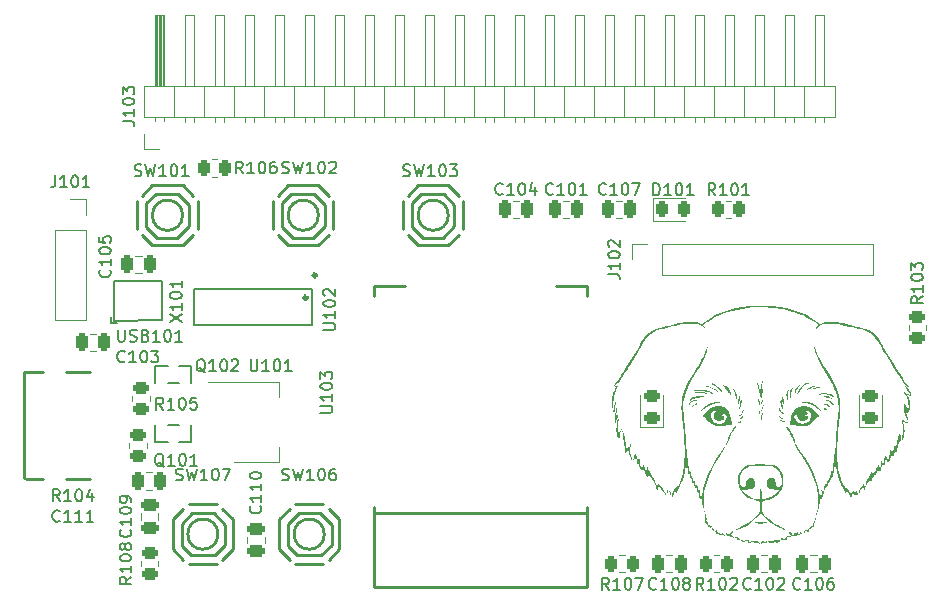
<source format=gbr>
%TF.GenerationSoftware,KiCad,Pcbnew,(6.0.0)*%
%TF.CreationDate,2022-05-03T02:05:07-05:00*%
%TF.ProjectId,Materiales ESP32,4d617465-7269-4616-9c65-732045535033,rev?*%
%TF.SameCoordinates,Original*%
%TF.FileFunction,Legend,Top*%
%TF.FilePolarity,Positive*%
%FSLAX46Y46*%
G04 Gerber Fmt 4.6, Leading zero omitted, Abs format (unit mm)*
G04 Created by KiCad (PCBNEW (6.0.0)) date 2022-05-03 02:05:07*
%MOMM*%
%LPD*%
G01*
G04 APERTURE LIST*
G04 Aperture macros list*
%AMRoundRect*
0 Rectangle with rounded corners*
0 $1 Rounding radius*
0 $2 $3 $4 $5 $6 $7 $8 $9 X,Y pos of 4 corners*
0 Add a 4 corners polygon primitive as box body*
4,1,4,$2,$3,$4,$5,$6,$7,$8,$9,$2,$3,0*
0 Add four circle primitives for the rounded corners*
1,1,$1+$1,$2,$3*
1,1,$1+$1,$4,$5*
1,1,$1+$1,$6,$7*
1,1,$1+$1,$8,$9*
0 Add four rect primitives between the rounded corners*
20,1,$1+$1,$2,$3,$4,$5,0*
20,1,$1+$1,$4,$5,$6,$7,0*
20,1,$1+$1,$6,$7,$8,$9,0*
20,1,$1+$1,$8,$9,$2,$3,0*%
G04 Aperture macros list end*
%ADD10C,0.150000*%
%ADD11C,0.120000*%
%ADD12C,0.250000*%
%ADD13C,0.300000*%
%ADD14RoundRect,0.250000X0.450000X-0.262500X0.450000X0.262500X-0.450000X0.262500X-0.450000X-0.262500X0*%
%ADD15R,1.000000X1.700000*%
%ADD16O,0.600000X1.970000*%
%ADD17R,1.700000X1.700000*%
%ADD18O,1.700000X1.700000*%
%ADD19C,3.200000*%
%ADD20R,0.700000X1.250000*%
%ADD21RoundRect,0.243750X0.456250X-0.243750X0.456250X0.243750X-0.456250X0.243750X-0.456250X-0.243750X0*%
%ADD22RoundRect,0.250000X-0.250000X-0.475000X0.250000X-0.475000X0.250000X0.475000X-0.250000X0.475000X0*%
%ADD23RoundRect,0.250000X-0.475000X0.250000X-0.475000X-0.250000X0.475000X-0.250000X0.475000X0.250000X0*%
%ADD24R,1.700000X1.000000*%
%ADD25RoundRect,0.250000X0.475000X-0.250000X0.475000X0.250000X-0.475000X0.250000X-0.475000X-0.250000X0*%
%ADD26RoundRect,0.250000X0.250000X0.475000X-0.250000X0.475000X-0.250000X-0.475000X0.250000X-0.475000X0*%
%ADD27RoundRect,0.250000X-0.262500X-0.450000X0.262500X-0.450000X0.262500X0.450000X-0.262500X0.450000X0*%
%ADD28R,2.100000X0.950000*%
%ADD29R,0.950000X2.100000*%
%ADD30R,1.330000X1.330000*%
%ADD31RoundRect,0.243750X-0.243750X-0.456250X0.243750X-0.456250X0.243750X0.456250X-0.243750X0.456250X0*%
%ADD32R,1.400000X1.200000*%
%ADD33C,0.700000*%
%ADD34R,1.100000X0.600000*%
%ADD35R,1.100000X0.300000*%
%ADD36O,2.000000X1.200000*%
%ADD37O,1.500000X1.200000*%
%ADD38R,2.000000X1.500000*%
%ADD39R,2.000000X3.800000*%
%ADD40RoundRect,0.250000X-0.450000X0.262500X-0.450000X-0.262500X0.450000X-0.262500X0.450000X0.262500X0*%
G04 APERTURE END LIST*
D10*
%TO.C,R108*%
X176452380Y-126119047D02*
X175976190Y-126452380D01*
X176452380Y-126690476D02*
X175452380Y-126690476D01*
X175452380Y-126309523D01*
X175500000Y-126214285D01*
X175547619Y-126166666D01*
X175642857Y-126119047D01*
X175785714Y-126119047D01*
X175880952Y-126166666D01*
X175928571Y-126214285D01*
X175976190Y-126309523D01*
X175976190Y-126690476D01*
X176452380Y-125166666D02*
X176452380Y-125738095D01*
X176452380Y-125452380D02*
X175452380Y-125452380D01*
X175595238Y-125547619D01*
X175690476Y-125642857D01*
X175738095Y-125738095D01*
X175452380Y-124547619D02*
X175452380Y-124452380D01*
X175500000Y-124357142D01*
X175547619Y-124309523D01*
X175642857Y-124261904D01*
X175833333Y-124214285D01*
X176071428Y-124214285D01*
X176261904Y-124261904D01*
X176357142Y-124309523D01*
X176404761Y-124357142D01*
X176452380Y-124452380D01*
X176452380Y-124547619D01*
X176404761Y-124642857D01*
X176357142Y-124690476D01*
X176261904Y-124738095D01*
X176071428Y-124785714D01*
X175833333Y-124785714D01*
X175642857Y-124738095D01*
X175547619Y-124690476D01*
X175500000Y-124642857D01*
X175452380Y-124547619D01*
X175880952Y-123642857D02*
X175833333Y-123738095D01*
X175785714Y-123785714D01*
X175690476Y-123833333D01*
X175642857Y-123833333D01*
X175547619Y-123785714D01*
X175500000Y-123738095D01*
X175452380Y-123642857D01*
X175452380Y-123452380D01*
X175500000Y-123357142D01*
X175547619Y-123309523D01*
X175642857Y-123261904D01*
X175690476Y-123261904D01*
X175785714Y-123309523D01*
X175833333Y-123357142D01*
X175880952Y-123452380D01*
X175880952Y-123642857D01*
X175928571Y-123738095D01*
X175976190Y-123785714D01*
X176071428Y-123833333D01*
X176261904Y-123833333D01*
X176357142Y-123785714D01*
X176404761Y-123738095D01*
X176452380Y-123642857D01*
X176452380Y-123452380D01*
X176404761Y-123357142D01*
X176357142Y-123309523D01*
X176261904Y-123261904D01*
X176071428Y-123261904D01*
X175976190Y-123309523D01*
X175928571Y-123357142D01*
X175880952Y-123452380D01*
%TO.C,SW106*%
X189214285Y-117904761D02*
X189357142Y-117952380D01*
X189595238Y-117952380D01*
X189690476Y-117904761D01*
X189738095Y-117857142D01*
X189785714Y-117761904D01*
X189785714Y-117666666D01*
X189738095Y-117571428D01*
X189690476Y-117523809D01*
X189595238Y-117476190D01*
X189404761Y-117428571D01*
X189309523Y-117380952D01*
X189261904Y-117333333D01*
X189214285Y-117238095D01*
X189214285Y-117142857D01*
X189261904Y-117047619D01*
X189309523Y-117000000D01*
X189404761Y-116952380D01*
X189642857Y-116952380D01*
X189785714Y-117000000D01*
X190119047Y-116952380D02*
X190357142Y-117952380D01*
X190547619Y-117238095D01*
X190738095Y-117952380D01*
X190976190Y-116952380D01*
X191880952Y-117952380D02*
X191309523Y-117952380D01*
X191595238Y-117952380D02*
X191595238Y-116952380D01*
X191500000Y-117095238D01*
X191404761Y-117190476D01*
X191309523Y-117238095D01*
X192500000Y-116952380D02*
X192595238Y-116952380D01*
X192690476Y-117000000D01*
X192738095Y-117047619D01*
X192785714Y-117142857D01*
X192833333Y-117333333D01*
X192833333Y-117571428D01*
X192785714Y-117761904D01*
X192738095Y-117857142D01*
X192690476Y-117904761D01*
X192595238Y-117952380D01*
X192500000Y-117952380D01*
X192404761Y-117904761D01*
X192357142Y-117857142D01*
X192309523Y-117761904D01*
X192261904Y-117571428D01*
X192261904Y-117333333D01*
X192309523Y-117142857D01*
X192357142Y-117047619D01*
X192404761Y-117000000D01*
X192500000Y-116952380D01*
X193690476Y-116952380D02*
X193500000Y-116952380D01*
X193404761Y-117000000D01*
X193357142Y-117047619D01*
X193261904Y-117190476D01*
X193214285Y-117380952D01*
X193214285Y-117761904D01*
X193261904Y-117857142D01*
X193309523Y-117904761D01*
X193404761Y-117952380D01*
X193595238Y-117952380D01*
X193690476Y-117904761D01*
X193738095Y-117857142D01*
X193785714Y-117761904D01*
X193785714Y-117523809D01*
X193738095Y-117428571D01*
X193690476Y-117380952D01*
X193595238Y-117333333D01*
X193404761Y-117333333D01*
X193309523Y-117380952D01*
X193261904Y-117428571D01*
X193214285Y-117523809D01*
%TO.C,U102*%
X192702380Y-105214285D02*
X193511904Y-105214285D01*
X193607142Y-105166666D01*
X193654761Y-105119047D01*
X193702380Y-105023809D01*
X193702380Y-104833333D01*
X193654761Y-104738095D01*
X193607142Y-104690476D01*
X193511904Y-104642857D01*
X192702380Y-104642857D01*
X193702380Y-103642857D02*
X193702380Y-104214285D01*
X193702380Y-103928571D02*
X192702380Y-103928571D01*
X192845238Y-104023809D01*
X192940476Y-104119047D01*
X192988095Y-104214285D01*
X192702380Y-103023809D02*
X192702380Y-102928571D01*
X192750000Y-102833333D01*
X192797619Y-102785714D01*
X192892857Y-102738095D01*
X193083333Y-102690476D01*
X193321428Y-102690476D01*
X193511904Y-102738095D01*
X193607142Y-102785714D01*
X193654761Y-102833333D01*
X193702380Y-102928571D01*
X193702380Y-103023809D01*
X193654761Y-103119047D01*
X193607142Y-103166666D01*
X193511904Y-103214285D01*
X193321428Y-103261904D01*
X193083333Y-103261904D01*
X192892857Y-103214285D01*
X192797619Y-103166666D01*
X192750000Y-103119047D01*
X192702380Y-103023809D01*
X192797619Y-102309523D02*
X192750000Y-102261904D01*
X192702380Y-102166666D01*
X192702380Y-101928571D01*
X192750000Y-101833333D01*
X192797619Y-101785714D01*
X192892857Y-101738095D01*
X192988095Y-101738095D01*
X193130952Y-101785714D01*
X193702380Y-102357142D01*
X193702380Y-101738095D01*
%TO.C,J102*%
X216807380Y-100510714D02*
X217521666Y-100510714D01*
X217664523Y-100558333D01*
X217759761Y-100653571D01*
X217807380Y-100796428D01*
X217807380Y-100891666D01*
X217807380Y-99510714D02*
X217807380Y-100082142D01*
X217807380Y-99796428D02*
X216807380Y-99796428D01*
X216950238Y-99891666D01*
X217045476Y-99986904D01*
X217093095Y-100082142D01*
X216807380Y-98891666D02*
X216807380Y-98796428D01*
X216855000Y-98701190D01*
X216902619Y-98653571D01*
X216997857Y-98605952D01*
X217188333Y-98558333D01*
X217426428Y-98558333D01*
X217616904Y-98605952D01*
X217712142Y-98653571D01*
X217759761Y-98701190D01*
X217807380Y-98796428D01*
X217807380Y-98891666D01*
X217759761Y-98986904D01*
X217712142Y-99034523D01*
X217616904Y-99082142D01*
X217426428Y-99129761D01*
X217188333Y-99129761D01*
X216997857Y-99082142D01*
X216902619Y-99034523D01*
X216855000Y-98986904D01*
X216807380Y-98891666D01*
X216902619Y-98177380D02*
X216855000Y-98129761D01*
X216807380Y-98034523D01*
X216807380Y-97796428D01*
X216855000Y-97701190D01*
X216902619Y-97653571D01*
X216997857Y-97605952D01*
X217093095Y-97605952D01*
X217235952Y-97653571D01*
X217807380Y-98225000D01*
X217807380Y-97605952D01*
%TO.C,Q102*%
X182702380Y-108797619D02*
X182607142Y-108750000D01*
X182511904Y-108654761D01*
X182369047Y-108511904D01*
X182273809Y-108464285D01*
X182178571Y-108464285D01*
X182226190Y-108702380D02*
X182130952Y-108654761D01*
X182035714Y-108559523D01*
X181988095Y-108369047D01*
X181988095Y-108035714D01*
X182035714Y-107845238D01*
X182130952Y-107750000D01*
X182226190Y-107702380D01*
X182416666Y-107702380D01*
X182511904Y-107750000D01*
X182607142Y-107845238D01*
X182654761Y-108035714D01*
X182654761Y-108369047D01*
X182607142Y-108559523D01*
X182511904Y-108654761D01*
X182416666Y-108702380D01*
X182226190Y-108702380D01*
X183607142Y-108702380D02*
X183035714Y-108702380D01*
X183321428Y-108702380D02*
X183321428Y-107702380D01*
X183226190Y-107845238D01*
X183130952Y-107940476D01*
X183035714Y-107988095D01*
X184226190Y-107702380D02*
X184321428Y-107702380D01*
X184416666Y-107750000D01*
X184464285Y-107797619D01*
X184511904Y-107892857D01*
X184559523Y-108083333D01*
X184559523Y-108321428D01*
X184511904Y-108511904D01*
X184464285Y-108607142D01*
X184416666Y-108654761D01*
X184321428Y-108702380D01*
X184226190Y-108702380D01*
X184130952Y-108654761D01*
X184083333Y-108607142D01*
X184035714Y-108511904D01*
X183988095Y-108321428D01*
X183988095Y-108083333D01*
X184035714Y-107892857D01*
X184083333Y-107797619D01*
X184130952Y-107750000D01*
X184226190Y-107702380D01*
X184940476Y-107797619D02*
X184988095Y-107750000D01*
X185083333Y-107702380D01*
X185321428Y-107702380D01*
X185416666Y-107750000D01*
X185464285Y-107797619D01*
X185511904Y-107892857D01*
X185511904Y-107988095D01*
X185464285Y-108130952D01*
X184892857Y-108702380D01*
X185511904Y-108702380D01*
%TO.C,C106*%
X233080952Y-127107142D02*
X233033333Y-127154761D01*
X232890476Y-127202380D01*
X232795238Y-127202380D01*
X232652380Y-127154761D01*
X232557142Y-127059523D01*
X232509523Y-126964285D01*
X232461904Y-126773809D01*
X232461904Y-126630952D01*
X232509523Y-126440476D01*
X232557142Y-126345238D01*
X232652380Y-126250000D01*
X232795238Y-126202380D01*
X232890476Y-126202380D01*
X233033333Y-126250000D01*
X233080952Y-126297619D01*
X234033333Y-127202380D02*
X233461904Y-127202380D01*
X233747619Y-127202380D02*
X233747619Y-126202380D01*
X233652380Y-126345238D01*
X233557142Y-126440476D01*
X233461904Y-126488095D01*
X234652380Y-126202380D02*
X234747619Y-126202380D01*
X234842857Y-126250000D01*
X234890476Y-126297619D01*
X234938095Y-126392857D01*
X234985714Y-126583333D01*
X234985714Y-126821428D01*
X234938095Y-127011904D01*
X234890476Y-127107142D01*
X234842857Y-127154761D01*
X234747619Y-127202380D01*
X234652380Y-127202380D01*
X234557142Y-127154761D01*
X234509523Y-127107142D01*
X234461904Y-127011904D01*
X234414285Y-126821428D01*
X234414285Y-126583333D01*
X234461904Y-126392857D01*
X234509523Y-126297619D01*
X234557142Y-126250000D01*
X234652380Y-126202380D01*
X235842857Y-126202380D02*
X235652380Y-126202380D01*
X235557142Y-126250000D01*
X235509523Y-126297619D01*
X235414285Y-126440476D01*
X235366666Y-126630952D01*
X235366666Y-127011904D01*
X235414285Y-127107142D01*
X235461904Y-127154761D01*
X235557142Y-127202380D01*
X235747619Y-127202380D01*
X235842857Y-127154761D01*
X235890476Y-127107142D01*
X235938095Y-127011904D01*
X235938095Y-126773809D01*
X235890476Y-126678571D01*
X235842857Y-126630952D01*
X235747619Y-126583333D01*
X235557142Y-126583333D01*
X235461904Y-126630952D01*
X235414285Y-126678571D01*
X235366666Y-126773809D01*
%TO.C,C109*%
X176357142Y-122119047D02*
X176404761Y-122166666D01*
X176452380Y-122309523D01*
X176452380Y-122404761D01*
X176404761Y-122547619D01*
X176309523Y-122642857D01*
X176214285Y-122690476D01*
X176023809Y-122738095D01*
X175880952Y-122738095D01*
X175690476Y-122690476D01*
X175595238Y-122642857D01*
X175500000Y-122547619D01*
X175452380Y-122404761D01*
X175452380Y-122309523D01*
X175500000Y-122166666D01*
X175547619Y-122119047D01*
X176452380Y-121166666D02*
X176452380Y-121738095D01*
X176452380Y-121452380D02*
X175452380Y-121452380D01*
X175595238Y-121547619D01*
X175690476Y-121642857D01*
X175738095Y-121738095D01*
X175452380Y-120547619D02*
X175452380Y-120452380D01*
X175500000Y-120357142D01*
X175547619Y-120309523D01*
X175642857Y-120261904D01*
X175833333Y-120214285D01*
X176071428Y-120214285D01*
X176261904Y-120261904D01*
X176357142Y-120309523D01*
X176404761Y-120357142D01*
X176452380Y-120452380D01*
X176452380Y-120547619D01*
X176404761Y-120642857D01*
X176357142Y-120690476D01*
X176261904Y-120738095D01*
X176071428Y-120785714D01*
X175833333Y-120785714D01*
X175642857Y-120738095D01*
X175547619Y-120690476D01*
X175500000Y-120642857D01*
X175452380Y-120547619D01*
X176452380Y-119738095D02*
X176452380Y-119547619D01*
X176404761Y-119452380D01*
X176357142Y-119404761D01*
X176214285Y-119309523D01*
X176023809Y-119261904D01*
X175642857Y-119261904D01*
X175547619Y-119309523D01*
X175500000Y-119357142D01*
X175452380Y-119452380D01*
X175452380Y-119642857D01*
X175500000Y-119738095D01*
X175547619Y-119785714D01*
X175642857Y-119833333D01*
X175880952Y-119833333D01*
X175976190Y-119785714D01*
X176023809Y-119738095D01*
X176071428Y-119642857D01*
X176071428Y-119452380D01*
X176023809Y-119357142D01*
X175976190Y-119309523D01*
X175880952Y-119261904D01*
%TO.C,SW102*%
X189214285Y-91904761D02*
X189357142Y-91952380D01*
X189595238Y-91952380D01*
X189690476Y-91904761D01*
X189738095Y-91857142D01*
X189785714Y-91761904D01*
X189785714Y-91666666D01*
X189738095Y-91571428D01*
X189690476Y-91523809D01*
X189595238Y-91476190D01*
X189404761Y-91428571D01*
X189309523Y-91380952D01*
X189261904Y-91333333D01*
X189214285Y-91238095D01*
X189214285Y-91142857D01*
X189261904Y-91047619D01*
X189309523Y-91000000D01*
X189404761Y-90952380D01*
X189642857Y-90952380D01*
X189785714Y-91000000D01*
X190119047Y-90952380D02*
X190357142Y-91952380D01*
X190547619Y-91238095D01*
X190738095Y-91952380D01*
X190976190Y-90952380D01*
X191880952Y-91952380D02*
X191309523Y-91952380D01*
X191595238Y-91952380D02*
X191595238Y-90952380D01*
X191500000Y-91095238D01*
X191404761Y-91190476D01*
X191309523Y-91238095D01*
X192500000Y-90952380D02*
X192595238Y-90952380D01*
X192690476Y-91000000D01*
X192738095Y-91047619D01*
X192785714Y-91142857D01*
X192833333Y-91333333D01*
X192833333Y-91571428D01*
X192785714Y-91761904D01*
X192738095Y-91857142D01*
X192690476Y-91904761D01*
X192595238Y-91952380D01*
X192500000Y-91952380D01*
X192404761Y-91904761D01*
X192357142Y-91857142D01*
X192309523Y-91761904D01*
X192261904Y-91571428D01*
X192261904Y-91333333D01*
X192309523Y-91142857D01*
X192357142Y-91047619D01*
X192404761Y-91000000D01*
X192500000Y-90952380D01*
X193214285Y-91047619D02*
X193261904Y-91000000D01*
X193357142Y-90952380D01*
X193595238Y-90952380D01*
X193690476Y-91000000D01*
X193738095Y-91047619D01*
X193785714Y-91142857D01*
X193785714Y-91238095D01*
X193738095Y-91380952D01*
X193166666Y-91952380D01*
X193785714Y-91952380D01*
%TO.C,C110*%
X187357142Y-120119047D02*
X187404761Y-120166666D01*
X187452380Y-120309523D01*
X187452380Y-120404761D01*
X187404761Y-120547619D01*
X187309523Y-120642857D01*
X187214285Y-120690476D01*
X187023809Y-120738095D01*
X186880952Y-120738095D01*
X186690476Y-120690476D01*
X186595238Y-120642857D01*
X186500000Y-120547619D01*
X186452380Y-120404761D01*
X186452380Y-120309523D01*
X186500000Y-120166666D01*
X186547619Y-120119047D01*
X187452380Y-119166666D02*
X187452380Y-119738095D01*
X187452380Y-119452380D02*
X186452380Y-119452380D01*
X186595238Y-119547619D01*
X186690476Y-119642857D01*
X186738095Y-119738095D01*
X187452380Y-118214285D02*
X187452380Y-118785714D01*
X187452380Y-118500000D02*
X186452380Y-118500000D01*
X186595238Y-118595238D01*
X186690476Y-118690476D01*
X186738095Y-118785714D01*
X186452380Y-117595238D02*
X186452380Y-117500000D01*
X186500000Y-117404761D01*
X186547619Y-117357142D01*
X186642857Y-117309523D01*
X186833333Y-117261904D01*
X187071428Y-117261904D01*
X187261904Y-117309523D01*
X187357142Y-117357142D01*
X187404761Y-117404761D01*
X187452380Y-117500000D01*
X187452380Y-117595238D01*
X187404761Y-117690476D01*
X187357142Y-117738095D01*
X187261904Y-117785714D01*
X187071428Y-117833333D01*
X186833333Y-117833333D01*
X186642857Y-117785714D01*
X186547619Y-117738095D01*
X186500000Y-117690476D01*
X186452380Y-117595238D01*
%TO.C,R104*%
X170380952Y-119702380D02*
X170047619Y-119226190D01*
X169809523Y-119702380D02*
X169809523Y-118702380D01*
X170190476Y-118702380D01*
X170285714Y-118750000D01*
X170333333Y-118797619D01*
X170380952Y-118892857D01*
X170380952Y-119035714D01*
X170333333Y-119130952D01*
X170285714Y-119178571D01*
X170190476Y-119226190D01*
X169809523Y-119226190D01*
X171333333Y-119702380D02*
X170761904Y-119702380D01*
X171047619Y-119702380D02*
X171047619Y-118702380D01*
X170952380Y-118845238D01*
X170857142Y-118940476D01*
X170761904Y-118988095D01*
X171952380Y-118702380D02*
X172047619Y-118702380D01*
X172142857Y-118750000D01*
X172190476Y-118797619D01*
X172238095Y-118892857D01*
X172285714Y-119083333D01*
X172285714Y-119321428D01*
X172238095Y-119511904D01*
X172190476Y-119607142D01*
X172142857Y-119654761D01*
X172047619Y-119702380D01*
X171952380Y-119702380D01*
X171857142Y-119654761D01*
X171809523Y-119607142D01*
X171761904Y-119511904D01*
X171714285Y-119321428D01*
X171714285Y-119083333D01*
X171761904Y-118892857D01*
X171809523Y-118797619D01*
X171857142Y-118750000D01*
X171952380Y-118702380D01*
X173142857Y-119035714D02*
X173142857Y-119702380D01*
X172904761Y-118654761D02*
X172666666Y-119369047D01*
X173285714Y-119369047D01*
%TO.C,C103*%
X175880952Y-107857142D02*
X175833333Y-107904761D01*
X175690476Y-107952380D01*
X175595238Y-107952380D01*
X175452380Y-107904761D01*
X175357142Y-107809523D01*
X175309523Y-107714285D01*
X175261904Y-107523809D01*
X175261904Y-107380952D01*
X175309523Y-107190476D01*
X175357142Y-107095238D01*
X175452380Y-107000000D01*
X175595238Y-106952380D01*
X175690476Y-106952380D01*
X175833333Y-107000000D01*
X175880952Y-107047619D01*
X176833333Y-107952380D02*
X176261904Y-107952380D01*
X176547619Y-107952380D02*
X176547619Y-106952380D01*
X176452380Y-107095238D01*
X176357142Y-107190476D01*
X176261904Y-107238095D01*
X177452380Y-106952380D02*
X177547619Y-106952380D01*
X177642857Y-107000000D01*
X177690476Y-107047619D01*
X177738095Y-107142857D01*
X177785714Y-107333333D01*
X177785714Y-107571428D01*
X177738095Y-107761904D01*
X177690476Y-107857142D01*
X177642857Y-107904761D01*
X177547619Y-107952380D01*
X177452380Y-107952380D01*
X177357142Y-107904761D01*
X177309523Y-107857142D01*
X177261904Y-107761904D01*
X177214285Y-107571428D01*
X177214285Y-107333333D01*
X177261904Y-107142857D01*
X177309523Y-107047619D01*
X177357142Y-107000000D01*
X177452380Y-106952380D01*
X178119047Y-106952380D02*
X178738095Y-106952380D01*
X178404761Y-107333333D01*
X178547619Y-107333333D01*
X178642857Y-107380952D01*
X178690476Y-107428571D01*
X178738095Y-107523809D01*
X178738095Y-107761904D01*
X178690476Y-107857142D01*
X178642857Y-107904761D01*
X178547619Y-107952380D01*
X178261904Y-107952380D01*
X178166666Y-107904761D01*
X178119047Y-107857142D01*
%TO.C,R101*%
X225880952Y-93802380D02*
X225547619Y-93326190D01*
X225309523Y-93802380D02*
X225309523Y-92802380D01*
X225690476Y-92802380D01*
X225785714Y-92850000D01*
X225833333Y-92897619D01*
X225880952Y-92992857D01*
X225880952Y-93135714D01*
X225833333Y-93230952D01*
X225785714Y-93278571D01*
X225690476Y-93326190D01*
X225309523Y-93326190D01*
X226833333Y-93802380D02*
X226261904Y-93802380D01*
X226547619Y-93802380D02*
X226547619Y-92802380D01*
X226452380Y-92945238D01*
X226357142Y-93040476D01*
X226261904Y-93088095D01*
X227452380Y-92802380D02*
X227547619Y-92802380D01*
X227642857Y-92850000D01*
X227690476Y-92897619D01*
X227738095Y-92992857D01*
X227785714Y-93183333D01*
X227785714Y-93421428D01*
X227738095Y-93611904D01*
X227690476Y-93707142D01*
X227642857Y-93754761D01*
X227547619Y-93802380D01*
X227452380Y-93802380D01*
X227357142Y-93754761D01*
X227309523Y-93707142D01*
X227261904Y-93611904D01*
X227214285Y-93421428D01*
X227214285Y-93183333D01*
X227261904Y-92992857D01*
X227309523Y-92897619D01*
X227357142Y-92850000D01*
X227452380Y-92802380D01*
X228738095Y-93802380D02*
X228166666Y-93802380D01*
X228452380Y-93802380D02*
X228452380Y-92802380D01*
X228357142Y-92945238D01*
X228261904Y-93040476D01*
X228166666Y-93088095D01*
%TO.C,SW107*%
X180214285Y-117904761D02*
X180357142Y-117952380D01*
X180595238Y-117952380D01*
X180690476Y-117904761D01*
X180738095Y-117857142D01*
X180785714Y-117761904D01*
X180785714Y-117666666D01*
X180738095Y-117571428D01*
X180690476Y-117523809D01*
X180595238Y-117476190D01*
X180404761Y-117428571D01*
X180309523Y-117380952D01*
X180261904Y-117333333D01*
X180214285Y-117238095D01*
X180214285Y-117142857D01*
X180261904Y-117047619D01*
X180309523Y-117000000D01*
X180404761Y-116952380D01*
X180642857Y-116952380D01*
X180785714Y-117000000D01*
X181119047Y-116952380D02*
X181357142Y-117952380D01*
X181547619Y-117238095D01*
X181738095Y-117952380D01*
X181976190Y-116952380D01*
X182880952Y-117952380D02*
X182309523Y-117952380D01*
X182595238Y-117952380D02*
X182595238Y-116952380D01*
X182500000Y-117095238D01*
X182404761Y-117190476D01*
X182309523Y-117238095D01*
X183500000Y-116952380D02*
X183595238Y-116952380D01*
X183690476Y-117000000D01*
X183738095Y-117047619D01*
X183785714Y-117142857D01*
X183833333Y-117333333D01*
X183833333Y-117571428D01*
X183785714Y-117761904D01*
X183738095Y-117857142D01*
X183690476Y-117904761D01*
X183595238Y-117952380D01*
X183500000Y-117952380D01*
X183404761Y-117904761D01*
X183357142Y-117857142D01*
X183309523Y-117761904D01*
X183261904Y-117571428D01*
X183261904Y-117333333D01*
X183309523Y-117142857D01*
X183357142Y-117047619D01*
X183404761Y-117000000D01*
X183500000Y-116952380D01*
X184166666Y-116952380D02*
X184833333Y-116952380D01*
X184404761Y-117952380D01*
%TO.C,U103*%
X192452380Y-112214285D02*
X193261904Y-112214285D01*
X193357142Y-112166666D01*
X193404761Y-112119047D01*
X193452380Y-112023809D01*
X193452380Y-111833333D01*
X193404761Y-111738095D01*
X193357142Y-111690476D01*
X193261904Y-111642857D01*
X192452380Y-111642857D01*
X193452380Y-110642857D02*
X193452380Y-111214285D01*
X193452380Y-110928571D02*
X192452380Y-110928571D01*
X192595238Y-111023809D01*
X192690476Y-111119047D01*
X192738095Y-111214285D01*
X192452380Y-110023809D02*
X192452380Y-109928571D01*
X192500000Y-109833333D01*
X192547619Y-109785714D01*
X192642857Y-109738095D01*
X192833333Y-109690476D01*
X193071428Y-109690476D01*
X193261904Y-109738095D01*
X193357142Y-109785714D01*
X193404761Y-109833333D01*
X193452380Y-109928571D01*
X193452380Y-110023809D01*
X193404761Y-110119047D01*
X193357142Y-110166666D01*
X193261904Y-110214285D01*
X193071428Y-110261904D01*
X192833333Y-110261904D01*
X192642857Y-110214285D01*
X192547619Y-110166666D01*
X192500000Y-110119047D01*
X192452380Y-110023809D01*
X192452380Y-109357142D02*
X192452380Y-108738095D01*
X192833333Y-109071428D01*
X192833333Y-108928571D01*
X192880952Y-108833333D01*
X192928571Y-108785714D01*
X193023809Y-108738095D01*
X193261904Y-108738095D01*
X193357142Y-108785714D01*
X193404761Y-108833333D01*
X193452380Y-108928571D01*
X193452380Y-109214285D01*
X193404761Y-109309523D01*
X193357142Y-109357142D01*
%TO.C,C102*%
X228880952Y-127107142D02*
X228833333Y-127154761D01*
X228690476Y-127202380D01*
X228595238Y-127202380D01*
X228452380Y-127154761D01*
X228357142Y-127059523D01*
X228309523Y-126964285D01*
X228261904Y-126773809D01*
X228261904Y-126630952D01*
X228309523Y-126440476D01*
X228357142Y-126345238D01*
X228452380Y-126250000D01*
X228595238Y-126202380D01*
X228690476Y-126202380D01*
X228833333Y-126250000D01*
X228880952Y-126297619D01*
X229833333Y-127202380D02*
X229261904Y-127202380D01*
X229547619Y-127202380D02*
X229547619Y-126202380D01*
X229452380Y-126345238D01*
X229357142Y-126440476D01*
X229261904Y-126488095D01*
X230452380Y-126202380D02*
X230547619Y-126202380D01*
X230642857Y-126250000D01*
X230690476Y-126297619D01*
X230738095Y-126392857D01*
X230785714Y-126583333D01*
X230785714Y-126821428D01*
X230738095Y-127011904D01*
X230690476Y-127107142D01*
X230642857Y-127154761D01*
X230547619Y-127202380D01*
X230452380Y-127202380D01*
X230357142Y-127154761D01*
X230309523Y-127107142D01*
X230261904Y-127011904D01*
X230214285Y-126821428D01*
X230214285Y-126583333D01*
X230261904Y-126392857D01*
X230309523Y-126297619D01*
X230357142Y-126250000D01*
X230452380Y-126202380D01*
X231166666Y-126297619D02*
X231214285Y-126250000D01*
X231309523Y-126202380D01*
X231547619Y-126202380D01*
X231642857Y-126250000D01*
X231690476Y-126297619D01*
X231738095Y-126392857D01*
X231738095Y-126488095D01*
X231690476Y-126630952D01*
X231119047Y-127202380D01*
X231738095Y-127202380D01*
%TO.C,SW103*%
X199464285Y-92154761D02*
X199607142Y-92202380D01*
X199845238Y-92202380D01*
X199940476Y-92154761D01*
X199988095Y-92107142D01*
X200035714Y-92011904D01*
X200035714Y-91916666D01*
X199988095Y-91821428D01*
X199940476Y-91773809D01*
X199845238Y-91726190D01*
X199654761Y-91678571D01*
X199559523Y-91630952D01*
X199511904Y-91583333D01*
X199464285Y-91488095D01*
X199464285Y-91392857D01*
X199511904Y-91297619D01*
X199559523Y-91250000D01*
X199654761Y-91202380D01*
X199892857Y-91202380D01*
X200035714Y-91250000D01*
X200369047Y-91202380D02*
X200607142Y-92202380D01*
X200797619Y-91488095D01*
X200988095Y-92202380D01*
X201226190Y-91202380D01*
X202130952Y-92202380D02*
X201559523Y-92202380D01*
X201845238Y-92202380D02*
X201845238Y-91202380D01*
X201750000Y-91345238D01*
X201654761Y-91440476D01*
X201559523Y-91488095D01*
X202750000Y-91202380D02*
X202845238Y-91202380D01*
X202940476Y-91250000D01*
X202988095Y-91297619D01*
X203035714Y-91392857D01*
X203083333Y-91583333D01*
X203083333Y-91821428D01*
X203035714Y-92011904D01*
X202988095Y-92107142D01*
X202940476Y-92154761D01*
X202845238Y-92202380D01*
X202750000Y-92202380D01*
X202654761Y-92154761D01*
X202607142Y-92107142D01*
X202559523Y-92011904D01*
X202511904Y-91821428D01*
X202511904Y-91583333D01*
X202559523Y-91392857D01*
X202607142Y-91297619D01*
X202654761Y-91250000D01*
X202750000Y-91202380D01*
X203416666Y-91202380D02*
X204035714Y-91202380D01*
X203702380Y-91583333D01*
X203845238Y-91583333D01*
X203940476Y-91630952D01*
X203988095Y-91678571D01*
X204035714Y-91773809D01*
X204035714Y-92011904D01*
X203988095Y-92107142D01*
X203940476Y-92154761D01*
X203845238Y-92202380D01*
X203559523Y-92202380D01*
X203464285Y-92154761D01*
X203416666Y-92107142D01*
%TO.C,R107*%
X216880952Y-127202380D02*
X216547619Y-126726190D01*
X216309523Y-127202380D02*
X216309523Y-126202380D01*
X216690476Y-126202380D01*
X216785714Y-126250000D01*
X216833333Y-126297619D01*
X216880952Y-126392857D01*
X216880952Y-126535714D01*
X216833333Y-126630952D01*
X216785714Y-126678571D01*
X216690476Y-126726190D01*
X216309523Y-126726190D01*
X217833333Y-127202380D02*
X217261904Y-127202380D01*
X217547619Y-127202380D02*
X217547619Y-126202380D01*
X217452380Y-126345238D01*
X217357142Y-126440476D01*
X217261904Y-126488095D01*
X218452380Y-126202380D02*
X218547619Y-126202380D01*
X218642857Y-126250000D01*
X218690476Y-126297619D01*
X218738095Y-126392857D01*
X218785714Y-126583333D01*
X218785714Y-126821428D01*
X218738095Y-127011904D01*
X218690476Y-127107142D01*
X218642857Y-127154761D01*
X218547619Y-127202380D01*
X218452380Y-127202380D01*
X218357142Y-127154761D01*
X218309523Y-127107142D01*
X218261904Y-127011904D01*
X218214285Y-126821428D01*
X218214285Y-126583333D01*
X218261904Y-126392857D01*
X218309523Y-126297619D01*
X218357142Y-126250000D01*
X218452380Y-126202380D01*
X219119047Y-126202380D02*
X219785714Y-126202380D01*
X219357142Y-127202380D01*
%TO.C,D101*%
X220622023Y-93802380D02*
X220622023Y-92802380D01*
X220860119Y-92802380D01*
X221002976Y-92850000D01*
X221098214Y-92945238D01*
X221145833Y-93040476D01*
X221193452Y-93230952D01*
X221193452Y-93373809D01*
X221145833Y-93564285D01*
X221098214Y-93659523D01*
X221002976Y-93754761D01*
X220860119Y-93802380D01*
X220622023Y-93802380D01*
X222145833Y-93802380D02*
X221574404Y-93802380D01*
X221860119Y-93802380D02*
X221860119Y-92802380D01*
X221764880Y-92945238D01*
X221669642Y-93040476D01*
X221574404Y-93088095D01*
X222764880Y-92802380D02*
X222860119Y-92802380D01*
X222955357Y-92850000D01*
X223002976Y-92897619D01*
X223050595Y-92992857D01*
X223098214Y-93183333D01*
X223098214Y-93421428D01*
X223050595Y-93611904D01*
X223002976Y-93707142D01*
X222955357Y-93754761D01*
X222860119Y-93802380D01*
X222764880Y-93802380D01*
X222669642Y-93754761D01*
X222622023Y-93707142D01*
X222574404Y-93611904D01*
X222526785Y-93421428D01*
X222526785Y-93183333D01*
X222574404Y-92992857D01*
X222622023Y-92897619D01*
X222669642Y-92850000D01*
X222764880Y-92802380D01*
X224050595Y-93802380D02*
X223479166Y-93802380D01*
X223764880Y-93802380D02*
X223764880Y-92802380D01*
X223669642Y-92945238D01*
X223574404Y-93040476D01*
X223479166Y-93088095D01*
%TO.C,C108*%
X220880952Y-127107142D02*
X220833333Y-127154761D01*
X220690476Y-127202380D01*
X220595238Y-127202380D01*
X220452380Y-127154761D01*
X220357142Y-127059523D01*
X220309523Y-126964285D01*
X220261904Y-126773809D01*
X220261904Y-126630952D01*
X220309523Y-126440476D01*
X220357142Y-126345238D01*
X220452380Y-126250000D01*
X220595238Y-126202380D01*
X220690476Y-126202380D01*
X220833333Y-126250000D01*
X220880952Y-126297619D01*
X221833333Y-127202380D02*
X221261904Y-127202380D01*
X221547619Y-127202380D02*
X221547619Y-126202380D01*
X221452380Y-126345238D01*
X221357142Y-126440476D01*
X221261904Y-126488095D01*
X222452380Y-126202380D02*
X222547619Y-126202380D01*
X222642857Y-126250000D01*
X222690476Y-126297619D01*
X222738095Y-126392857D01*
X222785714Y-126583333D01*
X222785714Y-126821428D01*
X222738095Y-127011904D01*
X222690476Y-127107142D01*
X222642857Y-127154761D01*
X222547619Y-127202380D01*
X222452380Y-127202380D01*
X222357142Y-127154761D01*
X222309523Y-127107142D01*
X222261904Y-127011904D01*
X222214285Y-126821428D01*
X222214285Y-126583333D01*
X222261904Y-126392857D01*
X222309523Y-126297619D01*
X222357142Y-126250000D01*
X222452380Y-126202380D01*
X223357142Y-126630952D02*
X223261904Y-126583333D01*
X223214285Y-126535714D01*
X223166666Y-126440476D01*
X223166666Y-126392857D01*
X223214285Y-126297619D01*
X223261904Y-126250000D01*
X223357142Y-126202380D01*
X223547619Y-126202380D01*
X223642857Y-126250000D01*
X223690476Y-126297619D01*
X223738095Y-126392857D01*
X223738095Y-126440476D01*
X223690476Y-126535714D01*
X223642857Y-126583333D01*
X223547619Y-126630952D01*
X223357142Y-126630952D01*
X223261904Y-126678571D01*
X223214285Y-126726190D01*
X223166666Y-126821428D01*
X223166666Y-127011904D01*
X223214285Y-127107142D01*
X223261904Y-127154761D01*
X223357142Y-127202380D01*
X223547619Y-127202380D01*
X223642857Y-127154761D01*
X223690476Y-127107142D01*
X223738095Y-127011904D01*
X223738095Y-126821428D01*
X223690476Y-126726190D01*
X223642857Y-126678571D01*
X223547619Y-126630952D01*
%TO.C,C105*%
X174607142Y-100119047D02*
X174654761Y-100166666D01*
X174702380Y-100309523D01*
X174702380Y-100404761D01*
X174654761Y-100547619D01*
X174559523Y-100642857D01*
X174464285Y-100690476D01*
X174273809Y-100738095D01*
X174130952Y-100738095D01*
X173940476Y-100690476D01*
X173845238Y-100642857D01*
X173750000Y-100547619D01*
X173702380Y-100404761D01*
X173702380Y-100309523D01*
X173750000Y-100166666D01*
X173797619Y-100119047D01*
X174702380Y-99166666D02*
X174702380Y-99738095D01*
X174702380Y-99452380D02*
X173702380Y-99452380D01*
X173845238Y-99547619D01*
X173940476Y-99642857D01*
X173988095Y-99738095D01*
X173702380Y-98547619D02*
X173702380Y-98452380D01*
X173750000Y-98357142D01*
X173797619Y-98309523D01*
X173892857Y-98261904D01*
X174083333Y-98214285D01*
X174321428Y-98214285D01*
X174511904Y-98261904D01*
X174607142Y-98309523D01*
X174654761Y-98357142D01*
X174702380Y-98452380D01*
X174702380Y-98547619D01*
X174654761Y-98642857D01*
X174607142Y-98690476D01*
X174511904Y-98738095D01*
X174321428Y-98785714D01*
X174083333Y-98785714D01*
X173892857Y-98738095D01*
X173797619Y-98690476D01*
X173750000Y-98642857D01*
X173702380Y-98547619D01*
X173702380Y-97309523D02*
X173702380Y-97785714D01*
X174178571Y-97833333D01*
X174130952Y-97785714D01*
X174083333Y-97690476D01*
X174083333Y-97452380D01*
X174130952Y-97357142D01*
X174178571Y-97309523D01*
X174273809Y-97261904D01*
X174511904Y-97261904D01*
X174607142Y-97309523D01*
X174654761Y-97357142D01*
X174702380Y-97452380D01*
X174702380Y-97690476D01*
X174654761Y-97785714D01*
X174607142Y-97833333D01*
%TO.C,C111*%
X170380952Y-121357142D02*
X170333333Y-121404761D01*
X170190476Y-121452380D01*
X170095238Y-121452380D01*
X169952380Y-121404761D01*
X169857142Y-121309523D01*
X169809523Y-121214285D01*
X169761904Y-121023809D01*
X169761904Y-120880952D01*
X169809523Y-120690476D01*
X169857142Y-120595238D01*
X169952380Y-120500000D01*
X170095238Y-120452380D01*
X170190476Y-120452380D01*
X170333333Y-120500000D01*
X170380952Y-120547619D01*
X171333333Y-121452380D02*
X170761904Y-121452380D01*
X171047619Y-121452380D02*
X171047619Y-120452380D01*
X170952380Y-120595238D01*
X170857142Y-120690476D01*
X170761904Y-120738095D01*
X172285714Y-121452380D02*
X171714285Y-121452380D01*
X172000000Y-121452380D02*
X172000000Y-120452380D01*
X171904761Y-120595238D01*
X171809523Y-120690476D01*
X171714285Y-120738095D01*
X173238095Y-121452380D02*
X172666666Y-121452380D01*
X172952380Y-121452380D02*
X172952380Y-120452380D01*
X172857142Y-120595238D01*
X172761904Y-120690476D01*
X172666666Y-120738095D01*
%TO.C,SW101*%
X176714285Y-92154761D02*
X176857142Y-92202380D01*
X177095238Y-92202380D01*
X177190476Y-92154761D01*
X177238095Y-92107142D01*
X177285714Y-92011904D01*
X177285714Y-91916666D01*
X177238095Y-91821428D01*
X177190476Y-91773809D01*
X177095238Y-91726190D01*
X176904761Y-91678571D01*
X176809523Y-91630952D01*
X176761904Y-91583333D01*
X176714285Y-91488095D01*
X176714285Y-91392857D01*
X176761904Y-91297619D01*
X176809523Y-91250000D01*
X176904761Y-91202380D01*
X177142857Y-91202380D01*
X177285714Y-91250000D01*
X177619047Y-91202380D02*
X177857142Y-92202380D01*
X178047619Y-91488095D01*
X178238095Y-92202380D01*
X178476190Y-91202380D01*
X179380952Y-92202380D02*
X178809523Y-92202380D01*
X179095238Y-92202380D02*
X179095238Y-91202380D01*
X179000000Y-91345238D01*
X178904761Y-91440476D01*
X178809523Y-91488095D01*
X180000000Y-91202380D02*
X180095238Y-91202380D01*
X180190476Y-91250000D01*
X180238095Y-91297619D01*
X180285714Y-91392857D01*
X180333333Y-91583333D01*
X180333333Y-91821428D01*
X180285714Y-92011904D01*
X180238095Y-92107142D01*
X180190476Y-92154761D01*
X180095238Y-92202380D01*
X180000000Y-92202380D01*
X179904761Y-92154761D01*
X179857142Y-92107142D01*
X179809523Y-92011904D01*
X179761904Y-91821428D01*
X179761904Y-91583333D01*
X179809523Y-91392857D01*
X179857142Y-91297619D01*
X179904761Y-91250000D01*
X180000000Y-91202380D01*
X181285714Y-92202380D02*
X180714285Y-92202380D01*
X181000000Y-92202380D02*
X181000000Y-91202380D01*
X180904761Y-91345238D01*
X180809523Y-91440476D01*
X180714285Y-91488095D01*
%TO.C,X101*%
X179702380Y-104511904D02*
X180702380Y-103845238D01*
X179702380Y-103845238D02*
X180702380Y-104511904D01*
X180702380Y-102940476D02*
X180702380Y-103511904D01*
X180702380Y-103226190D02*
X179702380Y-103226190D01*
X179845238Y-103321428D01*
X179940476Y-103416666D01*
X179988095Y-103511904D01*
X179702380Y-102321428D02*
X179702380Y-102226190D01*
X179750000Y-102130952D01*
X179797619Y-102083333D01*
X179892857Y-102035714D01*
X180083333Y-101988095D01*
X180321428Y-101988095D01*
X180511904Y-102035714D01*
X180607142Y-102083333D01*
X180654761Y-102130952D01*
X180702380Y-102226190D01*
X180702380Y-102321428D01*
X180654761Y-102416666D01*
X180607142Y-102464285D01*
X180511904Y-102511904D01*
X180321428Y-102559523D01*
X180083333Y-102559523D01*
X179892857Y-102511904D01*
X179797619Y-102464285D01*
X179750000Y-102416666D01*
X179702380Y-102321428D01*
X180702380Y-101035714D02*
X180702380Y-101607142D01*
X180702380Y-101321428D02*
X179702380Y-101321428D01*
X179845238Y-101416666D01*
X179940476Y-101511904D01*
X179988095Y-101607142D01*
%TO.C,C104*%
X207880952Y-93677142D02*
X207833333Y-93724761D01*
X207690476Y-93772380D01*
X207595238Y-93772380D01*
X207452380Y-93724761D01*
X207357142Y-93629523D01*
X207309523Y-93534285D01*
X207261904Y-93343809D01*
X207261904Y-93200952D01*
X207309523Y-93010476D01*
X207357142Y-92915238D01*
X207452380Y-92820000D01*
X207595238Y-92772380D01*
X207690476Y-92772380D01*
X207833333Y-92820000D01*
X207880952Y-92867619D01*
X208833333Y-93772380D02*
X208261904Y-93772380D01*
X208547619Y-93772380D02*
X208547619Y-92772380D01*
X208452380Y-92915238D01*
X208357142Y-93010476D01*
X208261904Y-93058095D01*
X209452380Y-92772380D02*
X209547619Y-92772380D01*
X209642857Y-92820000D01*
X209690476Y-92867619D01*
X209738095Y-92962857D01*
X209785714Y-93153333D01*
X209785714Y-93391428D01*
X209738095Y-93581904D01*
X209690476Y-93677142D01*
X209642857Y-93724761D01*
X209547619Y-93772380D01*
X209452380Y-93772380D01*
X209357142Y-93724761D01*
X209309523Y-93677142D01*
X209261904Y-93581904D01*
X209214285Y-93391428D01*
X209214285Y-93153333D01*
X209261904Y-92962857D01*
X209309523Y-92867619D01*
X209357142Y-92820000D01*
X209452380Y-92772380D01*
X210642857Y-93105714D02*
X210642857Y-93772380D01*
X210404761Y-92724761D02*
X210166666Y-93439047D01*
X210785714Y-93439047D01*
%TO.C,C101*%
X212130952Y-93677142D02*
X212083333Y-93724761D01*
X211940476Y-93772380D01*
X211845238Y-93772380D01*
X211702380Y-93724761D01*
X211607142Y-93629523D01*
X211559523Y-93534285D01*
X211511904Y-93343809D01*
X211511904Y-93200952D01*
X211559523Y-93010476D01*
X211607142Y-92915238D01*
X211702380Y-92820000D01*
X211845238Y-92772380D01*
X211940476Y-92772380D01*
X212083333Y-92820000D01*
X212130952Y-92867619D01*
X213083333Y-93772380D02*
X212511904Y-93772380D01*
X212797619Y-93772380D02*
X212797619Y-92772380D01*
X212702380Y-92915238D01*
X212607142Y-93010476D01*
X212511904Y-93058095D01*
X213702380Y-92772380D02*
X213797619Y-92772380D01*
X213892857Y-92820000D01*
X213940476Y-92867619D01*
X213988095Y-92962857D01*
X214035714Y-93153333D01*
X214035714Y-93391428D01*
X213988095Y-93581904D01*
X213940476Y-93677142D01*
X213892857Y-93724761D01*
X213797619Y-93772380D01*
X213702380Y-93772380D01*
X213607142Y-93724761D01*
X213559523Y-93677142D01*
X213511904Y-93581904D01*
X213464285Y-93391428D01*
X213464285Y-93153333D01*
X213511904Y-92962857D01*
X213559523Y-92867619D01*
X213607142Y-92820000D01*
X213702380Y-92772380D01*
X214988095Y-93772380D02*
X214416666Y-93772380D01*
X214702380Y-93772380D02*
X214702380Y-92772380D01*
X214607142Y-92915238D01*
X214511904Y-93010476D01*
X214416666Y-93058095D01*
%TO.C,USB101*%
X175309523Y-105202380D02*
X175309523Y-106011904D01*
X175357142Y-106107142D01*
X175404761Y-106154761D01*
X175500000Y-106202380D01*
X175690476Y-106202380D01*
X175785714Y-106154761D01*
X175833333Y-106107142D01*
X175880952Y-106011904D01*
X175880952Y-105202380D01*
X176309523Y-106154761D02*
X176452380Y-106202380D01*
X176690476Y-106202380D01*
X176785714Y-106154761D01*
X176833333Y-106107142D01*
X176880952Y-106011904D01*
X176880952Y-105916666D01*
X176833333Y-105821428D01*
X176785714Y-105773809D01*
X176690476Y-105726190D01*
X176500000Y-105678571D01*
X176404761Y-105630952D01*
X176357142Y-105583333D01*
X176309523Y-105488095D01*
X176309523Y-105392857D01*
X176357142Y-105297619D01*
X176404761Y-105250000D01*
X176500000Y-105202380D01*
X176738095Y-105202380D01*
X176880952Y-105250000D01*
X177642857Y-105678571D02*
X177785714Y-105726190D01*
X177833333Y-105773809D01*
X177880952Y-105869047D01*
X177880952Y-106011904D01*
X177833333Y-106107142D01*
X177785714Y-106154761D01*
X177690476Y-106202380D01*
X177309523Y-106202380D01*
X177309523Y-105202380D01*
X177642857Y-105202380D01*
X177738095Y-105250000D01*
X177785714Y-105297619D01*
X177833333Y-105392857D01*
X177833333Y-105488095D01*
X177785714Y-105583333D01*
X177738095Y-105630952D01*
X177642857Y-105678571D01*
X177309523Y-105678571D01*
X178833333Y-106202380D02*
X178261904Y-106202380D01*
X178547619Y-106202380D02*
X178547619Y-105202380D01*
X178452380Y-105345238D01*
X178357142Y-105440476D01*
X178261904Y-105488095D01*
X179452380Y-105202380D02*
X179547619Y-105202380D01*
X179642857Y-105250000D01*
X179690476Y-105297619D01*
X179738095Y-105392857D01*
X179785714Y-105583333D01*
X179785714Y-105821428D01*
X179738095Y-106011904D01*
X179690476Y-106107142D01*
X179642857Y-106154761D01*
X179547619Y-106202380D01*
X179452380Y-106202380D01*
X179357142Y-106154761D01*
X179309523Y-106107142D01*
X179261904Y-106011904D01*
X179214285Y-105821428D01*
X179214285Y-105583333D01*
X179261904Y-105392857D01*
X179309523Y-105297619D01*
X179357142Y-105250000D01*
X179452380Y-105202380D01*
X180738095Y-106202380D02*
X180166666Y-106202380D01*
X180452380Y-106202380D02*
X180452380Y-105202380D01*
X180357142Y-105345238D01*
X180261904Y-105440476D01*
X180166666Y-105488095D01*
%TO.C,J103*%
X175702380Y-87535714D02*
X176416666Y-87535714D01*
X176559523Y-87583333D01*
X176654761Y-87678571D01*
X176702380Y-87821428D01*
X176702380Y-87916666D01*
X176702380Y-86535714D02*
X176702380Y-87107142D01*
X176702380Y-86821428D02*
X175702380Y-86821428D01*
X175845238Y-86916666D01*
X175940476Y-87011904D01*
X175988095Y-87107142D01*
X175702380Y-85916666D02*
X175702380Y-85821428D01*
X175750000Y-85726190D01*
X175797619Y-85678571D01*
X175892857Y-85630952D01*
X176083333Y-85583333D01*
X176321428Y-85583333D01*
X176511904Y-85630952D01*
X176607142Y-85678571D01*
X176654761Y-85726190D01*
X176702380Y-85821428D01*
X176702380Y-85916666D01*
X176654761Y-86011904D01*
X176607142Y-86059523D01*
X176511904Y-86107142D01*
X176321428Y-86154761D01*
X176083333Y-86154761D01*
X175892857Y-86107142D01*
X175797619Y-86059523D01*
X175750000Y-86011904D01*
X175702380Y-85916666D01*
X175702380Y-85250000D02*
X175702380Y-84630952D01*
X176083333Y-84964285D01*
X176083333Y-84821428D01*
X176130952Y-84726190D01*
X176178571Y-84678571D01*
X176273809Y-84630952D01*
X176511904Y-84630952D01*
X176607142Y-84678571D01*
X176654761Y-84726190D01*
X176702380Y-84821428D01*
X176702380Y-85107142D01*
X176654761Y-85202380D01*
X176607142Y-85250000D01*
%TO.C,R105*%
X179130952Y-111952380D02*
X178797619Y-111476190D01*
X178559523Y-111952380D02*
X178559523Y-110952380D01*
X178940476Y-110952380D01*
X179035714Y-111000000D01*
X179083333Y-111047619D01*
X179130952Y-111142857D01*
X179130952Y-111285714D01*
X179083333Y-111380952D01*
X179035714Y-111428571D01*
X178940476Y-111476190D01*
X178559523Y-111476190D01*
X180083333Y-111952380D02*
X179511904Y-111952380D01*
X179797619Y-111952380D02*
X179797619Y-110952380D01*
X179702380Y-111095238D01*
X179607142Y-111190476D01*
X179511904Y-111238095D01*
X180702380Y-110952380D02*
X180797619Y-110952380D01*
X180892857Y-111000000D01*
X180940476Y-111047619D01*
X180988095Y-111142857D01*
X181035714Y-111333333D01*
X181035714Y-111571428D01*
X180988095Y-111761904D01*
X180940476Y-111857142D01*
X180892857Y-111904761D01*
X180797619Y-111952380D01*
X180702380Y-111952380D01*
X180607142Y-111904761D01*
X180559523Y-111857142D01*
X180511904Y-111761904D01*
X180464285Y-111571428D01*
X180464285Y-111333333D01*
X180511904Y-111142857D01*
X180559523Y-111047619D01*
X180607142Y-111000000D01*
X180702380Y-110952380D01*
X181940476Y-110952380D02*
X181464285Y-110952380D01*
X181416666Y-111428571D01*
X181464285Y-111380952D01*
X181559523Y-111333333D01*
X181797619Y-111333333D01*
X181892857Y-111380952D01*
X181940476Y-111428571D01*
X181988095Y-111523809D01*
X181988095Y-111761904D01*
X181940476Y-111857142D01*
X181892857Y-111904761D01*
X181797619Y-111952380D01*
X181559523Y-111952380D01*
X181464285Y-111904761D01*
X181416666Y-111857142D01*
%TO.C,J101*%
X169989285Y-92132380D02*
X169989285Y-92846666D01*
X169941666Y-92989523D01*
X169846428Y-93084761D01*
X169703571Y-93132380D01*
X169608333Y-93132380D01*
X170989285Y-93132380D02*
X170417857Y-93132380D01*
X170703571Y-93132380D02*
X170703571Y-92132380D01*
X170608333Y-92275238D01*
X170513095Y-92370476D01*
X170417857Y-92418095D01*
X171608333Y-92132380D02*
X171703571Y-92132380D01*
X171798809Y-92180000D01*
X171846428Y-92227619D01*
X171894047Y-92322857D01*
X171941666Y-92513333D01*
X171941666Y-92751428D01*
X171894047Y-92941904D01*
X171846428Y-93037142D01*
X171798809Y-93084761D01*
X171703571Y-93132380D01*
X171608333Y-93132380D01*
X171513095Y-93084761D01*
X171465476Y-93037142D01*
X171417857Y-92941904D01*
X171370238Y-92751428D01*
X171370238Y-92513333D01*
X171417857Y-92322857D01*
X171465476Y-92227619D01*
X171513095Y-92180000D01*
X171608333Y-92132380D01*
X172894047Y-93132380D02*
X172322619Y-93132380D01*
X172608333Y-93132380D02*
X172608333Y-92132380D01*
X172513095Y-92275238D01*
X172417857Y-92370476D01*
X172322619Y-92418095D01*
%TO.C,R102*%
X224880952Y-127202380D02*
X224547619Y-126726190D01*
X224309523Y-127202380D02*
X224309523Y-126202380D01*
X224690476Y-126202380D01*
X224785714Y-126250000D01*
X224833333Y-126297619D01*
X224880952Y-126392857D01*
X224880952Y-126535714D01*
X224833333Y-126630952D01*
X224785714Y-126678571D01*
X224690476Y-126726190D01*
X224309523Y-126726190D01*
X225833333Y-127202380D02*
X225261904Y-127202380D01*
X225547619Y-127202380D02*
X225547619Y-126202380D01*
X225452380Y-126345238D01*
X225357142Y-126440476D01*
X225261904Y-126488095D01*
X226452380Y-126202380D02*
X226547619Y-126202380D01*
X226642857Y-126250000D01*
X226690476Y-126297619D01*
X226738095Y-126392857D01*
X226785714Y-126583333D01*
X226785714Y-126821428D01*
X226738095Y-127011904D01*
X226690476Y-127107142D01*
X226642857Y-127154761D01*
X226547619Y-127202380D01*
X226452380Y-127202380D01*
X226357142Y-127154761D01*
X226309523Y-127107142D01*
X226261904Y-127011904D01*
X226214285Y-126821428D01*
X226214285Y-126583333D01*
X226261904Y-126392857D01*
X226309523Y-126297619D01*
X226357142Y-126250000D01*
X226452380Y-126202380D01*
X227166666Y-126297619D02*
X227214285Y-126250000D01*
X227309523Y-126202380D01*
X227547619Y-126202380D01*
X227642857Y-126250000D01*
X227690476Y-126297619D01*
X227738095Y-126392857D01*
X227738095Y-126488095D01*
X227690476Y-126630952D01*
X227119047Y-127202380D01*
X227738095Y-127202380D01*
%TO.C,C107*%
X216630952Y-93677142D02*
X216583333Y-93724761D01*
X216440476Y-93772380D01*
X216345238Y-93772380D01*
X216202380Y-93724761D01*
X216107142Y-93629523D01*
X216059523Y-93534285D01*
X216011904Y-93343809D01*
X216011904Y-93200952D01*
X216059523Y-93010476D01*
X216107142Y-92915238D01*
X216202380Y-92820000D01*
X216345238Y-92772380D01*
X216440476Y-92772380D01*
X216583333Y-92820000D01*
X216630952Y-92867619D01*
X217583333Y-93772380D02*
X217011904Y-93772380D01*
X217297619Y-93772380D02*
X217297619Y-92772380D01*
X217202380Y-92915238D01*
X217107142Y-93010476D01*
X217011904Y-93058095D01*
X218202380Y-92772380D02*
X218297619Y-92772380D01*
X218392857Y-92820000D01*
X218440476Y-92867619D01*
X218488095Y-92962857D01*
X218535714Y-93153333D01*
X218535714Y-93391428D01*
X218488095Y-93581904D01*
X218440476Y-93677142D01*
X218392857Y-93724761D01*
X218297619Y-93772380D01*
X218202380Y-93772380D01*
X218107142Y-93724761D01*
X218059523Y-93677142D01*
X218011904Y-93581904D01*
X217964285Y-93391428D01*
X217964285Y-93153333D01*
X218011904Y-92962857D01*
X218059523Y-92867619D01*
X218107142Y-92820000D01*
X218202380Y-92772380D01*
X218869047Y-92772380D02*
X219535714Y-92772380D01*
X219107142Y-93772380D01*
%TO.C,U101*%
X186535714Y-107702380D02*
X186535714Y-108511904D01*
X186583333Y-108607142D01*
X186630952Y-108654761D01*
X186726190Y-108702380D01*
X186916666Y-108702380D01*
X187011904Y-108654761D01*
X187059523Y-108607142D01*
X187107142Y-108511904D01*
X187107142Y-107702380D01*
X188107142Y-108702380D02*
X187535714Y-108702380D01*
X187821428Y-108702380D02*
X187821428Y-107702380D01*
X187726190Y-107845238D01*
X187630952Y-107940476D01*
X187535714Y-107988095D01*
X188726190Y-107702380D02*
X188821428Y-107702380D01*
X188916666Y-107750000D01*
X188964285Y-107797619D01*
X189011904Y-107892857D01*
X189059523Y-108083333D01*
X189059523Y-108321428D01*
X189011904Y-108511904D01*
X188964285Y-108607142D01*
X188916666Y-108654761D01*
X188821428Y-108702380D01*
X188726190Y-108702380D01*
X188630952Y-108654761D01*
X188583333Y-108607142D01*
X188535714Y-108511904D01*
X188488095Y-108321428D01*
X188488095Y-108083333D01*
X188535714Y-107892857D01*
X188583333Y-107797619D01*
X188630952Y-107750000D01*
X188726190Y-107702380D01*
X190011904Y-108702380D02*
X189440476Y-108702380D01*
X189726190Y-108702380D02*
X189726190Y-107702380D01*
X189630952Y-107845238D01*
X189535714Y-107940476D01*
X189440476Y-107988095D01*
%TO.C,Q101*%
X179202380Y-116797619D02*
X179107142Y-116750000D01*
X179011904Y-116654761D01*
X178869047Y-116511904D01*
X178773809Y-116464285D01*
X178678571Y-116464285D01*
X178726190Y-116702380D02*
X178630952Y-116654761D01*
X178535714Y-116559523D01*
X178488095Y-116369047D01*
X178488095Y-116035714D01*
X178535714Y-115845238D01*
X178630952Y-115750000D01*
X178726190Y-115702380D01*
X178916666Y-115702380D01*
X179011904Y-115750000D01*
X179107142Y-115845238D01*
X179154761Y-116035714D01*
X179154761Y-116369047D01*
X179107142Y-116559523D01*
X179011904Y-116654761D01*
X178916666Y-116702380D01*
X178726190Y-116702380D01*
X180107142Y-116702380D02*
X179535714Y-116702380D01*
X179821428Y-116702380D02*
X179821428Y-115702380D01*
X179726190Y-115845238D01*
X179630952Y-115940476D01*
X179535714Y-115988095D01*
X180726190Y-115702380D02*
X180821428Y-115702380D01*
X180916666Y-115750000D01*
X180964285Y-115797619D01*
X181011904Y-115892857D01*
X181059523Y-116083333D01*
X181059523Y-116321428D01*
X181011904Y-116511904D01*
X180964285Y-116607142D01*
X180916666Y-116654761D01*
X180821428Y-116702380D01*
X180726190Y-116702380D01*
X180630952Y-116654761D01*
X180583333Y-116607142D01*
X180535714Y-116511904D01*
X180488095Y-116321428D01*
X180488095Y-116083333D01*
X180535714Y-115892857D01*
X180583333Y-115797619D01*
X180630952Y-115750000D01*
X180726190Y-115702380D01*
X182011904Y-116702380D02*
X181440476Y-116702380D01*
X181726190Y-116702380D02*
X181726190Y-115702380D01*
X181630952Y-115845238D01*
X181535714Y-115940476D01*
X181440476Y-115988095D01*
%TO.C,R103*%
X243452380Y-102369047D02*
X242976190Y-102702380D01*
X243452380Y-102940476D02*
X242452380Y-102940476D01*
X242452380Y-102559523D01*
X242500000Y-102464285D01*
X242547619Y-102416666D01*
X242642857Y-102369047D01*
X242785714Y-102369047D01*
X242880952Y-102416666D01*
X242928571Y-102464285D01*
X242976190Y-102559523D01*
X242976190Y-102940476D01*
X243452380Y-101416666D02*
X243452380Y-101988095D01*
X243452380Y-101702380D02*
X242452380Y-101702380D01*
X242595238Y-101797619D01*
X242690476Y-101892857D01*
X242738095Y-101988095D01*
X242452380Y-100797619D02*
X242452380Y-100702380D01*
X242500000Y-100607142D01*
X242547619Y-100559523D01*
X242642857Y-100511904D01*
X242833333Y-100464285D01*
X243071428Y-100464285D01*
X243261904Y-100511904D01*
X243357142Y-100559523D01*
X243404761Y-100607142D01*
X243452380Y-100702380D01*
X243452380Y-100797619D01*
X243404761Y-100892857D01*
X243357142Y-100940476D01*
X243261904Y-100988095D01*
X243071428Y-101035714D01*
X242833333Y-101035714D01*
X242642857Y-100988095D01*
X242547619Y-100940476D01*
X242500000Y-100892857D01*
X242452380Y-100797619D01*
X242452380Y-100130952D02*
X242452380Y-99511904D01*
X242833333Y-99845238D01*
X242833333Y-99702380D01*
X242880952Y-99607142D01*
X242928571Y-99559523D01*
X243023809Y-99511904D01*
X243261904Y-99511904D01*
X243357142Y-99559523D01*
X243404761Y-99607142D01*
X243452380Y-99702380D01*
X243452380Y-99988095D01*
X243404761Y-100083333D01*
X243357142Y-100130952D01*
%TO.C,R106*%
X185880952Y-91952380D02*
X185547619Y-91476190D01*
X185309523Y-91952380D02*
X185309523Y-90952380D01*
X185690476Y-90952380D01*
X185785714Y-91000000D01*
X185833333Y-91047619D01*
X185880952Y-91142857D01*
X185880952Y-91285714D01*
X185833333Y-91380952D01*
X185785714Y-91428571D01*
X185690476Y-91476190D01*
X185309523Y-91476190D01*
X186833333Y-91952380D02*
X186261904Y-91952380D01*
X186547619Y-91952380D02*
X186547619Y-90952380D01*
X186452380Y-91095238D01*
X186357142Y-91190476D01*
X186261904Y-91238095D01*
X187452380Y-90952380D02*
X187547619Y-90952380D01*
X187642857Y-91000000D01*
X187690476Y-91047619D01*
X187738095Y-91142857D01*
X187785714Y-91333333D01*
X187785714Y-91571428D01*
X187738095Y-91761904D01*
X187690476Y-91857142D01*
X187642857Y-91904761D01*
X187547619Y-91952380D01*
X187452380Y-91952380D01*
X187357142Y-91904761D01*
X187309523Y-91857142D01*
X187261904Y-91761904D01*
X187214285Y-91571428D01*
X187214285Y-91333333D01*
X187261904Y-91142857D01*
X187309523Y-91047619D01*
X187357142Y-91000000D01*
X187452380Y-90952380D01*
X188642857Y-90952380D02*
X188452380Y-90952380D01*
X188357142Y-91000000D01*
X188309523Y-91047619D01*
X188214285Y-91190476D01*
X188166666Y-91380952D01*
X188166666Y-91761904D01*
X188214285Y-91857142D01*
X188261904Y-91904761D01*
X188357142Y-91952380D01*
X188547619Y-91952380D01*
X188642857Y-91904761D01*
X188690476Y-91857142D01*
X188738095Y-91761904D01*
X188738095Y-91523809D01*
X188690476Y-91428571D01*
X188642857Y-91380952D01*
X188547619Y-91333333D01*
X188357142Y-91333333D01*
X188261904Y-91380952D01*
X188214285Y-91428571D01*
X188166666Y-91523809D01*
D11*
%TO.C,R108*%
X178735000Y-125227064D02*
X178735000Y-124772936D01*
X177265000Y-125227064D02*
X177265000Y-124772936D01*
D12*
%TO.C,SW106*%
X188950000Y-121220000D02*
X189840000Y-120330000D01*
X190600000Y-120700000D02*
X192400000Y-120700000D01*
X190330000Y-119950000D02*
X192670000Y-119950000D01*
X193400000Y-121700000D02*
X193400000Y-123400000D01*
X189700000Y-121600000D02*
X190600000Y-120700000D01*
X193160000Y-124670000D02*
X194050000Y-123780000D01*
X188950000Y-123780000D02*
X188950000Y-121220000D01*
X193160000Y-120330000D02*
X194050000Y-121220000D01*
X193400000Y-123400000D02*
X192500000Y-124300000D01*
X190330000Y-125050000D02*
X192670000Y-125050000D01*
X188950000Y-123780000D02*
X189840000Y-124670000D01*
X189700000Y-123500000D02*
X189700000Y-121600000D01*
X190500000Y-124300000D02*
X189700000Y-123500000D01*
X194050000Y-123780000D02*
X194050000Y-121220000D01*
X192500000Y-124300000D02*
X190500000Y-124300000D01*
X192400000Y-120700000D02*
X193400000Y-121700000D01*
X192780000Y-122500000D02*
G75*
G03*
X192780000Y-122500000I-1280000J0D01*
G01*
D10*
%TO.C,U102*%
X181720000Y-104770000D02*
X181720000Y-101730000D01*
X191780000Y-101730000D02*
X191780000Y-104770000D01*
X191780000Y-104770000D02*
X181720000Y-104770000D01*
X181720000Y-101730000D02*
X191780000Y-101730000D01*
D13*
X191350000Y-102480000D02*
G75*
G03*
X191350000Y-102480000I-150000J0D01*
G01*
X192110000Y-100580000D02*
G75*
G03*
X192110000Y-100580000I-150000J0D01*
G01*
D11*
%TO.C,J102*%
X221395000Y-100555000D02*
X221395000Y-97895000D01*
X218795000Y-97895000D02*
X220125000Y-97895000D01*
X218795000Y-99225000D02*
X218795000Y-97895000D01*
X239235000Y-100555000D02*
X239235000Y-97895000D01*
X221395000Y-97895000D02*
X239235000Y-97895000D01*
X221395000Y-100555000D02*
X239235000Y-100555000D01*
D10*
%TO.C,Q102*%
X181530000Y-108270000D02*
X180490000Y-108270000D01*
X181530000Y-109730000D02*
X181530000Y-108270000D01*
X180460000Y-109730000D02*
X179540000Y-109730000D01*
X178470000Y-108270000D02*
X179510000Y-108270000D01*
X178470000Y-109730000D02*
X178470000Y-108270000D01*
%TO.C,G\u002A\u002A\u002A*%
G36*
X232534214Y-112057219D02*
G01*
X232728637Y-111852428D01*
X232976224Y-111723271D01*
X233279105Y-111667953D01*
X233516938Y-111671534D01*
X233787849Y-111717594D01*
X234024906Y-111817307D01*
X234252492Y-111983456D01*
X234416342Y-112143085D01*
X234569418Y-112323229D01*
X234648501Y-112460276D01*
X234652714Y-112551135D01*
X234581180Y-112592716D01*
X234544659Y-112595120D01*
X234456725Y-112609411D01*
X234427717Y-112636838D01*
X234394307Y-112706786D01*
X234306940Y-112815750D01*
X234184912Y-112944547D01*
X234047517Y-113073999D01*
X233914050Y-113184924D01*
X233803807Y-113258144D01*
X233801490Y-113259338D01*
X233599185Y-113330238D01*
X233354647Y-113369217D01*
X233106082Y-113373752D01*
X232891697Y-113341319D01*
X232837293Y-113323020D01*
X232673117Y-113275817D01*
X232504884Y-113253628D01*
X232501984Y-113253559D01*
X232328013Y-113239240D01*
X232228848Y-113198310D01*
X232187147Y-113120299D01*
X232182413Y-113060648D01*
X232195600Y-112955766D01*
X232223887Y-112902449D01*
X232258268Y-112843446D01*
X232290711Y-112730043D01*
X232296345Y-112700885D01*
X232320254Y-112609419D01*
X232586940Y-112609419D01*
X232677033Y-112776235D01*
X232830317Y-112971527D01*
X233032725Y-113101203D01*
X233263257Y-113157086D01*
X233500909Y-113130999D01*
X233547600Y-113115168D01*
X233732488Y-112999124D01*
X233878891Y-112821099D01*
X233966909Y-112618509D01*
X234147054Y-112618509D01*
X234170442Y-112641897D01*
X234193831Y-112618509D01*
X234170442Y-112595120D01*
X234147054Y-112618509D01*
X233966909Y-112618509D01*
X233971125Y-112608806D01*
X233986875Y-112454788D01*
X234193831Y-112454788D01*
X234203264Y-112529139D01*
X234238536Y-112521666D01*
X234249963Y-112510921D01*
X234282010Y-112447267D01*
X234249963Y-112398656D01*
X234208072Y-112375630D01*
X234194172Y-112432274D01*
X234193831Y-112454788D01*
X233986875Y-112454788D01*
X233993504Y-112389957D01*
X233986706Y-112339371D01*
X233948909Y-112227791D01*
X233868931Y-112154474D01*
X233770628Y-112108534D01*
X233631801Y-112055051D01*
X233569231Y-112039696D01*
X233573165Y-112063799D01*
X233632505Y-112127348D01*
X233712556Y-112238132D01*
X233710298Y-112321111D01*
X233626698Y-112366821D01*
X233607662Y-112369821D01*
X233503897Y-112400527D01*
X233486659Y-112443733D01*
X233554025Y-112481456D01*
X233620810Y-112492835D01*
X233727606Y-112506968D01*
X233764380Y-112538195D01*
X233741581Y-112611781D01*
X233702186Y-112689611D01*
X233585307Y-112840116D01*
X233423665Y-112912647D01*
X233310341Y-112922560D01*
X233098332Y-112890704D01*
X232949349Y-112792399D01*
X232859349Y-112623537D01*
X232826855Y-112431400D01*
X232813904Y-112244291D01*
X232586940Y-112609419D01*
X232320254Y-112609419D01*
X232390826Y-112339440D01*
X232534214Y-112057219D01*
G37*
G36*
X226738620Y-110128798D02*
G01*
X226730300Y-110117449D01*
X226672023Y-110035784D01*
X226810579Y-110035784D01*
X226821961Y-110061926D01*
X226869060Y-110112143D01*
X226896138Y-110101842D01*
X226896593Y-110095302D01*
X226863368Y-110055737D01*
X226842589Y-110041298D01*
X226810579Y-110035784D01*
X226672023Y-110035784D01*
X226634386Y-109983043D01*
X226569048Y-109883392D01*
X226546053Y-109836664D01*
X226547507Y-109835267D01*
X226600089Y-109858334D01*
X226693043Y-109914141D01*
X226697627Y-109917127D01*
X226771399Y-109956574D01*
X226790376Y-109947368D01*
X226786775Y-109940516D01*
X226780427Y-109889368D01*
X226799985Y-109882044D01*
X226866249Y-109921711D01*
X226953357Y-110025810D01*
X227047205Y-110171993D01*
X227133687Y-110337912D01*
X227198700Y-110501217D01*
X227206198Y-110525715D01*
X227246507Y-110688455D01*
X227255637Y-110780851D01*
X227236841Y-110797214D01*
X227193370Y-110731853D01*
X227147547Y-110628323D01*
X227096585Y-110512823D01*
X227063670Y-110476403D01*
X227038610Y-110508952D01*
X227035568Y-110517236D01*
X227009274Y-110576728D01*
X226987623Y-110552611D01*
X226971010Y-110503361D01*
X226927594Y-110415340D01*
X226886926Y-110349816D01*
X226990147Y-110349816D01*
X227007263Y-110388319D01*
X227021332Y-110381001D01*
X227026931Y-110325487D01*
X227021332Y-110318631D01*
X226993523Y-110325052D01*
X226990147Y-110349816D01*
X226886926Y-110349816D01*
X226844334Y-110281193D01*
X226738620Y-110128798D01*
G37*
G36*
X225998719Y-122152808D02*
G01*
X226041051Y-122231216D01*
X226095690Y-122307329D01*
X226148159Y-122324770D01*
X226223929Y-122364337D01*
X226257278Y-122426017D01*
X226287865Y-122494802D01*
X226337678Y-122481810D01*
X226354239Y-122468767D01*
X226432513Y-122432532D01*
X226469554Y-122437977D01*
X226523754Y-122429367D01*
X226538313Y-122406921D01*
X226578641Y-122390874D01*
X226653717Y-122459672D01*
X226658211Y-122465102D01*
X226725075Y-122556092D01*
X226755115Y-122615722D01*
X226755222Y-122617127D01*
X226726166Y-122650491D01*
X226668000Y-122635768D01*
X226641007Y-122608164D01*
X226581675Y-122585631D01*
X226466688Y-122583027D01*
X226423951Y-122586999D01*
X226298255Y-122594609D01*
X226235532Y-122571406D01*
X226210492Y-122519537D01*
X226161357Y-122452308D01*
X226094583Y-122453326D01*
X226011732Y-122444920D01*
X225977066Y-122380962D01*
X225930212Y-122310562D01*
X225880833Y-122311711D01*
X225835144Y-122319051D01*
X225846591Y-122271644D01*
X225863700Y-122238309D01*
X225934321Y-122152159D01*
X225998719Y-122152808D01*
G37*
G36*
X217645030Y-109920552D02*
G01*
X217598608Y-110021075D01*
X217537442Y-110151013D01*
X217397174Y-110521850D01*
X217291569Y-110963551D01*
X217224801Y-111458533D01*
X217223576Y-111472468D01*
X217203198Y-111659375D01*
X217181784Y-111769249D01*
X217160905Y-111794979D01*
X217154637Y-111784388D01*
X217130798Y-111665540D01*
X217120892Y-111482383D01*
X217123993Y-111262978D01*
X217139176Y-111035383D01*
X217165516Y-110827656D01*
X217190109Y-110709046D01*
X217247281Y-110521780D01*
X217316421Y-110338691D01*
X217354780Y-110254835D01*
X217449507Y-110069153D01*
X217319920Y-110066965D01*
X217259001Y-110060845D01*
X217268086Y-110041150D01*
X217354683Y-110001149D01*
X217424217Y-109973449D01*
X217554432Y-109922821D01*
X217640847Y-109889640D01*
X217661519Y-109882083D01*
X217645030Y-109920552D01*
G37*
G36*
X230637993Y-103178140D02*
G01*
X231463040Y-103275186D01*
X232230894Y-103438805D01*
X232947309Y-103670533D01*
X233618041Y-103971905D01*
X234248842Y-104344455D01*
X234253608Y-104347636D01*
X234774151Y-104695422D01*
X234962334Y-104610741D01*
X235074002Y-104570796D01*
X235209978Y-104545437D01*
X235392107Y-104532202D01*
X235642233Y-104528629D01*
X235689577Y-104528787D01*
X235909149Y-104532756D01*
X236102297Y-104544593D01*
X236293307Y-104567853D01*
X236506464Y-104606091D01*
X236766053Y-104662863D01*
X237023849Y-104724104D01*
X237321976Y-104796047D01*
X237624302Y-104868552D01*
X237904185Y-104935261D01*
X238134985Y-104989815D01*
X238234283Y-105013015D01*
X238596880Y-105111510D01*
X238904067Y-105231326D01*
X239168557Y-105383528D01*
X239403064Y-105579185D01*
X239620301Y-105829365D01*
X239832981Y-106145136D01*
X240053818Y-106537565D01*
X240110455Y-106646347D01*
X240210693Y-106829443D01*
X240350109Y-107067770D01*
X240515271Y-107339197D01*
X240692745Y-107621597D01*
X240845118Y-107856578D01*
X241020702Y-108125752D01*
X241194775Y-108397722D01*
X241354343Y-108651823D01*
X241486415Y-108867387D01*
X241570652Y-109010692D01*
X241735255Y-109292233D01*
X241878156Y-109513264D01*
X242016533Y-109698366D01*
X242167563Y-109872124D01*
X242187689Y-109893739D01*
X242274582Y-109998249D01*
X242300891Y-110058658D01*
X242285325Y-110069153D01*
X242223792Y-110037102D01*
X242119416Y-109951948D01*
X241991866Y-109830194D01*
X241954577Y-109791685D01*
X241815633Y-109629750D01*
X241655413Y-109418528D01*
X241497911Y-109190601D01*
X241412003Y-109054944D01*
X241289862Y-108856570D01*
X241132182Y-108604914D01*
X240954739Y-108324918D01*
X240773310Y-108041525D01*
X240662869Y-107870626D01*
X240483489Y-107587790D01*
X240296284Y-107281524D01*
X240118092Y-106980105D01*
X239965754Y-106711811D01*
X239896792Y-106584254D01*
X239670398Y-106186791D01*
X239446114Y-105869468D01*
X239209077Y-105620426D01*
X238944426Y-105427803D01*
X238637297Y-105279738D01*
X238272828Y-105164370D01*
X238052947Y-105112772D01*
X237826857Y-105062449D01*
X237544188Y-104996571D01*
X237238888Y-104923194D01*
X236944902Y-104850375D01*
X236906906Y-104840766D01*
X236617477Y-104769762D01*
X236388419Y-104721103D01*
X236190364Y-104690687D01*
X235993945Y-104674410D01*
X235769796Y-104668168D01*
X235667311Y-104667566D01*
X235375039Y-104672821D01*
X235149672Y-104695380D01*
X234965015Y-104743329D01*
X234794875Y-104824753D01*
X234613058Y-104947740D01*
X234514539Y-105023444D01*
X234382981Y-105119674D01*
X234316856Y-105152344D01*
X234318607Y-105123237D01*
X234390680Y-105034138D01*
X234447277Y-104974363D01*
X234626155Y-104791175D01*
X234304744Y-104552727D01*
X234025953Y-104367631D01*
X233683999Y-104174505D01*
X233306716Y-103987047D01*
X232921939Y-103818955D01*
X232557501Y-103683924D01*
X232504221Y-103666707D01*
X231659094Y-103447300D01*
X230783831Y-103310405D01*
X229892389Y-103256022D01*
X228998727Y-103284151D01*
X228116802Y-103394791D01*
X227260572Y-103587944D01*
X226995779Y-103666707D01*
X226637032Y-103795337D01*
X226253597Y-103959168D01*
X225873310Y-104144504D01*
X225524003Y-104337647D01*
X225233512Y-104524900D01*
X225195256Y-104552727D01*
X224873846Y-104791175D01*
X225052724Y-104974363D01*
X225157533Y-105090112D01*
X225190909Y-105146678D01*
X225155299Y-105142278D01*
X225053146Y-105075128D01*
X224985461Y-105023444D01*
X224788836Y-104877770D01*
X224616390Y-104777517D01*
X224441929Y-104714601D01*
X224239259Y-104680933D01*
X223982186Y-104668428D01*
X223832689Y-104667566D01*
X223589525Y-104670977D01*
X223385676Y-104682806D01*
X223191774Y-104707155D01*
X222978452Y-104748128D01*
X222716342Y-104809828D01*
X222593094Y-104840766D01*
X222303362Y-104912871D01*
X221997603Y-104986652D01*
X221709764Y-105054053D01*
X221473793Y-105107016D01*
X221447054Y-105112772D01*
X221208899Y-105171432D01*
X220968506Y-105243560D01*
X220764519Y-105317105D01*
X220695811Y-105347020D01*
X220420129Y-105518001D01*
X220151790Y-105757927D01*
X219913522Y-106043461D01*
X219738684Y-106329798D01*
X219584652Y-106626206D01*
X219415778Y-106931144D01*
X219222924Y-107260055D01*
X218996954Y-107628381D01*
X218728729Y-108051563D01*
X218619326Y-108221455D01*
X218453531Y-108479472D01*
X218301522Y-108718744D01*
X218171998Y-108925361D01*
X218073658Y-109085415D01*
X218015200Y-109184998D01*
X218007005Y-109200468D01*
X217914150Y-109348140D01*
X217781396Y-109511130D01*
X217626833Y-109672265D01*
X217468550Y-109814369D01*
X217324635Y-109920271D01*
X217213178Y-109972795D01*
X217190563Y-109975599D01*
X217207658Y-109945878D01*
X217278103Y-109867191D01*
X217387651Y-109755247D01*
X217413236Y-109730019D01*
X217564094Y-109559691D01*
X217727604Y-109338703D01*
X217878350Y-109101851D01*
X217901115Y-109062093D01*
X218005230Y-108884096D01*
X218147997Y-108650173D01*
X218315849Y-108382021D01*
X218495221Y-108101342D01*
X218651833Y-107861202D01*
X218829527Y-107586537D01*
X219006391Y-107303975D01*
X219169071Y-107035508D01*
X219304213Y-106803124D01*
X219389546Y-106646347D01*
X219614307Y-106233508D01*
X219827806Y-105900031D01*
X220042756Y-105634849D01*
X220271871Y-105426893D01*
X220527862Y-105265096D01*
X220823445Y-105138390D01*
X221171331Y-105035708D01*
X221265717Y-105013015D01*
X221456660Y-104968225D01*
X221711858Y-104907658D01*
X222004670Y-104837674D01*
X222308454Y-104764631D01*
X222476151Y-104724104D01*
X222790452Y-104649921D01*
X223038869Y-104597120D01*
X223245685Y-104562145D01*
X223435185Y-104541441D01*
X223631655Y-104531453D01*
X223810423Y-104528787D01*
X224073336Y-104531054D01*
X224264788Y-104542593D01*
X224406624Y-104565866D01*
X224520689Y-104603334D01*
X224537666Y-104610741D01*
X224725849Y-104695422D01*
X225246393Y-104347636D01*
X225876906Y-103974526D01*
X226547304Y-103672607D01*
X227263342Y-103440343D01*
X228030774Y-103276200D01*
X228855354Y-103178642D01*
X229742835Y-103146135D01*
X229750000Y-103146133D01*
X230637993Y-103178140D01*
G37*
G36*
X231515560Y-112869488D02*
G01*
X231525293Y-112874584D01*
X231641388Y-112905390D01*
X231716408Y-112898611D01*
X231791930Y-112896461D01*
X231803062Y-112935619D01*
X231743391Y-112983969D01*
X231734204Y-112987721D01*
X231592464Y-113013047D01*
X231478301Y-112958908D01*
X231458480Y-112940380D01*
X231404417Y-112866115D01*
X231426458Y-112839516D01*
X231515560Y-112869488D01*
G37*
G36*
X229630083Y-112080948D02*
G01*
X229637786Y-112094865D01*
X229685072Y-112230685D01*
X229694385Y-112352140D01*
X229682846Y-112420963D01*
X229666275Y-112417489D01*
X229636268Y-112334066D01*
X229621363Y-112285641D01*
X229579295Y-112127788D01*
X229567149Y-112036128D01*
X229584291Y-112018051D01*
X229630083Y-112080948D01*
G37*
G36*
X234812514Y-110088033D02*
G01*
X234895488Y-110115930D01*
X234906852Y-110142269D01*
X234836733Y-110157365D01*
X234684991Y-110162506D01*
X234493335Y-110167308D01*
X234307061Y-110178274D01*
X234217219Y-110187025D01*
X234030111Y-110210312D01*
X234170442Y-110141843D01*
X234302139Y-110101669D01*
X234476245Y-110078480D01*
X234657968Y-110073521D01*
X234812514Y-110088033D01*
G37*
G36*
X228175128Y-122933952D02*
G01*
X228211345Y-123026129D01*
X228213508Y-123036299D01*
X228230489Y-123082418D01*
X228271417Y-123089503D01*
X228361066Y-123056829D01*
X228421053Y-123030246D01*
X228584602Y-122980173D01*
X228702661Y-122992079D01*
X228762689Y-123063297D01*
X228767680Y-123103922D01*
X228792153Y-123153287D01*
X228849540Y-123141759D01*
X229012412Y-123092971D01*
X229159475Y-123084435D01*
X229253806Y-123115804D01*
X229313711Y-123141756D01*
X229345463Y-123097787D01*
X229407668Y-123034816D01*
X229444481Y-123026427D01*
X229528658Y-123058795D01*
X229622729Y-123134020D01*
X229690388Y-123219285D01*
X229703223Y-123260313D01*
X229677576Y-123304823D01*
X229610287Y-123278733D01*
X229537906Y-123211771D01*
X229471375Y-123149975D01*
X229431201Y-123158413D01*
X229411389Y-123188383D01*
X229338136Y-123247310D01*
X229242413Y-123255106D01*
X229168979Y-123210768D01*
X229160294Y-123194007D01*
X229131112Y-123154827D01*
X229071009Y-123158294D01*
X228976156Y-123194007D01*
X228810343Y-123249990D01*
X228712196Y-123248917D01*
X228674903Y-123190347D01*
X228674125Y-123174555D01*
X228655391Y-123076997D01*
X228594083Y-123059768D01*
X228505250Y-123104272D01*
X228345734Y-123155854D01*
X228236602Y-123147744D01*
X228131252Y-123118663D01*
X228095848Y-123069721D01*
X228102144Y-122998891D01*
X228134160Y-122923338D01*
X228175128Y-122933952D01*
G37*
G36*
X229525782Y-110999973D02*
G01*
X229564837Y-111074862D01*
X229644234Y-111293396D01*
X229691197Y-111525174D01*
X229697699Y-111727779D01*
X229694012Y-111757502D01*
X229678896Y-111797055D01*
X229659065Y-111747078D01*
X229639571Y-111643982D01*
X229601474Y-111459406D01*
X229551403Y-111275215D01*
X229536052Y-111228801D01*
X229490312Y-111079254D01*
X229474563Y-110984797D01*
X229486992Y-110955135D01*
X229525782Y-110999973D01*
G37*
G36*
X238460668Y-118287245D02*
G01*
X238496140Y-118368971D01*
X238530672Y-118511882D01*
X238540941Y-118644114D01*
X238535235Y-118736209D01*
X238519587Y-118743289D01*
X238498071Y-118699540D01*
X238449506Y-118574413D01*
X238428299Y-118513075D01*
X238405297Y-118478502D01*
X238368826Y-118500899D01*
X238309685Y-118590223D01*
X238239264Y-118717694D01*
X238142699Y-118895722D01*
X238081070Y-118999749D01*
X238046816Y-119039116D01*
X238032377Y-119023169D01*
X238030015Y-118976305D01*
X238055068Y-118860474D01*
X238118222Y-118702677D01*
X238202745Y-118536751D01*
X238291907Y-118396530D01*
X238349179Y-118330843D01*
X238421684Y-118273669D01*
X238460668Y-118287245D01*
G37*
G36*
X221870586Y-118821624D02*
G01*
X221844554Y-118943041D01*
X221825343Y-119006937D01*
X221760355Y-119214089D01*
X221755730Y-119018046D01*
X221763780Y-118889182D01*
X221789511Y-118803742D01*
X221800994Y-118791171D01*
X221856382Y-118773805D01*
X221870586Y-118821624D01*
G37*
G36*
X233776548Y-111322509D02*
G01*
X234059803Y-111413854D01*
X234331469Y-111552464D01*
X234514043Y-111684061D01*
X234617151Y-111782064D01*
X234717970Y-111895535D01*
X234798813Y-112001959D01*
X234841996Y-112078822D01*
X234842120Y-112101739D01*
X234801667Y-112081264D01*
X234711733Y-112012423D01*
X234591767Y-111910104D01*
X234591437Y-111909811D01*
X234264566Y-111667914D01*
X233910030Y-111491745D01*
X233550877Y-111392046D01*
X233453374Y-111379368D01*
X233295174Y-111362261D01*
X233220526Y-111347302D01*
X233219614Y-111330768D01*
X233274141Y-111311339D01*
X233506421Y-111285861D01*
X233776548Y-111322509D01*
G37*
G36*
X222641070Y-118458776D02*
G01*
X222664866Y-118459797D01*
X222735061Y-118439813D01*
X222814712Y-118337472D01*
X222899703Y-118162985D01*
X222985919Y-117926561D01*
X223069247Y-117638409D01*
X223145571Y-117308738D01*
X223162101Y-117226059D01*
X223221399Y-116825740D01*
X223260939Y-116347721D01*
X223280950Y-115805699D01*
X223281663Y-115213369D01*
X223263307Y-114584427D01*
X223226112Y-113932566D01*
X223170308Y-113271484D01*
X223096124Y-112614875D01*
X223083049Y-112514789D01*
X223037778Y-112115019D01*
X223019236Y-111779345D01*
X223027503Y-111482185D01*
X223062657Y-111197958D01*
X223087487Y-111066400D01*
X223189792Y-110657490D01*
X223331219Y-110242347D01*
X223517704Y-109807871D01*
X223755178Y-109340962D01*
X224049577Y-108828520D01*
X224244490Y-108512050D01*
X224464760Y-108158145D01*
X224641374Y-107864475D01*
X224783167Y-107613833D01*
X224898976Y-107389015D01*
X224997636Y-107172816D01*
X225087985Y-106948030D01*
X225178859Y-106697453D01*
X225183968Y-106682808D01*
X225217572Y-106610490D01*
X225236265Y-106617506D01*
X225238523Y-106690598D01*
X225222820Y-106816508D01*
X225208168Y-106893174D01*
X225163291Y-107073750D01*
X225101423Y-107259018D01*
X225016362Y-107461930D01*
X224901905Y-107695441D01*
X224751849Y-107972502D01*
X224559992Y-108306067D01*
X224411793Y-108556204D01*
X224111754Y-109069477D01*
X223863881Y-109518515D01*
X223663312Y-109913247D01*
X223505181Y-110263598D01*
X223384625Y-110579498D01*
X223320501Y-110783645D01*
X223238107Y-111104833D01*
X223188329Y-111391360D01*
X223169250Y-111673768D01*
X223178954Y-111982597D01*
X223215523Y-112348390D01*
X223220001Y-112384623D01*
X223270928Y-112820138D01*
X223317688Y-113274252D01*
X223358705Y-113727310D01*
X223392405Y-114159660D01*
X223417210Y-114551648D01*
X223431547Y-114883620D01*
X223434509Y-115060241D01*
X223455838Y-115485294D01*
X223514495Y-115929124D01*
X223535614Y-116042561D01*
X223579375Y-116292981D01*
X223614559Y-116551754D01*
X223636319Y-116780196D01*
X223640863Y-116882385D01*
X223647237Y-117036591D01*
X223659761Y-117137602D01*
X223675920Y-117166755D01*
X223678715Y-117163439D01*
X223727698Y-117132559D01*
X223775816Y-117176164D01*
X223812813Y-117275659D01*
X223828431Y-117412450D01*
X223828305Y-117434643D01*
X223831704Y-117561306D01*
X223853766Y-117613273D01*
X223894897Y-117611271D01*
X223943976Y-117609602D01*
X223934900Y-117664751D01*
X223927522Y-117719626D01*
X223950168Y-117716888D01*
X223981607Y-117736867D01*
X223996110Y-117830383D01*
X223996409Y-117850411D01*
X224003557Y-117957574D01*
X224036147Y-117994087D01*
X224097285Y-117986133D01*
X224166145Y-117978352D01*
X224183197Y-118022297D01*
X224172628Y-118095761D01*
X224165896Y-118228547D01*
X224183783Y-118325322D01*
X224213200Y-118386035D01*
X224238274Y-118368108D01*
X224265216Y-118303579D01*
X224296262Y-118232121D01*
X224318845Y-118232129D01*
X224348914Y-118311364D01*
X224361339Y-118350356D01*
X224405232Y-118510836D01*
X224443316Y-118684618D01*
X224446040Y-118699540D01*
X224470328Y-118801005D01*
X224492405Y-118837009D01*
X224499058Y-118828177D01*
X224535572Y-118765091D01*
X224568818Y-118784548D01*
X224593517Y-118875560D01*
X224604387Y-119027137D01*
X224604512Y-119047608D01*
X224611820Y-119200818D01*
X224630763Y-119313371D01*
X224651289Y-119354420D01*
X224689318Y-119341447D01*
X224698066Y-119296370D01*
X224721093Y-119198136D01*
X224744162Y-119163316D01*
X224772674Y-119098632D01*
X224809002Y-118965809D01*
X224846830Y-118789190D01*
X224860293Y-118715603D01*
X225012547Y-118088096D01*
X225252332Y-117442970D01*
X225576754Y-116786589D01*
X225982913Y-116125315D01*
X226146643Y-115889987D01*
X226363050Y-115583428D01*
X226531254Y-115331319D01*
X226661439Y-115115013D01*
X226763791Y-114915864D01*
X226848493Y-114715224D01*
X226925730Y-114494446D01*
X226949355Y-114420261D01*
X227025273Y-114221948D01*
X227132663Y-113997761D01*
X227257479Y-113772054D01*
X227385679Y-113569183D01*
X227503218Y-113413501D01*
X227566794Y-113349521D01*
X227621381Y-113311392D01*
X227637839Y-113321324D01*
X227613233Y-113386896D01*
X227544626Y-113515685D01*
X227429081Y-113715268D01*
X227417331Y-113735181D01*
X227238183Y-114051540D01*
X227091636Y-114344386D01*
X226956369Y-114658179D01*
X226875755Y-114864472D01*
X226747460Y-115148585D01*
X226556911Y-115488717D01*
X226302098Y-115888305D01*
X226126852Y-116144676D01*
X225810325Y-116650781D01*
X225525424Y-117209324D01*
X225282500Y-117794741D01*
X225091905Y-118381468D01*
X224963991Y-118943943D01*
X224945164Y-119062758D01*
X224901685Y-119645166D01*
X224938156Y-120217838D01*
X225053084Y-120760213D01*
X225073145Y-120825651D01*
X225125290Y-121026661D01*
X225145431Y-121190833D01*
X225140375Y-121258340D01*
X225132226Y-121356270D01*
X225171571Y-121388839D01*
X225180505Y-121389227D01*
X225257292Y-121431832D01*
X225299551Y-121552344D01*
X225306170Y-121650327D01*
X225322080Y-121731365D01*
X225388425Y-121760929D01*
X225446501Y-121763444D01*
X225549219Y-121778146D01*
X225585385Y-121832848D01*
X225586833Y-121856998D01*
X225556348Y-121934183D01*
X225513906Y-121950553D01*
X225465489Y-121927876D01*
X225469890Y-121903776D01*
X225453329Y-121869089D01*
X225379096Y-121856998D01*
X225292827Y-121845376D01*
X225267066Y-121821915D01*
X225260348Y-121711463D01*
X225210503Y-121603790D01*
X225138129Y-121536628D01*
X225107474Y-121529558D01*
X225052378Y-121520722D01*
X225029096Y-121478730D01*
X225031007Y-121380351D01*
X225040365Y-121294076D01*
X225040330Y-121041937D01*
X224980827Y-120767833D01*
X224891537Y-120441542D01*
X224828263Y-120147924D01*
X224795359Y-119908719D01*
X224791621Y-119823715D01*
X224774501Y-119637456D01*
X224722899Y-119537402D01*
X224668515Y-119518140D01*
X224600790Y-119475370D01*
X224546560Y-119362900D01*
X224515170Y-119204494D01*
X224510958Y-119117489D01*
X224496640Y-119004410D01*
X224457205Y-118968138D01*
X224455060Y-118968508D01*
X224414065Y-118932586D01*
X224375082Y-118817830D01*
X224356373Y-118724791D01*
X224329303Y-118583266D01*
X224305131Y-118521015D01*
X224276077Y-118524373D01*
X224255877Y-118548297D01*
X224209749Y-118596374D01*
X224171647Y-118572570D01*
X224137478Y-118513809D01*
X224089020Y-118377729D01*
X224071680Y-118264852D01*
X224046327Y-118158734D01*
X223996409Y-118133757D01*
X223941963Y-118099126D01*
X223913476Y-117981660D01*
X223911725Y-117962799D01*
X223890652Y-117842768D01*
X223845299Y-117793013D01*
X223806477Y-117787385D01*
X223734633Y-117772428D01*
X223721285Y-117752302D01*
X223723556Y-117685953D01*
X223721950Y-117568405D01*
X223721285Y-117546184D01*
X223709979Y-117434184D01*
X223676894Y-117393868D01*
X223626553Y-117398474D01*
X223566837Y-117400831D01*
X223546642Y-117349401D01*
X223549491Y-117265457D01*
X223548921Y-117137985D01*
X223535505Y-116958794D01*
X223514159Y-116781676D01*
X223489532Y-116631631D01*
X223467218Y-116552557D01*
X223444513Y-116548770D01*
X223418714Y-116624583D01*
X223387117Y-116784313D01*
X223347019Y-117032273D01*
X223343729Y-117053663D01*
X223290512Y-117339351D01*
X223217684Y-117608950D01*
X223116250Y-117888557D01*
X222977215Y-118204269D01*
X222872490Y-118420901D01*
X222778727Y-118615879D01*
X222703046Y-118783943D01*
X222654069Y-118905243D01*
X222639871Y-118956499D01*
X222624055Y-118993888D01*
X222588599Y-118965954D01*
X222551494Y-118893024D01*
X222536655Y-118839871D01*
X222517778Y-118798165D01*
X222483534Y-118824279D01*
X222423787Y-118926840D01*
X222415172Y-118943256D01*
X222353071Y-119081263D01*
X222316528Y-119199140D01*
X222312431Y-119232853D01*
X222291364Y-119323176D01*
X222265654Y-119354420D01*
X222234612Y-119333748D01*
X222219574Y-119235954D01*
X222218877Y-119200713D01*
X222241247Y-119074301D01*
X222299845Y-118920702D01*
X222381898Y-118761132D01*
X222474634Y-118616810D01*
X222523045Y-118559208D01*
X222639871Y-118559208D01*
X222663260Y-118582597D01*
X222686648Y-118559208D01*
X222663260Y-118535820D01*
X222639871Y-118559208D01*
X222523045Y-118559208D01*
X222565282Y-118508952D01*
X222641070Y-118458776D01*
G37*
G36*
X229960240Y-121450974D02*
G01*
X230133325Y-121458725D01*
X230247899Y-121470218D01*
X230286885Y-121484286D01*
X230286530Y-121485059D01*
X230230416Y-121514958D01*
X230113680Y-121550704D01*
X229968306Y-121584865D01*
X229826279Y-121610009D01*
X229719584Y-121618703D01*
X229712615Y-121618414D01*
X229616942Y-121605008D01*
X229480211Y-121577726D01*
X229446757Y-121570106D01*
X229296838Y-121528870D01*
X229237706Y-121496365D01*
X229269907Y-121472368D01*
X229393989Y-121456656D01*
X229610499Y-121449006D01*
X229745722Y-121448131D01*
X229960240Y-121450974D01*
G37*
G36*
X224856370Y-110282622D02*
G01*
X225022268Y-110295191D01*
X225156485Y-110322836D01*
X225289914Y-110371039D01*
X225387351Y-110414371D01*
X225543232Y-110491906D01*
X225667768Y-110563914D01*
X225732213Y-110613174D01*
X225758764Y-110665557D01*
X225715792Y-110667859D01*
X225612502Y-110620536D01*
X225586833Y-110605980D01*
X225482892Y-110557577D01*
X225323918Y-110496615D01*
X225148788Y-110437735D01*
X224959313Y-110385806D01*
X224786784Y-110359221D01*
X224591520Y-110353923D01*
X224404165Y-110361598D01*
X224205325Y-110370732D01*
X224089649Y-110369766D01*
X224047204Y-110357841D01*
X224068057Y-110334095D01*
X224070386Y-110332698D01*
X224156724Y-110309065D01*
X224313047Y-110291095D01*
X224515851Y-110281025D01*
X224627901Y-110279650D01*
X224856370Y-110282622D01*
G37*
G36*
X232997381Y-109914378D02*
G01*
X232918209Y-110042308D01*
X232886764Y-110088627D01*
X232799514Y-110230775D01*
X232734710Y-110363868D01*
X232717862Y-110413243D01*
X232678534Y-110519019D01*
X232637066Y-110564287D01*
X232608358Y-110538869D01*
X232603407Y-110491406D01*
X232640336Y-110313408D01*
X232739094Y-110121887D01*
X232878309Y-109955153D01*
X232977388Y-109870126D01*
X233017093Y-109856760D01*
X232997381Y-109914378D01*
G37*
G36*
X217424862Y-112401742D02*
G01*
X217456018Y-112161017D01*
X217470221Y-112057183D01*
X217535478Y-111589411D01*
X217522998Y-112118797D01*
X217518850Y-112343508D01*
X217519939Y-112485402D01*
X217527493Y-112555130D01*
X217542739Y-112563342D01*
X217566904Y-112520692D01*
X217568817Y-112516403D01*
X217627116Y-112384623D01*
X217630916Y-112513770D01*
X217615608Y-112620507D01*
X217573025Y-112757314D01*
X217515425Y-112895494D01*
X217455065Y-113006346D01*
X217404205Y-113061174D01*
X217396364Y-113062892D01*
X217378316Y-113020783D01*
X217373508Y-112911663D01*
X217380194Y-112793923D01*
X217388862Y-112712063D01*
X217447606Y-112712063D01*
X217470995Y-112735451D01*
X217494383Y-112712063D01*
X217470995Y-112688674D01*
X217447606Y-112712063D01*
X217388862Y-112712063D01*
X217398052Y-112625273D01*
X217424862Y-112401742D01*
G37*
G36*
X241777423Y-112789642D02*
G01*
X241857970Y-112867976D01*
X241865938Y-112876481D01*
X241972546Y-112966005D01*
X242074129Y-113013701D01*
X242094550Y-113016114D01*
X242173036Y-113034874D01*
X242192726Y-113062892D01*
X242155572Y-113103148D01*
X242061374Y-113101618D01*
X241936030Y-113059797D01*
X241909118Y-113046528D01*
X241789230Y-112983964D01*
X241850646Y-113220730D01*
X241899880Y-113498098D01*
X241911573Y-113784091D01*
X241887838Y-114054161D01*
X241830788Y-114283764D01*
X241745305Y-114444979D01*
X241692993Y-114504981D01*
X241685605Y-114486569D01*
X241702096Y-114419429D01*
X241731830Y-114247505D01*
X241751453Y-114014272D01*
X241760056Y-113751523D01*
X241756730Y-113491051D01*
X241740567Y-113264648D01*
X241736115Y-113229169D01*
X241716714Y-113053615D01*
X241708655Y-112906617D01*
X241713607Y-112820566D01*
X241735663Y-112776173D01*
X241777423Y-112789642D01*
G37*
G36*
X228246627Y-112490163D02*
G01*
X228198201Y-112580517D01*
X228119242Y-112671195D01*
X228035294Y-112730285D01*
X227928516Y-112774243D01*
X227883998Y-112777259D01*
X227878914Y-112763518D01*
X227909378Y-112716065D01*
X227984430Y-112636661D01*
X228079561Y-112547711D01*
X228170261Y-112471622D01*
X228232019Y-112430798D01*
X228243846Y-112429911D01*
X228246627Y-112490163D01*
G37*
G36*
X228054317Y-112958763D02*
G01*
X228026583Y-113030280D01*
X228020183Y-113038373D01*
X227945723Y-113087012D01*
X227849012Y-113108317D01*
X227767643Y-113099014D01*
X227738582Y-113062892D01*
X227777315Y-113023571D01*
X227822781Y-113016114D01*
X227926040Y-112986960D01*
X227962333Y-112960761D01*
X228026381Y-112926844D01*
X228054317Y-112958763D01*
G37*
G36*
X227847369Y-117702903D02*
G01*
X227899086Y-117440698D01*
X228028834Y-117155955D01*
X228232483Y-116917495D01*
X228495902Y-116739929D01*
X228631570Y-116683300D01*
X228805193Y-116643402D01*
X229049934Y-116614122D01*
X229343960Y-116595461D01*
X229665440Y-116587417D01*
X229992541Y-116589992D01*
X230303431Y-116603186D01*
X230576279Y-116626998D01*
X230789251Y-116661428D01*
X230868430Y-116683300D01*
X231154346Y-116828359D01*
X231386913Y-117040952D01*
X231552003Y-117306469D01*
X231600915Y-117440698D01*
X231659088Y-117768463D01*
X231657618Y-118117267D01*
X231599014Y-118452067D01*
X231511612Y-118688464D01*
X231317960Y-118985967D01*
X231055786Y-119245611D01*
X230745997Y-119452711D01*
X230409501Y-119592582D01*
X230150077Y-119644752D01*
X230001238Y-119664735D01*
X229920851Y-119694098D01*
X229883902Y-119746228D01*
X229872285Y-119793412D01*
X229824092Y-120095915D01*
X229811051Y-120331524D01*
X229839270Y-120522277D01*
X229914854Y-120690212D01*
X230043912Y-120857367D01*
X230214678Y-121028986D01*
X230572795Y-121339914D01*
X230944073Y-121603436D01*
X231364632Y-121844591D01*
X231465524Y-121896211D01*
X231637676Y-121986160D01*
X231776731Y-122065236D01*
X231861984Y-122121370D01*
X231877585Y-122136405D01*
X231893095Y-122169882D01*
X231874311Y-122179434D01*
X231805815Y-122162325D01*
X231672188Y-122115818D01*
X231587759Y-122084959D01*
X231188466Y-121903523D01*
X230774959Y-121651865D01*
X230370882Y-121345315D01*
X230165233Y-121162640D01*
X229750000Y-120772333D01*
X229334767Y-121162640D01*
X228945586Y-121492424D01*
X228534226Y-121775583D01*
X228124332Y-121996785D01*
X227912242Y-122084959D01*
X227709786Y-122154148D01*
X227591254Y-122182092D01*
X227556662Y-122168788D01*
X227577467Y-122139734D01*
X227637263Y-122100456D01*
X227760021Y-122032667D01*
X227924205Y-121948019D01*
X228013156Y-121903966D01*
X228471541Y-121655682D01*
X228873931Y-121381211D01*
X229257885Y-121054720D01*
X229285322Y-121028986D01*
X229468840Y-120843149D01*
X229593280Y-120676760D01*
X229664747Y-120507783D01*
X229689350Y-120314179D01*
X229673195Y-120073910D01*
X229627716Y-119793412D01*
X229604718Y-119721437D01*
X229553132Y-119680174D01*
X229447941Y-119656239D01*
X229349923Y-119644752D01*
X229007114Y-119565467D01*
X228675203Y-119407849D01*
X228375097Y-119186583D01*
X228127704Y-118916353D01*
X227988388Y-118688464D01*
X227885438Y-118390588D01*
X227842009Y-118081770D01*
X227973286Y-118081770D01*
X227975905Y-118212446D01*
X227993344Y-118297195D01*
X228029959Y-118359730D01*
X228078696Y-118412415D01*
X228201133Y-118498442D01*
X228296232Y-118503557D01*
X228385115Y-118459419D01*
X228445926Y-118369688D01*
X228489217Y-118214893D01*
X228506220Y-118116047D01*
X228559040Y-117917298D01*
X228650227Y-117797100D01*
X228789777Y-117744854D01*
X228860330Y-117740608D01*
X229045135Y-117779898D01*
X229175905Y-117890980D01*
X229243688Y-118063672D01*
X229250751Y-118184756D01*
X229217917Y-118401481D01*
X229132796Y-118558241D01*
X228986569Y-118661484D01*
X228770415Y-118717662D01*
X228500691Y-118733323D01*
X228155603Y-118733323D01*
X228268207Y-118879339D01*
X228472447Y-119090403D01*
X228727789Y-119273766D01*
X229007325Y-119414929D01*
X229284151Y-119499392D01*
X229451522Y-119517030D01*
X229574794Y-119512231D01*
X229635345Y-119479803D01*
X229663946Y-119395552D01*
X229673199Y-119342726D01*
X229689272Y-119197220D01*
X229700024Y-119007841D01*
X229702708Y-118874954D01*
X229709822Y-118721046D01*
X229727994Y-118615889D01*
X229750000Y-118582597D01*
X229774701Y-118625364D01*
X229791724Y-118737784D01*
X229797292Y-118874954D01*
X229802414Y-119065426D01*
X229815064Y-119247010D01*
X229826801Y-119342726D01*
X229852793Y-119457110D01*
X229900728Y-119506467D01*
X230002881Y-119517984D01*
X230035029Y-119518140D01*
X230293705Y-119480694D01*
X230574015Y-119378051D01*
X230848666Y-119224757D01*
X231090366Y-119035355D01*
X231232230Y-118880152D01*
X231344397Y-118733323D01*
X230999310Y-118733323D01*
X230710655Y-118714923D01*
X230500081Y-118655421D01*
X230358768Y-118548368D01*
X230277896Y-118387313D01*
X230249249Y-118184756D01*
X230277450Y-117981728D01*
X230373698Y-117834552D01*
X230529043Y-117753410D01*
X230639670Y-117740608D01*
X230801049Y-117768961D01*
X230910122Y-117861085D01*
X230976885Y-118027578D01*
X230993781Y-118116047D01*
X231032543Y-118307465D01*
X231083952Y-118424824D01*
X231158559Y-118487598D01*
X231203768Y-118503557D01*
X231317468Y-118490648D01*
X231421304Y-118412415D01*
X231477385Y-118350217D01*
X231510631Y-118285715D01*
X231525399Y-118195197D01*
X231526047Y-118054948D01*
X231518872Y-117881453D01*
X231483220Y-117559970D01*
X231404584Y-117309218D01*
X231273469Y-117112573D01*
X231080381Y-116953410D01*
X230944567Y-116875947D01*
X230668770Y-116734899D01*
X228831231Y-116734899D01*
X228555433Y-116875947D01*
X228324277Y-117021599D01*
X228160308Y-117195605D01*
X228054032Y-117414589D01*
X227995952Y-117695175D01*
X227981128Y-117881453D01*
X227973286Y-118081770D01*
X227842009Y-118081770D01*
X227837596Y-118050387D01*
X227847369Y-117702903D01*
G37*
G36*
X241920401Y-109917025D02*
G01*
X242018398Y-109971623D01*
X242118680Y-110034328D01*
X242230719Y-110115130D01*
X242292054Y-110175606D01*
X242292802Y-110199515D01*
X242280121Y-110247983D01*
X242325108Y-110359347D01*
X242356707Y-110416208D01*
X242435992Y-110557979D01*
X242467982Y-110637855D01*
X242456998Y-110671967D01*
X242426612Y-110677256D01*
X242381117Y-110650148D01*
X242379834Y-110641945D01*
X242353412Y-110591339D01*
X242282595Y-110485172D01*
X242180055Y-110342014D01*
X242120537Y-110261954D01*
X242009049Y-110110175D01*
X241925089Y-109988967D01*
X241880352Y-109915580D01*
X241876511Y-109902004D01*
X241920401Y-109917025D01*
G37*
G36*
X217718018Y-112772989D02*
G01*
X217710378Y-112840700D01*
X217686346Y-112977212D01*
X217667664Y-113174951D01*
X217655191Y-113405829D01*
X217649791Y-113641758D01*
X217652325Y-113854649D01*
X217663655Y-114016414D01*
X217672702Y-114068601D01*
X217718871Y-114255709D01*
X217723570Y-114074122D01*
X217745642Y-113942632D01*
X217796590Y-113799299D01*
X217862522Y-113672863D01*
X217929542Y-113592066D01*
X217963683Y-113577440D01*
X217970354Y-113615005D01*
X217941637Y-113710562D01*
X217914118Y-113776243D01*
X217856487Y-113946583D01*
X217824854Y-114124162D01*
X217822851Y-114166053D01*
X217802593Y-114305068D01*
X217750412Y-114358364D01*
X217676275Y-114323875D01*
X217597242Y-114212830D01*
X217555380Y-114087304D01*
X217529797Y-113908288D01*
X217519275Y-113694588D01*
X217522593Y-113465012D01*
X217538533Y-113238367D01*
X217565875Y-113033460D01*
X217603400Y-112869098D01*
X217649888Y-112764089D01*
X217693027Y-112735451D01*
X217718018Y-112772989D01*
G37*
G36*
X241938879Y-110490663D02*
G01*
X241993923Y-110527070D01*
X242119939Y-110599769D01*
X242280049Y-110672997D01*
X242333057Y-110693424D01*
X242543554Y-110769708D01*
X242155430Y-110745854D01*
X242276121Y-110980524D01*
X242374906Y-111265846D01*
X242404421Y-111581584D01*
X242364205Y-111894771D01*
X242291731Y-112100354D01*
X242183018Y-112330635D01*
X242095460Y-112082007D01*
X242042400Y-111940678D01*
X241997842Y-111838234D01*
X241978028Y-111804949D01*
X241964016Y-111822312D01*
X241971063Y-111910486D01*
X241995507Y-112050056D01*
X242033685Y-112221603D01*
X242081935Y-112405711D01*
X242108073Y-112494392D01*
X242159433Y-112680957D01*
X242175280Y-112788481D01*
X242155892Y-112814552D01*
X242101546Y-112756756D01*
X242081301Y-112727050D01*
X241948955Y-112443599D01*
X241878030Y-112092518D01*
X241865286Y-111835077D01*
X241867069Y-111651118D01*
X241874784Y-111545588D01*
X241891980Y-111503391D01*
X241922206Y-111509432D01*
X241938870Y-111522083D01*
X242016930Y-111615852D01*
X242099354Y-111756099D01*
X242165709Y-111903190D01*
X242195564Y-112017495D01*
X242195691Y-112020236D01*
X242206186Y-112059867D01*
X242235422Y-112013772D01*
X242246870Y-111987017D01*
X242277589Y-111827006D01*
X242271771Y-111611598D01*
X242235444Y-111366648D01*
X242174638Y-111118009D01*
X242095380Y-110891535D01*
X242003700Y-110713080D01*
X241929368Y-110625430D01*
X241873332Y-110544006D01*
X241865286Y-110504623D01*
X241880729Y-110468964D01*
X241938879Y-110490663D01*
G37*
G36*
X231311158Y-123007035D02*
G01*
X231400244Y-123036199D01*
X231433978Y-123078276D01*
X231394755Y-123112175D01*
X231340424Y-123119982D01*
X231264412Y-123139571D01*
X231246869Y-123166759D01*
X231208653Y-123204627D01*
X231116620Y-123210268D01*
X231004693Y-123183922D01*
X230962437Y-123164742D01*
X230884130Y-123141409D01*
X230843565Y-123188130D01*
X230777959Y-123243602D01*
X230661366Y-123258888D01*
X230526574Y-123235445D01*
X230406369Y-123174735D01*
X230398368Y-123168315D01*
X230340730Y-123102545D01*
X230357716Y-123074818D01*
X230436051Y-123091142D01*
X230501510Y-123121628D01*
X230574435Y-123146153D01*
X230591989Y-123116623D01*
X230626217Y-123084678D01*
X230665630Y-123091454D01*
X230755234Y-123084930D01*
X230809210Y-123049774D01*
X230890037Y-123004966D01*
X230972445Y-123029766D01*
X231073960Y-123054691D01*
X231128442Y-123027659D01*
X231207015Y-123001945D01*
X231311158Y-123007035D01*
G37*
G36*
X234407854Y-109937206D02*
G01*
X234418173Y-109950925D01*
X234357082Y-109980511D01*
X234216542Y-110031698D01*
X234177827Y-110045159D01*
X234006675Y-110110569D01*
X233863067Y-110176402D01*
X233777537Y-110228632D01*
X233776538Y-110229523D01*
X233684464Y-110295085D01*
X233637164Y-110288039D01*
X233632505Y-110263512D01*
X233674828Y-110181471D01*
X233786100Y-110096477D01*
X233942770Y-110019602D01*
X234121289Y-109961916D01*
X234298109Y-109934493D01*
X234334162Y-109933619D01*
X234407854Y-109937206D01*
G37*
G36*
X235226712Y-111826101D02*
G01*
X235323537Y-111886811D01*
X235395023Y-111955236D01*
X235410037Y-111989669D01*
X235391456Y-112026004D01*
X235326275Y-112010779D01*
X235211318Y-111947657D01*
X235111648Y-111873548D01*
X235085751Y-111820919D01*
X235138377Y-111799945D01*
X235142354Y-111799908D01*
X235226712Y-111826101D01*
G37*
G36*
X227930143Y-110733184D02*
G01*
X227946114Y-110783104D01*
X227964101Y-110940733D01*
X227948665Y-111126985D01*
X227906172Y-111299872D01*
X227851402Y-111407680D01*
X227806764Y-111457446D01*
X227795184Y-111440765D01*
X227810705Y-111345797D01*
X227813400Y-111332136D01*
X227838319Y-111188052D01*
X227865264Y-111005408D01*
X227877583Y-110911142D01*
X227896821Y-110771796D01*
X227912586Y-110715756D01*
X227930143Y-110733184D01*
G37*
G36*
X232503438Y-110060883D02*
G01*
X232465359Y-110156842D01*
X232417835Y-110253250D01*
X232361019Y-110400766D01*
X232310946Y-110592176D01*
X232286507Y-110730852D01*
X232264588Y-110884978D01*
X232248274Y-110955729D01*
X232232767Y-110952702D01*
X232213268Y-110885496D01*
X232211949Y-110879981D01*
X232196624Y-110676086D01*
X232231525Y-110453952D01*
X232307091Y-110247977D01*
X232413762Y-110092560D01*
X232436603Y-110071713D01*
X232493637Y-110034587D01*
X232503438Y-110060883D01*
G37*
G36*
X235293103Y-110569840D02*
G01*
X235507361Y-110606124D01*
X235675832Y-110666283D01*
X235830985Y-110759996D01*
X235913187Y-110836906D01*
X235915674Y-110888869D01*
X235868922Y-110878186D01*
X235777565Y-110828267D01*
X235758964Y-110816334D01*
X235519226Y-110706312D01*
X235236804Y-110650637D01*
X234949402Y-110655797D01*
X234886748Y-110666233D01*
X234718318Y-110695662D01*
X234636317Y-110698863D01*
X234637109Y-110674927D01*
X234716068Y-110623501D01*
X234864254Y-110577049D01*
X235067666Y-110559655D01*
X235293103Y-110569840D01*
G37*
G36*
X228295058Y-111948398D02*
G01*
X228298200Y-112001034D01*
X228259594Y-112197721D01*
X228152467Y-112372031D01*
X228018453Y-112478586D01*
X227925775Y-112514743D01*
X227879960Y-112509540D01*
X227878914Y-112504413D01*
X227915366Y-112447695D01*
X227968717Y-112410019D01*
X228037804Y-112342834D01*
X228121257Y-112220302D01*
X228177506Y-112116015D01*
X228243186Y-111985456D01*
X228279522Y-111932297D01*
X228295058Y-111948398D01*
G37*
G36*
X225291276Y-109996613D02*
G01*
X225454890Y-110027870D01*
X225641233Y-110089848D01*
X225829135Y-110171876D01*
X225997427Y-110263282D01*
X226124937Y-110353392D01*
X226190498Y-110431536D01*
X226194936Y-110452167D01*
X226164991Y-110488197D01*
X226106000Y-110472533D01*
X226077443Y-110442481D01*
X226012514Y-110387921D01*
X225882638Y-110312176D01*
X225710616Y-110226499D01*
X225519251Y-110142144D01*
X225331345Y-110070366D01*
X225306170Y-110061813D01*
X225048895Y-109976015D01*
X225291276Y-109996613D01*
G37*
G36*
X235404170Y-110835948D02*
G01*
X235564224Y-110882605D01*
X235695588Y-110944926D01*
X235757916Y-110999923D01*
X235770060Y-111038894D01*
X235727925Y-111041656D01*
X235618783Y-111007067D01*
X235550368Y-110981308D01*
X235384756Y-110936195D01*
X235212223Y-110914789D01*
X235208473Y-110914701D01*
X235092626Y-110899125D01*
X235059319Y-110868319D01*
X235102333Y-110836621D01*
X235215452Y-110818374D01*
X235250580Y-110817588D01*
X235404170Y-110835948D01*
G37*
G36*
X225743234Y-122022380D02*
G01*
X225773941Y-122114273D01*
X225757929Y-122202182D01*
X225727164Y-122231216D01*
X225685664Y-122193328D01*
X225680387Y-122161050D01*
X225640372Y-122104064D01*
X225575138Y-122090168D01*
X225506788Y-122082782D01*
X225523592Y-122055267D01*
X225540055Y-122044107D01*
X225659823Y-121996681D01*
X225743234Y-122022380D01*
G37*
G36*
X234380939Y-121436004D02*
G01*
X234343052Y-121477504D01*
X234310774Y-121482781D01*
X234257771Y-121520055D01*
X234240611Y-121637143D01*
X234240608Y-121639225D01*
X234207801Y-121792256D01*
X234124054Y-121928897D01*
X234011375Y-122021057D01*
X233923373Y-122044107D01*
X233838153Y-122072213D01*
X233819613Y-122117614D01*
X233792223Y-122198504D01*
X233731399Y-122281652D01*
X233669162Y-122324366D01*
X233664239Y-122324770D01*
X233631327Y-122287918D01*
X233614121Y-122250778D01*
X233588242Y-122162872D01*
X233612008Y-122141330D01*
X233651604Y-122152931D01*
X233713918Y-122135519D01*
X233746049Y-122064382D01*
X233803742Y-121970087D01*
X233867282Y-121950553D01*
X233943942Y-121918014D01*
X233959945Y-121851543D01*
X233979738Y-121778787D01*
X234053191Y-121776917D01*
X234053499Y-121776998D01*
X234118334Y-121779637D01*
X234143806Y-121725758D01*
X234147054Y-121651477D01*
X234163600Y-121528849D01*
X234203186Y-121445359D01*
X234282543Y-121397375D01*
X234354156Y-121396153D01*
X234380939Y-121436004D01*
G37*
G36*
X229953089Y-123061274D02*
G01*
X230036342Y-123099530D01*
X230129991Y-123135385D01*
X230170727Y-123124328D01*
X230170995Y-123121183D01*
X230205858Y-123074791D01*
X230217772Y-123073205D01*
X230255777Y-123112383D01*
X230264549Y-123166759D01*
X230231224Y-123240706D01*
X230152635Y-123259189D01*
X230060861Y-123219381D01*
X230028516Y-123187561D01*
X229981236Y-123147975D01*
X229931512Y-123167602D01*
X229860751Y-123246032D01*
X229790260Y-123325372D01*
X229758991Y-123334555D01*
X229751682Y-123287385D01*
X229780564Y-123182315D01*
X229825845Y-123113706D01*
X229887636Y-123060194D01*
X229953089Y-123061274D01*
G37*
G36*
X231628743Y-110785585D02*
G01*
X231646517Y-110886112D01*
X231652346Y-111001683D01*
X231661041Y-111169658D01*
X231676753Y-111311645D01*
X231689801Y-111374341D01*
X231696747Y-111451434D01*
X231674168Y-111472468D01*
X231625019Y-111433598D01*
X231595333Y-111371461D01*
X231571443Y-111247120D01*
X231561351Y-111091071D01*
X231564728Y-110936719D01*
X231581246Y-110817469D01*
X231601232Y-110771954D01*
X231628743Y-110785585D01*
G37*
G36*
X235400125Y-111163611D02*
G01*
X235647754Y-111226653D01*
X235837211Y-111362177D01*
X235906882Y-111451191D01*
X235962198Y-111550106D01*
X235954758Y-111580827D01*
X235885910Y-111543303D01*
X235778257Y-111456101D01*
X235622692Y-111343035D01*
X235446874Y-111245062D01*
X235404040Y-111226295D01*
X235199540Y-111143842D01*
X235400125Y-111163611D01*
G37*
G36*
X231370997Y-111880548D02*
G01*
X231447999Y-112034361D01*
X231551519Y-112168805D01*
X231577801Y-112193274D01*
X231665897Y-112273642D01*
X231712456Y-112328287D01*
X231714641Y-112334826D01*
X231685666Y-112364408D01*
X231608654Y-112332273D01*
X231498476Y-112245950D01*
X231452689Y-112202192D01*
X231348082Y-112079428D01*
X231303283Y-111965058D01*
X231297340Y-111863057D01*
X231301032Y-111682965D01*
X231370997Y-111880548D01*
G37*
G36*
X226225859Y-111311339D02*
G01*
X226283206Y-111332511D01*
X226275699Y-111348735D01*
X226193523Y-111363738D01*
X226046626Y-111379368D01*
X225686683Y-111457034D01*
X225324480Y-111616622D01*
X224979407Y-111849040D01*
X224896869Y-111918530D01*
X224776810Y-112018533D01*
X224689317Y-112080676D01*
X224651651Y-112092850D01*
X224651289Y-112090784D01*
X224687020Y-112009903D01*
X224781635Y-111894718D01*
X224916266Y-111762954D01*
X225072046Y-111632339D01*
X225230108Y-111520598D01*
X225304333Y-111477221D01*
X225568334Y-111365537D01*
X225839899Y-111300916D01*
X226089460Y-111288681D01*
X226225859Y-111311339D01*
G37*
G36*
X218073929Y-113826385D02*
G01*
X218127289Y-113972640D01*
X218139500Y-114010476D01*
X218203311Y-114247158D01*
X218256042Y-114510570D01*
X218293988Y-114773546D01*
X218313442Y-115008919D01*
X218310700Y-115189521D01*
X218305412Y-115226775D01*
X218276967Y-115378361D01*
X218446655Y-115217495D01*
X218551868Y-115106294D01*
X218626025Y-115006922D01*
X218643230Y-114971915D01*
X218682543Y-114893525D01*
X218713467Y-114894228D01*
X218722310Y-114959712D01*
X218707324Y-115038918D01*
X218667872Y-115274018D01*
X218683976Y-115530983D01*
X218757290Y-115834811D01*
X218760642Y-115845726D01*
X218814440Y-116038511D01*
X218832375Y-116150440D01*
X218814830Y-116179814D01*
X218762189Y-116124934D01*
X218714245Y-116051395D01*
X218649644Y-115915103D01*
X218594168Y-115746069D01*
X218554743Y-115574263D01*
X218538297Y-115429654D01*
X218550718Y-115343951D01*
X218540795Y-115337843D01*
X218479026Y-115386145D01*
X218419390Y-115440361D01*
X218254472Y-115595915D01*
X218222308Y-115276641D01*
X218200914Y-115096571D01*
X218168147Y-114858667D01*
X218128904Y-114597220D01*
X218097339Y-114401344D01*
X218053313Y-114118204D01*
X218029154Y-113917333D01*
X218024667Y-113800537D01*
X218039657Y-113769619D01*
X218073929Y-113826385D01*
G37*
G36*
X228097756Y-111046332D02*
G01*
X228111122Y-111154740D01*
X228107146Y-111305170D01*
X228086853Y-111472872D01*
X228051270Y-111633096D01*
X228038255Y-111674578D01*
X227984686Y-111808947D01*
X227933176Y-111902206D01*
X227894370Y-111939051D01*
X227878914Y-111904174D01*
X227878914Y-111903657D01*
X227891602Y-111837677D01*
X227924003Y-111715642D01*
X227948573Y-111631928D01*
X227991314Y-111449526D01*
X228016201Y-111263156D01*
X228018739Y-111203499D01*
X228028852Y-111082075D01*
X228053686Y-111011736D01*
X228066022Y-111004696D01*
X228097756Y-111046332D01*
G37*
G36*
X229899268Y-111137471D02*
G01*
X229881261Y-111237867D01*
X229859707Y-111308748D01*
X229804813Y-111455252D01*
X229769631Y-111512587D01*
X229752427Y-111482646D01*
X229750000Y-111428736D01*
X229766695Y-111310779D01*
X229807207Y-111194378D01*
X229857175Y-111114344D01*
X229886335Y-111098251D01*
X229899268Y-111137471D01*
G37*
G36*
X234450449Y-121055030D02*
G01*
X234445409Y-121154814D01*
X234443217Y-121167035D01*
X234417210Y-121288829D01*
X234395772Y-121332802D01*
X234369219Y-121313595D01*
X234357831Y-121296126D01*
X234342931Y-121216452D01*
X234358963Y-121115413D01*
X234395393Y-121035544D01*
X234427438Y-121015009D01*
X234450449Y-121055030D01*
G37*
G36*
X229919595Y-112187797D02*
G01*
X229921916Y-112244379D01*
X229896852Y-112357825D01*
X229872204Y-112437197D01*
X229827686Y-112584389D01*
X229800602Y-112705824D01*
X229796777Y-112743784D01*
X229773156Y-112815110D01*
X229744794Y-112829006D01*
X229714219Y-112787289D01*
X229724186Y-112661785D01*
X229725693Y-112653591D01*
X229762451Y-112501726D01*
X229810721Y-112357977D01*
X229860828Y-112245586D01*
X229903098Y-112187795D01*
X229919595Y-112187797D01*
G37*
G36*
X229915931Y-109522399D02*
G01*
X229899955Y-109641545D01*
X229869844Y-109801978D01*
X229867084Y-109815105D01*
X229832506Y-109996058D01*
X229808570Y-110155454D01*
X229800555Y-110256262D01*
X229802707Y-110373205D01*
X229847524Y-110261165D01*
X229889462Y-110175112D01*
X229910368Y-110176368D01*
X229910087Y-110261045D01*
X229888466Y-110425257D01*
X229860433Y-110586078D01*
X229806799Y-110864250D01*
X229766179Y-111051931D01*
X229737860Y-111151170D01*
X229721126Y-111164017D01*
X229715265Y-111092522D01*
X229717103Y-110997360D01*
X229717438Y-110858200D01*
X229708529Y-110769834D01*
X229696321Y-110751579D01*
X229675068Y-110717295D01*
X229640459Y-110612772D01*
X229597659Y-110459476D01*
X229551837Y-110278871D01*
X229508159Y-110092421D01*
X229471792Y-109921590D01*
X229447902Y-109787843D01*
X229441658Y-109712644D01*
X229444251Y-109704429D01*
X229475548Y-109724125D01*
X229518545Y-109819222D01*
X229567415Y-109973226D01*
X229616332Y-110169639D01*
X229628317Y-110225510D01*
X229685035Y-110498811D01*
X229737422Y-110108568D01*
X229773733Y-109878632D01*
X229814500Y-109685949D01*
X229855562Y-109545548D01*
X229892759Y-109472459D01*
X229914358Y-109469483D01*
X229915931Y-109522399D01*
G37*
G36*
X227798921Y-122764880D02*
G01*
X227807490Y-122788578D01*
X227869485Y-122867604D01*
X227928843Y-122886096D01*
X228004878Y-122909011D01*
X228011903Y-122953372D01*
X227946704Y-122982600D01*
X227937385Y-122983229D01*
X227817122Y-122995364D01*
X227769479Y-123003093D01*
X227709395Y-122998846D01*
X227704862Y-122936949D01*
X227711671Y-122906865D01*
X227723905Y-122829978D01*
X227689022Y-122817024D01*
X227615816Y-122841533D01*
X227517966Y-122867752D01*
X227466244Y-122863237D01*
X227467612Y-122814787D01*
X227540415Y-122761577D01*
X227652312Y-122721722D01*
X227749918Y-122713679D01*
X227798921Y-122764880D01*
G37*
G36*
X229970796Y-111537025D02*
G01*
X229944053Y-111654471D01*
X229888995Y-111854365D01*
X229864275Y-111940240D01*
X229749030Y-112337846D01*
X229768954Y-112074397D01*
X229798506Y-111887009D01*
X229851384Y-111705395D01*
X229884315Y-111630014D01*
X229940607Y-111529732D01*
X229969541Y-111497091D01*
X229970796Y-111537025D01*
G37*
G36*
X224272033Y-111150501D02*
G01*
X224294482Y-111161305D01*
X224243888Y-111188323D01*
X224113276Y-111239828D01*
X224102183Y-111244093D01*
X223932876Y-111325512D01*
X223776991Y-111427015D01*
X223716271Y-111479139D01*
X223627875Y-111554854D01*
X223580111Y-111568726D01*
X223575415Y-111555172D01*
X223617208Y-111443255D01*
X223726091Y-111330074D01*
X223877315Y-111232212D01*
X224046136Y-111166254D01*
X224183518Y-111147640D01*
X224272033Y-111150501D01*
G37*
G36*
X219152409Y-115680501D02*
G01*
X219204007Y-115775062D01*
X219255900Y-115906868D01*
X219297784Y-116048945D01*
X219319352Y-116174321D01*
X219320346Y-116196962D01*
X219326016Y-116273886D01*
X219348218Y-116265664D01*
X219369217Y-116232044D01*
X219433157Y-116158019D01*
X219480601Y-116172638D01*
X219504364Y-116271453D01*
X219505801Y-116316579D01*
X219516051Y-116459038D01*
X219542338Y-116615821D01*
X219577970Y-116759549D01*
X219616255Y-116862841D01*
X219648058Y-116898619D01*
X219685686Y-116858837D01*
X219730744Y-116760586D01*
X219739687Y-116734899D01*
X219793688Y-116612789D01*
X219840959Y-116577407D01*
X219873002Y-116629451D01*
X219881897Y-116723205D01*
X219902517Y-116850425D01*
X219953610Y-117016798D01*
X220000447Y-117132505D01*
X220117118Y-117389779D01*
X220100832Y-117097422D01*
X220097934Y-116946159D01*
X220106472Y-116840528D01*
X220122614Y-116805065D01*
X220155072Y-116843702D01*
X220160682Y-116885706D01*
X220185698Y-116957268D01*
X220253020Y-117084471D01*
X220351051Y-117246488D01*
X220421661Y-117354532D01*
X220563512Y-117580414D01*
X220692761Y-117813480D01*
X220799745Y-118033574D01*
X220874798Y-118220542D01*
X220908257Y-118354227D01*
X220909116Y-118371170D01*
X220929739Y-118435519D01*
X220973907Y-118427237D01*
X221015067Y-118352706D01*
X221017139Y-118345211D01*
X221051896Y-118277751D01*
X221119125Y-118289393D01*
X221131904Y-118295994D01*
X221226036Y-118371226D01*
X221346779Y-118500690D01*
X221472705Y-118658340D01*
X221582382Y-118818131D01*
X221630083Y-118901483D01*
X221680393Y-119022024D01*
X221697414Y-119109516D01*
X221683892Y-119148198D01*
X221642575Y-119122311D01*
X221601922Y-119063066D01*
X221532903Y-118957671D01*
X221428231Y-118811120D01*
X221311789Y-118656739D01*
X221100674Y-118384865D01*
X221071154Y-118518814D01*
X221036134Y-118665245D01*
X221008123Y-118741094D01*
X220977799Y-118767894D01*
X220962567Y-118769706D01*
X220926394Y-118728853D01*
X220893381Y-118628468D01*
X220889168Y-118607876D01*
X220844074Y-118460796D01*
X220760538Y-118263740D01*
X220652619Y-118044166D01*
X220534378Y-117829531D01*
X220419874Y-117647294D01*
X220349295Y-117553499D01*
X220209975Y-117389779D01*
X220208717Y-117518416D01*
X220190350Y-117610738D01*
X220151235Y-117635359D01*
X220103659Y-117588076D01*
X220038402Y-117477861D01*
X219967481Y-117330498D01*
X219902919Y-117171769D01*
X219856733Y-117027457D01*
X219846479Y-116981643D01*
X219822965Y-116854169D01*
X219737582Y-116958254D01*
X219673735Y-117028605D01*
X219631527Y-117028874D01*
X219579202Y-116968785D01*
X219521921Y-116865393D01*
X219466457Y-116719255D01*
X219451362Y-116667252D01*
X219414830Y-116548386D01*
X219387518Y-116513410D01*
X219365675Y-116547204D01*
X219333628Y-116601063D01*
X219303089Y-116570263D01*
X219272402Y-116451506D01*
X219250508Y-116318179D01*
X219220547Y-116154516D01*
X219183961Y-116010248D01*
X219169295Y-115967350D01*
X219139959Y-115902163D01*
X219116246Y-115895886D01*
X219086619Y-115959122D01*
X219046709Y-116080019D01*
X219002879Y-116206742D01*
X218976266Y-116250978D01*
X218960670Y-116220812D01*
X218957017Y-116196962D01*
X218960297Y-116081823D01*
X218987151Y-115937471D01*
X219028538Y-115795917D01*
X219075420Y-115689178D01*
X219111414Y-115650155D01*
X219152409Y-115680501D01*
G37*
G36*
X224955341Y-112595120D02*
G01*
X224862061Y-112567245D01*
X224841353Y-112488446D01*
X224849977Y-112467798D01*
X225224878Y-112467798D01*
X225233485Y-112497490D01*
X225279755Y-112545500D01*
X225303108Y-112502843D01*
X225306170Y-112445433D01*
X225294709Y-112377569D01*
X225255199Y-112393502D01*
X225254113Y-112394580D01*
X225224878Y-112467798D01*
X224849977Y-112467798D01*
X224892513Y-112365960D01*
X224912348Y-112339371D01*
X225513294Y-112339371D01*
X225516687Y-112552895D01*
X225592296Y-112769009D01*
X225724245Y-112958800D01*
X225896661Y-113093352D01*
X225937661Y-113112349D01*
X226142776Y-113153935D01*
X226365992Y-113134314D01*
X226561111Y-113058033D01*
X226573930Y-113049749D01*
X226705080Y-112933618D01*
X226814139Y-112791809D01*
X226822967Y-112776235D01*
X226913061Y-112609419D01*
X226804898Y-112434408D01*
X226734789Y-112339320D01*
X226681686Y-112299840D01*
X226668027Y-112305600D01*
X226603144Y-112348710D01*
X226532217Y-112368213D01*
X226442186Y-112402559D01*
X226436562Y-112449879D01*
X226513167Y-112487710D01*
X226544310Y-112492978D01*
X226635678Y-112534804D01*
X226659023Y-112615691D01*
X226619503Y-112716418D01*
X226522279Y-112817767D01*
X226443591Y-112868142D01*
X226255291Y-112926340D01*
X226079166Y-112908351D01*
X225927129Y-112829548D01*
X225811090Y-112705305D01*
X225742964Y-112550997D01*
X225734661Y-112381998D01*
X225798095Y-112213682D01*
X225868685Y-112126158D01*
X225927828Y-112062598D01*
X225930233Y-112039559D01*
X225866076Y-112055797D01*
X225729372Y-112108534D01*
X225601721Y-112173703D01*
X225537043Y-112254922D01*
X225513294Y-112339371D01*
X224912348Y-112339371D01*
X224990424Y-112234710D01*
X225230188Y-111987784D01*
X225463741Y-111819131D01*
X225711300Y-111717281D01*
X225983063Y-111671534D01*
X226324634Y-111677821D01*
X226609470Y-111756730D01*
X226839698Y-111910056D01*
X227017448Y-112139595D01*
X227144848Y-112447142D01*
X227203655Y-112700885D01*
X227233753Y-112821250D01*
X227268903Y-112895876D01*
X227276113Y-112902449D01*
X227306376Y-112963305D01*
X227317588Y-113060648D01*
X227296667Y-113166576D01*
X227223024Y-113225852D01*
X227080339Y-113248707D01*
X227015591Y-113250000D01*
X226871266Y-113266247D01*
X226704003Y-113306619D01*
X226662707Y-113320166D01*
X226347557Y-113385003D01*
X226025356Y-113367265D01*
X225749604Y-113280062D01*
X225625953Y-113205699D01*
X225480991Y-113094047D01*
X225333936Y-112963356D01*
X225204005Y-112831876D01*
X225110415Y-112717856D01*
X225072382Y-112639547D01*
X225072284Y-112636838D01*
X225048877Y-112618509D01*
X225306170Y-112618509D01*
X225329558Y-112641897D01*
X225352947Y-112618509D01*
X225329558Y-112595120D01*
X225306170Y-112618509D01*
X225048877Y-112618509D01*
X225032223Y-112605468D01*
X224955341Y-112595120D01*
G37*
G36*
X235259544Y-111481007D02*
G01*
X235378422Y-111508839D01*
X235494198Y-111557332D01*
X235568362Y-111610003D01*
X235635955Y-111691902D01*
X235627877Y-111722998D01*
X235548071Y-111701617D01*
X235456814Y-111657304D01*
X235330074Y-111599839D01*
X235225896Y-111569342D01*
X235211234Y-111567983D01*
X235141798Y-111541351D01*
X235129374Y-111513125D01*
X235166787Y-111480286D01*
X235259544Y-111481007D01*
G37*
G36*
X233665599Y-109766548D02*
G01*
X233427154Y-109888805D01*
X233204485Y-110088730D01*
X233013935Y-110350437D01*
X232957059Y-110455287D01*
X232889930Y-110581826D01*
X232852442Y-110628573D01*
X232838339Y-110602128D01*
X232837732Y-110581192D01*
X232868688Y-110447721D01*
X232949030Y-110277651D01*
X233061189Y-110099721D01*
X233187592Y-109942669D01*
X233281242Y-109855815D01*
X233506359Y-109741569D01*
X233667886Y-109711996D01*
X233889779Y-109693838D01*
X233665599Y-109766548D01*
G37*
G36*
X236653444Y-118475576D02*
G01*
X236447519Y-118050180D01*
X236282074Y-117593116D01*
X236171630Y-117145775D01*
X236157607Y-117062339D01*
X236116528Y-116805528D01*
X236084137Y-116636596D01*
X236057485Y-116550594D01*
X236033622Y-116542572D01*
X236009599Y-116607582D01*
X235982466Y-116740676D01*
X235978662Y-116762119D01*
X235950365Y-116941391D01*
X235930792Y-117100120D01*
X235924586Y-117192047D01*
X235910612Y-117292597D01*
X235883953Y-117339205D01*
X235851048Y-117397790D01*
X235820372Y-117511595D01*
X235814496Y-117544571D01*
X235772077Y-117685362D01*
X235705472Y-117796251D01*
X235694060Y-117807732D01*
X235615016Y-117916417D01*
X235572692Y-118026121D01*
X235533068Y-118132117D01*
X235484834Y-118158617D01*
X235441017Y-118103131D01*
X235426379Y-118108032D01*
X235416090Y-118186984D01*
X235413730Y-118247842D01*
X235401385Y-118384661D01*
X235364114Y-118453789D01*
X235320972Y-118474315D01*
X235256965Y-118525030D01*
X235191283Y-118649794D01*
X235126650Y-118832459D01*
X235066526Y-119014216D01*
X235008163Y-119174874D01*
X234963742Y-119280989D01*
X234962110Y-119284254D01*
X234907146Y-119404184D01*
X234876099Y-119486022D01*
X234836240Y-119544280D01*
X234807166Y-119544762D01*
X234758576Y-119555634D01*
X234724054Y-119646296D01*
X234708114Y-119803471D01*
X234707567Y-119837712D01*
X234691663Y-120028756D01*
X234651209Y-120264402D01*
X234594890Y-120504746D01*
X234531387Y-120709885D01*
X234502263Y-120781204D01*
X234457821Y-120868902D01*
X234444322Y-120870769D01*
X234450994Y-120827901D01*
X234541573Y-120331929D01*
X234591705Y-119896302D01*
X234601427Y-119497023D01*
X234570776Y-119110095D01*
X234499791Y-118711521D01*
X234454595Y-118521565D01*
X234324983Y-118066322D01*
X234170158Y-117633740D01*
X233981353Y-117205234D01*
X233749800Y-116762225D01*
X233466734Y-116286128D01*
X233217473Y-115899365D01*
X232843252Y-115278365D01*
X232565448Y-114702989D01*
X232448896Y-114440179D01*
X232317064Y-114164953D01*
X232186865Y-113911539D01*
X232084063Y-113728747D01*
X231985771Y-113559882D01*
X231912128Y-113422587D01*
X231872539Y-113335043D01*
X231869345Y-113313589D01*
X231910216Y-113332003D01*
X231987163Y-113412226D01*
X232086701Y-113536719D01*
X232195345Y-113687945D01*
X232299609Y-113848364D01*
X232359970Y-113951658D01*
X232444376Y-114126525D01*
X232534065Y-114346976D01*
X232610866Y-114568028D01*
X232616938Y-114587773D01*
X232670057Y-114750383D01*
X232729809Y-114901132D01*
X232804389Y-115054126D01*
X232901989Y-115223469D01*
X233030803Y-115423263D01*
X233199026Y-115667615D01*
X233414850Y-115970627D01*
X233443078Y-116009853D01*
X233882375Y-116693721D01*
X234234747Y-117403447D01*
X234498202Y-118134438D01*
X234658232Y-118810004D01*
X234705507Y-119055679D01*
X234744987Y-119225350D01*
X234775269Y-119314901D01*
X234794948Y-119320215D01*
X234802622Y-119237178D01*
X234802650Y-119233579D01*
X234810453Y-119161507D01*
X234837169Y-119174769D01*
X234846213Y-119188260D01*
X234884744Y-119211929D01*
X234913726Y-119167452D01*
X234928818Y-119080095D01*
X234925678Y-118975123D01*
X234899966Y-118877799D01*
X234899674Y-118877154D01*
X234866540Y-118767911D01*
X234888246Y-118728183D01*
X234953360Y-118766192D01*
X234993069Y-118809971D01*
X235082597Y-118920401D01*
X235086156Y-118716416D01*
X235102858Y-118543132D01*
X235139503Y-118376737D01*
X235148294Y-118350215D01*
X235189075Y-118248628D01*
X235218635Y-118225385D01*
X235254185Y-118269697D01*
X235260256Y-118280049D01*
X235296130Y-118331768D01*
X235311385Y-118310130D01*
X235315060Y-118216999D01*
X235331578Y-118076426D01*
X235371004Y-117963831D01*
X235422175Y-117903620D01*
X235457790Y-117904931D01*
X235498924Y-117886819D01*
X235535069Y-117793339D01*
X235559758Y-117642665D01*
X235562489Y-117610819D01*
X235589330Y-117534427D01*
X235628213Y-117526585D01*
X235667139Y-117506139D01*
X235691607Y-117404020D01*
X235700032Y-117305545D01*
X235709376Y-117165798D01*
X235721527Y-117108031D01*
X235744662Y-117120824D01*
X235784254Y-117187921D01*
X235817823Y-117242483D01*
X235838774Y-117251366D01*
X235850344Y-117202266D01*
X235855767Y-117082880D01*
X235858047Y-116907258D01*
X235870946Y-116668072D01*
X235902240Y-116386278D01*
X235946234Y-116109667D01*
X235963295Y-116024246D01*
X236051382Y-115414287D01*
X236065492Y-115065314D01*
X236072099Y-114780483D01*
X236090296Y-114422723D01*
X236118505Y-114011730D01*
X236155151Y-113567199D01*
X236198657Y-113108826D01*
X236247449Y-112656306D01*
X236279999Y-112384623D01*
X236318859Y-112012301D01*
X236331024Y-111699652D01*
X236314577Y-111416135D01*
X236267601Y-111131208D01*
X236188178Y-110814330D01*
X236179499Y-110783645D01*
X236089094Y-110504553D01*
X235968989Y-110202747D01*
X235814021Y-109867687D01*
X235619025Y-109488835D01*
X235378837Y-109055651D01*
X235090774Y-108561770D01*
X234870485Y-108186499D01*
X234695475Y-107876546D01*
X234559598Y-107619074D01*
X234456708Y-107401248D01*
X234380659Y-107210232D01*
X234325306Y-107033191D01*
X234291832Y-106893174D01*
X234266806Y-106746294D01*
X234260485Y-106645759D01*
X234271344Y-106604826D01*
X234297859Y-106636754D01*
X234316032Y-106682808D01*
X234407186Y-106935274D01*
X234497337Y-107161016D01*
X234595321Y-107377239D01*
X234709975Y-107601150D01*
X234850134Y-107849952D01*
X235024635Y-108140851D01*
X235242315Y-108491053D01*
X235255511Y-108512050D01*
X235584899Y-109056202D01*
X235853992Y-109547377D01*
X236068722Y-109998676D01*
X236235025Y-110423198D01*
X236358832Y-110834042D01*
X236412513Y-111066400D01*
X236458235Y-111333878D01*
X236480019Y-111594722D01*
X236477978Y-111875006D01*
X236452226Y-112200805D01*
X236418679Y-112481151D01*
X236343135Y-113127784D01*
X236284884Y-113778977D01*
X236244146Y-114421769D01*
X236221145Y-115043205D01*
X236216102Y-115630325D01*
X236229239Y-116170172D01*
X236260778Y-116649788D01*
X236310942Y-117056215D01*
X236337762Y-117202671D01*
X236410556Y-117518540D01*
X236491871Y-117807692D01*
X236576991Y-118058225D01*
X236661200Y-118258237D01*
X236739784Y-118395828D01*
X236808027Y-118459096D01*
X236835726Y-118459571D01*
X236901684Y-118480427D01*
X236991728Y-118568764D01*
X237093265Y-118705996D01*
X237193701Y-118873540D01*
X237280444Y-119052813D01*
X237330972Y-119190397D01*
X237366637Y-119307643D01*
X237370890Y-119190700D01*
X237398827Y-119082522D01*
X237462242Y-118969381D01*
X237541133Y-118876980D01*
X237615498Y-118831024D01*
X237647599Y-118835086D01*
X237693074Y-118905300D01*
X237702118Y-118962336D01*
X237720573Y-119025259D01*
X237748895Y-119026980D01*
X237788191Y-118961002D01*
X237795672Y-118907276D01*
X237818573Y-118828549D01*
X237868130Y-118829540D01*
X237907611Y-118890474D01*
X237930258Y-118983139D01*
X237936404Y-119078525D01*
X237927505Y-119148072D01*
X237905015Y-119163216D01*
X237894358Y-119150623D01*
X237848062Y-119114937D01*
X237822147Y-119138929D01*
X237748085Y-119194118D01*
X237665643Y-119176886D01*
X237607902Y-119098679D01*
X237599976Y-119062063D01*
X237588474Y-118994234D01*
X237568754Y-118988126D01*
X237529906Y-119052223D01*
X237479687Y-119155617D01*
X237417120Y-119280125D01*
X237369971Y-119360752D01*
X237354216Y-119377809D01*
X237323496Y-119340075D01*
X237261864Y-119240997D01*
X237182476Y-119101757D01*
X237179938Y-119097146D01*
X237098669Y-118956807D01*
X237032533Y-118856164D01*
X236995549Y-118816509D01*
X236995119Y-118816483D01*
X236959575Y-118855273D01*
X236932254Y-118921731D01*
X236907181Y-118992123D01*
X236887643Y-118981014D01*
X236862287Y-118904361D01*
X236820935Y-118802972D01*
X236747821Y-118652431D01*
X236698192Y-118559208D01*
X236813352Y-118559208D01*
X236836740Y-118582597D01*
X236860129Y-118559208D01*
X236836740Y-118535820D01*
X236813352Y-118559208D01*
X236698192Y-118559208D01*
X236658356Y-118484381D01*
X236653444Y-118475576D01*
G37*
G36*
X222003492Y-118816805D02*
G01*
X222024019Y-118834599D01*
X222109800Y-118959627D01*
X222161934Y-119129831D01*
X222166833Y-119299003D01*
X222164540Y-119312352D01*
X222143359Y-119321122D01*
X222104374Y-119251119D01*
X222063430Y-119141609D01*
X222011981Y-118988919D01*
X221969491Y-118866020D01*
X221951542Y-118816483D01*
X221950462Y-118782394D01*
X222003492Y-118816805D01*
G37*
G36*
X224704126Y-110483474D02*
G01*
X224901842Y-110504257D01*
X225067508Y-110535178D01*
X225119061Y-110550154D01*
X225237151Y-110592090D01*
X225272521Y-110613177D01*
X225231857Y-110620109D01*
X225189227Y-110620386D01*
X225061636Y-110611796D01*
X224890935Y-110590798D01*
X224791621Y-110575161D01*
X224587667Y-110552321D01*
X224370255Y-110546003D01*
X224287120Y-110549532D01*
X224143193Y-110555191D01*
X224083069Y-110542669D01*
X224090903Y-110517521D01*
X224167747Y-110489851D01*
X224312170Y-110475480D01*
X224499266Y-110473618D01*
X224704126Y-110483474D01*
G37*
G36*
X231472797Y-111095638D02*
G01*
X231493639Y-111224569D01*
X231496691Y-111249876D01*
X231528683Y-111442019D01*
X231575117Y-111634518D01*
X231597774Y-111706568D01*
X231644248Y-111857809D01*
X231647801Y-111926323D01*
X231608432Y-111911921D01*
X231601369Y-111905157D01*
X231533310Y-111798006D01*
X231473089Y-111635729D01*
X231427347Y-111449143D01*
X231402724Y-111269062D01*
X231405862Y-111126302D01*
X231422269Y-111074059D01*
X231450418Y-111048800D01*
X231472797Y-111095638D01*
G37*
G36*
X224366862Y-111419091D02*
G01*
X224319333Y-111473862D01*
X224209373Y-111556837D01*
X224136740Y-111603875D01*
X223991811Y-111684578D01*
X223915379Y-111704116D01*
X223902855Y-111686413D01*
X223943477Y-111613401D01*
X224050069Y-111528214D01*
X224199719Y-111447873D01*
X224253972Y-111425581D01*
X224346797Y-111400379D01*
X224366862Y-111419091D01*
G37*
G36*
X232188155Y-110148373D02*
G01*
X232155200Y-110232393D01*
X232124840Y-110287147D01*
X232064784Y-110410249D01*
X232033138Y-110543772D01*
X232023103Y-110722520D01*
X232023489Y-110805893D01*
X232024009Y-110970465D01*
X232020945Y-111091003D01*
X232014947Y-111144259D01*
X232013994Y-111145028D01*
X231993772Y-111104884D01*
X231961103Y-111004984D01*
X231950986Y-110969613D01*
X231918131Y-110820446D01*
X231902267Y-110687874D01*
X231902011Y-110675474D01*
X231922945Y-110562421D01*
X231976079Y-110420046D01*
X232046331Y-110279101D01*
X232118619Y-110170337D01*
X232171618Y-110125764D01*
X232188155Y-110148373D01*
G37*
G36*
X217502173Y-111272777D02*
G01*
X217476736Y-111426412D01*
X217463676Y-111484162D01*
X217419003Y-111697237D01*
X217379538Y-111926291D01*
X217362576Y-112049617D01*
X217340484Y-112188066D01*
X217315166Y-112273153D01*
X217295580Y-112287401D01*
X217266479Y-112204612D01*
X217261103Y-112056229D01*
X217277584Y-111866646D01*
X217314048Y-111660254D01*
X217355931Y-111500784D01*
X217419292Y-111319004D01*
X217468252Y-111219874D01*
X217497612Y-111204198D01*
X217502173Y-111272777D01*
G37*
G36*
X232886218Y-122383241D02*
G01*
X232948272Y-122483961D01*
X232997790Y-122506124D01*
X233023181Y-122446788D01*
X233024402Y-122418324D01*
X233057943Y-122344530D01*
X233136716Y-122325655D01*
X233227940Y-122364977D01*
X233258287Y-122394936D01*
X233292059Y-122450605D01*
X233253484Y-122465081D01*
X233249982Y-122465102D01*
X233159885Y-122434322D01*
X233127311Y-122408969D01*
X233086685Y-122387443D01*
X233071920Y-122443552D01*
X233071179Y-122479135D01*
X233044540Y-122580328D01*
X232975965Y-122602136D01*
X232893601Y-122549476D01*
X232837207Y-122523644D01*
X232774775Y-122576081D01*
X232768191Y-122584559D01*
X232709262Y-122643547D01*
X232666718Y-122625715D01*
X232656538Y-122611515D01*
X232615210Y-122576231D01*
X232572144Y-122623019D01*
X232566622Y-122632694D01*
X232514943Y-122689293D01*
X232453259Y-122663473D01*
X232388176Y-122637280D01*
X232329179Y-122690059D01*
X232256131Y-122744903D01*
X232131874Y-122756749D01*
X232081744Y-122753103D01*
X231963848Y-122745263D01*
X231920129Y-122759752D01*
X231931913Y-122807461D01*
X231945052Y-122832826D01*
X231971050Y-122883198D01*
X231971313Y-122915792D01*
X231929458Y-122940081D01*
X231829102Y-122965536D01*
X231653863Y-123001630D01*
X231652666Y-123001874D01*
X231545540Y-122998107D01*
X231488946Y-122969130D01*
X231438309Y-122899250D01*
X231467902Y-122866536D01*
X231581510Y-122867915D01*
X231609392Y-122871311D01*
X231730552Y-122878085D01*
X231795832Y-122847206D01*
X231831584Y-122784999D01*
X231879923Y-122713187D01*
X231963494Y-122681522D01*
X232077225Y-122675599D01*
X232198653Y-122670695D01*
X232268884Y-122658365D01*
X232275853Y-122652210D01*
X232253591Y-122601044D01*
X232198534Y-122502833D01*
X232179717Y-122471520D01*
X232124013Y-122367019D01*
X232103266Y-122300275D01*
X232105720Y-122292316D01*
X232163919Y-122292892D01*
X232257709Y-122346457D01*
X232360892Y-122435755D01*
X232412671Y-122494503D01*
X232509853Y-122618050D01*
X232509853Y-122494798D01*
X232537035Y-122395712D01*
X232606333Y-122375137D01*
X232686180Y-122426254D01*
X232734853Y-122446873D01*
X232776349Y-122386416D01*
X232783729Y-122367782D01*
X232826571Y-122254604D01*
X232886218Y-122383241D01*
G37*
G36*
X233497491Y-122117560D02*
G01*
X233536915Y-122189821D01*
X233504132Y-122299502D01*
X233470272Y-122350912D01*
X233418780Y-122406050D01*
X233401182Y-122382705D01*
X233400745Y-122371547D01*
X233412938Y-122254704D01*
X233444569Y-122158970D01*
X233483960Y-122115001D01*
X233497491Y-122117560D01*
G37*
G36*
X224878693Y-110830345D02*
G01*
X224999176Y-110852524D01*
X225025507Y-110864365D01*
X225030289Y-110888755D01*
X224951185Y-110903788D01*
X224783990Y-110910130D01*
X224734784Y-110910426D01*
X224356571Y-110941733D01*
X224029167Y-111031534D01*
X223791103Y-111158379D01*
X223701220Y-111212505D01*
X223674619Y-111201582D01*
X223677766Y-111187927D01*
X223740336Y-111106231D01*
X223863135Y-111013070D01*
X224017717Y-110926801D01*
X224175635Y-110865781D01*
X224178015Y-110865115D01*
X224326580Y-110837952D01*
X224512686Y-110823085D01*
X224706627Y-110820541D01*
X224878693Y-110830345D01*
G37*
G36*
X225753345Y-109779156D02*
G01*
X225947298Y-109877476D01*
X226146183Y-110022742D01*
X226327493Y-110198874D01*
X226451399Y-110361510D01*
X226501653Y-110454371D01*
X226491969Y-110478765D01*
X226424759Y-110435978D01*
X226302434Y-110327291D01*
X226200779Y-110228179D01*
X226037859Y-110083077D01*
X225858091Y-109949440D01*
X225709619Y-109861162D01*
X225582897Y-109796125D01*
X225535431Y-109759766D01*
X225559967Y-109745154D01*
X225586833Y-109743860D01*
X225753345Y-109779156D01*
G37*
G36*
X231394842Y-112533144D02*
G01*
X231437567Y-112567573D01*
X231544612Y-112645114D01*
X231630805Y-112686530D01*
X231645304Y-112688674D01*
X231723414Y-112718693D01*
X231738030Y-112735451D01*
X231726419Y-112769338D01*
X231653528Y-112776870D01*
X231548372Y-112756176D01*
X231527532Y-112749043D01*
X231412603Y-112682476D01*
X231324214Y-112590609D01*
X231293647Y-112513546D01*
X231318063Y-112488657D01*
X231394842Y-112533144D01*
G37*
G36*
X227422059Y-122248674D02*
G01*
X227393600Y-122308345D01*
X227313151Y-122406630D01*
X227158691Y-122582044D01*
X227287679Y-122597112D01*
X227399581Y-122637651D01*
X227450806Y-122711443D01*
X227426632Y-122794886D01*
X227417353Y-122805041D01*
X227374890Y-122826766D01*
X227364365Y-122773055D01*
X227342771Y-122712607D01*
X227262958Y-122707683D01*
X227247422Y-122710436D01*
X227160185Y-122717520D01*
X227130114Y-122704195D01*
X227090970Y-122662399D01*
X227002219Y-122617399D01*
X226905563Y-122586361D01*
X226843245Y-122586105D01*
X226811186Y-122568658D01*
X226803039Y-122517400D01*
X226829008Y-122415975D01*
X226894335Y-122392414D01*
X226980144Y-122451359D01*
X226995526Y-122470068D01*
X227054462Y-122530017D01*
X227082351Y-122525617D01*
X227082662Y-122521447D01*
X227119437Y-122438114D01*
X227205529Y-122341276D01*
X227307998Y-122261990D01*
X227390473Y-122231216D01*
X227422059Y-122248674D01*
G37*
G36*
X241454469Y-113893668D02*
G01*
X241513176Y-113982322D01*
X241534030Y-114015650D01*
X241613704Y-114221323D01*
X241631400Y-114387107D01*
X241621147Y-114516356D01*
X241596668Y-114605203D01*
X241567383Y-114640253D01*
X241542713Y-114608109D01*
X241532720Y-114527439D01*
X241526690Y-114460544D01*
X241514066Y-114475010D01*
X241490670Y-114576192D01*
X241489239Y-114583149D01*
X241446487Y-114755116D01*
X241390773Y-114936849D01*
X241380873Y-114965161D01*
X241328490Y-115140857D01*
X241285377Y-115335095D01*
X241277686Y-115381297D01*
X241244510Y-115602531D01*
X241072154Y-115378361D01*
X241071114Y-115523407D01*
X241053983Y-115674491D01*
X241016399Y-115822424D01*
X240962724Y-115976395D01*
X240897235Y-115851405D01*
X240829958Y-115767395D01*
X240772291Y-115765183D01*
X240743329Y-115843217D01*
X240742634Y-115863949D01*
X240728083Y-115962067D01*
X240691625Y-116093026D01*
X240644052Y-116226867D01*
X240596154Y-116333630D01*
X240558724Y-116383357D01*
X240555286Y-116384070D01*
X240504098Y-116351324D01*
X240421601Y-116269239D01*
X240389207Y-116232121D01*
X240261350Y-116080171D01*
X240283466Y-116346863D01*
X240289870Y-116485895D01*
X240283884Y-116573995D01*
X240270829Y-116592075D01*
X240227222Y-116606065D01*
X240218150Y-116624372D01*
X240180310Y-116654651D01*
X240103164Y-116626204D01*
X240039624Y-116601511D01*
X240006085Y-116629951D01*
X239985308Y-116729972D01*
X239981705Y-116756171D01*
X239946620Y-116892297D01*
X239886105Y-117027695D01*
X239816323Y-117132714D01*
X239753436Y-117177702D01*
X239751872Y-117177812D01*
X239720179Y-117139456D01*
X239701700Y-117074033D01*
X239684612Y-117034175D01*
X239652396Y-117057896D01*
X239597700Y-117153993D01*
X239546421Y-117259836D01*
X239470100Y-117403851D01*
X239401748Y-117501051D01*
X239355198Y-117531840D01*
X239354598Y-117531648D01*
X239304146Y-117557326D01*
X239253570Y-117645572D01*
X239248433Y-117659507D01*
X239184934Y-117805886D01*
X239117012Y-117925632D01*
X239036869Y-118044660D01*
X239011824Y-117880939D01*
X238986778Y-117717219D01*
X238857019Y-117997882D01*
X238748749Y-118231691D01*
X238674476Y-118387860D01*
X238628578Y-118473504D01*
X238605435Y-118495736D01*
X238599426Y-118461669D01*
X238604932Y-118378417D01*
X238611330Y-118308836D01*
X238645523Y-118135124D01*
X238710089Y-117951731D01*
X238792181Y-117785679D01*
X238878950Y-117663991D01*
X238939850Y-117617907D01*
X238985738Y-117560435D01*
X239023431Y-117447039D01*
X239029874Y-117412964D01*
X239061121Y-117288325D01*
X239102119Y-117207328D01*
X239112031Y-117198593D01*
X239143680Y-117203905D01*
X239141813Y-117285978D01*
X239134354Y-117329960D01*
X239122759Y-117466629D01*
X239136262Y-117576552D01*
X239138352Y-117582303D01*
X239163533Y-117614684D01*
X239190730Y-117573628D01*
X239225643Y-117449951D01*
X239228858Y-117436556D01*
X239262667Y-117306362D01*
X239286179Y-117257553D01*
X239307103Y-117279708D01*
X239319131Y-117314552D01*
X239353699Y-117426433D01*
X239404980Y-117288140D01*
X239506256Y-117017583D01*
X239581214Y-116825240D01*
X239634741Y-116701124D01*
X239671721Y-116635251D01*
X239697038Y-116617636D01*
X239715578Y-116638293D01*
X239718970Y-116646309D01*
X239744257Y-116754757D01*
X239756959Y-116893282D01*
X239757025Y-116896280D01*
X239767563Y-117006258D01*
X239789657Y-117035077D01*
X239818451Y-116993679D01*
X239849092Y-116893010D01*
X239876723Y-116744014D01*
X239894268Y-116586911D01*
X239924033Y-116220350D01*
X240033097Y-116395764D01*
X240106470Y-116502130D01*
X240163445Y-116564426D01*
X240177277Y-116571179D01*
X240193493Y-116529204D01*
X240197611Y-116421333D01*
X240192746Y-116325599D01*
X240191693Y-116153705D01*
X240211348Y-115996598D01*
X240227517Y-115939687D01*
X240281935Y-115799356D01*
X240402771Y-116053038D01*
X240523608Y-116306721D01*
X240584279Y-116076427D01*
X240622149Y-115903154D01*
X240646479Y-115736394D01*
X240650303Y-115682413D01*
X240663230Y-115545569D01*
X240687172Y-115439075D01*
X240688433Y-115435774D01*
X240716583Y-115391553D01*
X240753437Y-115414775D01*
X240805221Y-115495070D01*
X240871367Y-115581964D01*
X240925995Y-115612681D01*
X240932874Y-115610311D01*
X240955333Y-115553107D01*
X240971887Y-115429435D01*
X240978851Y-115270352D01*
X240981183Y-114957367D01*
X241187017Y-115378361D01*
X241201264Y-115191253D01*
X241222438Y-115046834D01*
X241263335Y-114857739D01*
X241307961Y-114690185D01*
X241358462Y-114481873D01*
X241394766Y-114263162D01*
X241407227Y-114117165D01*
X241412798Y-113975676D01*
X241420043Y-113881580D01*
X241425352Y-113858103D01*
X241454469Y-113893668D01*
G37*
G36*
X227421286Y-110172087D02*
G01*
X227475370Y-110221687D01*
X227547170Y-110328209D01*
X227588821Y-110404790D01*
X227651148Y-110552808D01*
X227680543Y-110700545D01*
X227684269Y-110889601D01*
X227682376Y-110940627D01*
X227668416Y-111261971D01*
X227610034Y-110890557D01*
X227569208Y-110685296D01*
X227516107Y-110490974D01*
X227461559Y-110346657D01*
X227456458Y-110336510D01*
X227403904Y-110217747D01*
X227407302Y-110171160D01*
X227421286Y-110172087D01*
G37*
D11*
%TO.C,D103*%
X239960000Y-113435000D02*
X239960000Y-110750000D01*
X238040000Y-110750000D02*
X238040000Y-113435000D01*
X238040000Y-113435000D02*
X239960000Y-113435000D01*
%TO.C,C106*%
X233938748Y-124265000D02*
X234461252Y-124265000D01*
X233938748Y-125735000D02*
X234461252Y-125735000D01*
%TO.C,C109*%
X177265000Y-120738748D02*
X177265000Y-121261252D01*
X178735000Y-120738748D02*
X178735000Y-121261252D01*
D12*
%TO.C,SW102*%
X193170000Y-97160000D02*
X192280000Y-98050000D01*
X188830000Y-97160000D02*
X189720000Y-98050000D01*
X188450000Y-94330000D02*
X188450000Y-96670000D01*
X192800000Y-94600000D02*
X192800000Y-96400000D01*
X190100000Y-97400000D02*
X189200000Y-96500000D01*
X189200000Y-94500000D02*
X190000000Y-93700000D01*
X189720000Y-92950000D02*
X192280000Y-92950000D01*
X191900000Y-93700000D02*
X192800000Y-94600000D01*
X190000000Y-93700000D02*
X191900000Y-93700000D01*
X192800000Y-96400000D02*
X191800000Y-97400000D01*
X193550000Y-94330000D02*
X193550000Y-96670000D01*
X192280000Y-92950000D02*
X193170000Y-93840000D01*
X191800000Y-97400000D02*
X190100000Y-97400000D01*
X189200000Y-96500000D02*
X189200000Y-94500000D01*
X189720000Y-98050000D02*
X192280000Y-98050000D01*
X189720000Y-92950000D02*
X188830000Y-93840000D01*
X192280000Y-95500000D02*
G75*
G03*
X192280000Y-95500000I-1280000J0D01*
G01*
D11*
%TO.C,C110*%
X186265000Y-123261252D02*
X186265000Y-122738748D01*
X187735000Y-123261252D02*
X187735000Y-122738748D01*
%TO.C,R104*%
X177735000Y-115227064D02*
X177735000Y-114772936D01*
X176265000Y-115227064D02*
X176265000Y-114772936D01*
%TO.C,C103*%
X173461252Y-106985000D02*
X172938748Y-106985000D01*
X173461252Y-105515000D02*
X172938748Y-105515000D01*
%TO.C,R101*%
X226772936Y-94265000D02*
X227227064Y-94265000D01*
X226772936Y-95735000D02*
X227227064Y-95735000D01*
D12*
%TO.C,SW107*%
X185050000Y-123780000D02*
X185050000Y-121220000D01*
X180700000Y-121600000D02*
X181600000Y-120700000D01*
X184160000Y-124670000D02*
X185050000Y-123780000D01*
X184160000Y-120330000D02*
X185050000Y-121220000D01*
X179950000Y-121220000D02*
X180840000Y-120330000D01*
X181500000Y-124300000D02*
X180700000Y-123500000D01*
X183400000Y-120700000D02*
X184400000Y-121700000D01*
X181330000Y-119950000D02*
X183670000Y-119950000D01*
X180700000Y-123500000D02*
X180700000Y-121600000D01*
X184400000Y-121700000D02*
X184400000Y-123400000D01*
X181330000Y-125050000D02*
X183670000Y-125050000D01*
X184400000Y-123400000D02*
X183500000Y-124300000D01*
X179950000Y-123780000D02*
X179950000Y-121220000D01*
X183500000Y-124300000D02*
X181500000Y-124300000D01*
X179950000Y-123780000D02*
X180840000Y-124670000D01*
X181600000Y-120700000D02*
X183400000Y-120700000D01*
X183780000Y-122500000D02*
G75*
G03*
X183780000Y-122500000I-1280000J0D01*
G01*
%TO.C,U103*%
X197000000Y-126980000D02*
X215000000Y-126980000D01*
X215000000Y-102320000D02*
X215000000Y-101480000D01*
X215000000Y-126980000D02*
X215000000Y-120530000D01*
X196980000Y-120190000D02*
X196980000Y-120700000D01*
X215000000Y-120700000D02*
X215000000Y-120190000D01*
X199600000Y-101480000D02*
X196980000Y-101480000D01*
X196980000Y-101480000D02*
X196980000Y-102320000D01*
X197000000Y-126980000D02*
X197000000Y-120520000D01*
X215000000Y-101480000D02*
X212400000Y-101480000D01*
X197000000Y-120700000D02*
X215000000Y-120700000D01*
D11*
%TO.C,C102*%
X229738748Y-125735000D02*
X230261252Y-125735000D01*
X229738748Y-124265000D02*
X230261252Y-124265000D01*
D12*
%TO.C,SW103*%
X200720000Y-98050000D02*
X203280000Y-98050000D01*
X202900000Y-93700000D02*
X203800000Y-94600000D01*
X200200000Y-96500000D02*
X200200000Y-94500000D01*
X200720000Y-92950000D02*
X203280000Y-92950000D01*
X203280000Y-92950000D02*
X204170000Y-93840000D01*
X203800000Y-96400000D02*
X202800000Y-97400000D01*
X201000000Y-93700000D02*
X202900000Y-93700000D01*
X204550000Y-94330000D02*
X204550000Y-96670000D01*
X199830000Y-97160000D02*
X200720000Y-98050000D01*
X199450000Y-94330000D02*
X199450000Y-96670000D01*
X204170000Y-97160000D02*
X203280000Y-98050000D01*
X203800000Y-94600000D02*
X203800000Y-96400000D01*
X200200000Y-94500000D02*
X201000000Y-93700000D01*
X201100000Y-97400000D02*
X200200000Y-96500000D01*
X200720000Y-92950000D02*
X199830000Y-93840000D01*
X202800000Y-97400000D02*
X201100000Y-97400000D01*
X203280000Y-95500000D02*
G75*
G03*
X203280000Y-95500000I-1280000J0D01*
G01*
D11*
%TO.C,R107*%
X217772936Y-125735000D02*
X218227064Y-125735000D01*
X217772936Y-124265000D02*
X218227064Y-124265000D01*
%TO.C,D101*%
X223312500Y-94040000D02*
X220627500Y-94040000D01*
X220627500Y-94040000D02*
X220627500Y-95960000D01*
X220627500Y-95960000D02*
X223312500Y-95960000D01*
%TO.C,C108*%
X221738748Y-125735000D02*
X222261252Y-125735000D01*
X221738748Y-124265000D02*
X222261252Y-124265000D01*
%TO.C,D102*%
X221460000Y-113435000D02*
X221460000Y-110750000D01*
X219540000Y-113435000D02*
X221460000Y-113435000D01*
X219540000Y-110750000D02*
X219540000Y-113435000D01*
%TO.C,C105*%
X177311252Y-98915000D02*
X176788748Y-98915000D01*
X177311252Y-100385000D02*
X176788748Y-100385000D01*
%TO.C,C111*%
X177688748Y-118735000D02*
X178211252Y-118735000D01*
X177688748Y-117265000D02*
X178211252Y-117265000D01*
D12*
%TO.C,SW101*%
X177330000Y-97160000D02*
X178220000Y-98050000D01*
X178600000Y-97400000D02*
X177700000Y-96500000D01*
X178220000Y-92950000D02*
X177330000Y-93840000D01*
X176950000Y-94330000D02*
X176950000Y-96670000D01*
X180780000Y-92950000D02*
X181670000Y-93840000D01*
X181300000Y-94600000D02*
X181300000Y-96400000D01*
X177700000Y-94500000D02*
X178500000Y-93700000D01*
X178220000Y-92950000D02*
X180780000Y-92950000D01*
X178220000Y-98050000D02*
X180780000Y-98050000D01*
X180300000Y-97400000D02*
X178600000Y-97400000D01*
X180400000Y-93700000D02*
X181300000Y-94600000D01*
X181670000Y-97160000D02*
X180780000Y-98050000D01*
X178500000Y-93700000D02*
X180400000Y-93700000D01*
X177700000Y-96500000D02*
X177700000Y-94500000D01*
X182050000Y-94330000D02*
X182050000Y-96670000D01*
X181300000Y-96400000D02*
X180300000Y-97400000D01*
X180780000Y-95500000D02*
G75*
G03*
X180780000Y-95500000I-1280000J0D01*
G01*
D10*
%TO.C,X101*%
X174970000Y-101100000D02*
X179030000Y-101100000D01*
X179030000Y-101100000D02*
X179030000Y-102750000D01*
X174970000Y-104430000D02*
X174970000Y-101100000D01*
X179030000Y-104400000D02*
X174970000Y-104430000D01*
X174710000Y-104150000D02*
X174710000Y-104660000D01*
X179030000Y-104400000D02*
X179030000Y-104400000D01*
X174710000Y-104660000D02*
X175220000Y-104660000D01*
X179030000Y-102750000D02*
X179030000Y-104400000D01*
D11*
%TO.C,C104*%
X208738748Y-94265000D02*
X209261252Y-94265000D01*
X208738748Y-95735000D02*
X209261252Y-95735000D01*
%TO.C,C101*%
X212988748Y-95735000D02*
X213511252Y-95735000D01*
X212988748Y-94265000D02*
X213511252Y-94265000D01*
D12*
%TO.C,USB101*%
X167362500Y-117750000D02*
X167362500Y-108750000D01*
X167362500Y-108750000D02*
X168982500Y-108750000D01*
X167512500Y-117820000D02*
X168982500Y-117820000D01*
X170942500Y-108750000D02*
X172932500Y-108750000D01*
X170942500Y-117820000D02*
X172932500Y-117820000D01*
D11*
%TO.C,J103*%
X231785000Y-78525000D02*
X232545000Y-78525000D01*
X186065000Y-78525000D02*
X186825000Y-78525000D01*
X183525000Y-78525000D02*
X184285000Y-78525000D01*
X208925000Y-87582071D02*
X208925000Y-87185000D01*
X232545000Y-78525000D02*
X232545000Y-84525000D01*
X180985000Y-87582071D02*
X180985000Y-87185000D01*
X202065000Y-87582071D02*
X202065000Y-87185000D01*
X230895000Y-87185000D02*
X230895000Y-84525000D01*
X229245000Y-87582071D02*
X229245000Y-87185000D01*
X193685000Y-87582071D02*
X193685000Y-87185000D01*
X221625000Y-87582071D02*
X221625000Y-87185000D01*
X236035000Y-87185000D02*
X236035000Y-84525000D01*
X189365000Y-87582071D02*
X189365000Y-87185000D01*
X228355000Y-87185000D02*
X228355000Y-84525000D01*
X201305000Y-78525000D02*
X202065000Y-78525000D01*
X191145000Y-84525000D02*
X191145000Y-78525000D01*
X189365000Y-78525000D02*
X189365000Y-84525000D01*
X221625000Y-84525000D02*
X221625000Y-78525000D01*
X191145000Y-78525000D02*
X191905000Y-78525000D01*
X196985000Y-78525000D02*
X196985000Y-84525000D01*
X227465000Y-87582071D02*
X227465000Y-87185000D01*
X193685000Y-84525000D02*
X193685000Y-78525000D01*
X188605000Y-87582071D02*
X188605000Y-87185000D01*
X177495000Y-84525000D02*
X177495000Y-87185000D01*
X219085000Y-78525000D02*
X219845000Y-78525000D01*
X204605000Y-78525000D02*
X204605000Y-84525000D01*
X223275000Y-87185000D02*
X223275000Y-84525000D01*
X199525000Y-78525000D02*
X199525000Y-84525000D01*
X178745000Y-84525000D02*
X178745000Y-78525000D01*
X195335000Y-87185000D02*
X195335000Y-84525000D01*
X179205000Y-87515000D02*
X179205000Y-87185000D01*
X188605000Y-78525000D02*
X189365000Y-78525000D01*
X191905000Y-78525000D02*
X191905000Y-84525000D01*
X191905000Y-87582071D02*
X191905000Y-87185000D01*
X217305000Y-78525000D02*
X217305000Y-84525000D01*
X203845000Y-78525000D02*
X204605000Y-78525000D01*
X214005000Y-84525000D02*
X214005000Y-78525000D01*
X178825000Y-89895000D02*
X177555000Y-89895000D01*
X224925000Y-87582071D02*
X224925000Y-87185000D01*
X196225000Y-78525000D02*
X196985000Y-78525000D01*
X219085000Y-87582071D02*
X219085000Y-87185000D01*
X212225000Y-87582071D02*
X212225000Y-87185000D01*
X234325000Y-78525000D02*
X235085000Y-78525000D01*
X180095000Y-87185000D02*
X180095000Y-84525000D01*
X235085000Y-87582071D02*
X235085000Y-87185000D01*
X224165000Y-87582071D02*
X224165000Y-87185000D01*
X178985000Y-84525000D02*
X178985000Y-78525000D01*
X197875000Y-87185000D02*
X197875000Y-84525000D01*
X226705000Y-87582071D02*
X226705000Y-87185000D01*
X214765000Y-78525000D02*
X214765000Y-84525000D01*
X220735000Y-87185000D02*
X220735000Y-84525000D01*
X198765000Y-84525000D02*
X198765000Y-78525000D01*
X207145000Y-87582071D02*
X207145000Y-87185000D01*
X178445000Y-84525000D02*
X178445000Y-78525000D01*
X218195000Y-87185000D02*
X218195000Y-84525000D01*
X216545000Y-84525000D02*
X216545000Y-78525000D01*
X230005000Y-87582071D02*
X230005000Y-87185000D01*
X196985000Y-87582071D02*
X196985000Y-87185000D01*
X224165000Y-84525000D02*
X224165000Y-78525000D01*
X230005000Y-78525000D02*
X230005000Y-84525000D01*
X231785000Y-87582071D02*
X231785000Y-87185000D01*
X208925000Y-78525000D02*
X209685000Y-78525000D01*
X200415000Y-87185000D02*
X200415000Y-84525000D01*
X194445000Y-87582071D02*
X194445000Y-87185000D01*
X178865000Y-84525000D02*
X178865000Y-78525000D01*
X198765000Y-87582071D02*
X198765000Y-87185000D01*
X198765000Y-78525000D02*
X199525000Y-78525000D01*
X180985000Y-84525000D02*
X180985000Y-78525000D01*
X178445000Y-87515000D02*
X178445000Y-87185000D01*
X183525000Y-87582071D02*
X183525000Y-87185000D01*
X203845000Y-87582071D02*
X203845000Y-87185000D01*
X224165000Y-78525000D02*
X224925000Y-78525000D01*
X199525000Y-87582071D02*
X199525000Y-87185000D01*
X212225000Y-78525000D02*
X212225000Y-84525000D01*
X181745000Y-87582071D02*
X181745000Y-87185000D01*
X181745000Y-78525000D02*
X181745000Y-84525000D01*
X234325000Y-87582071D02*
X234325000Y-87185000D01*
X211465000Y-78525000D02*
X212225000Y-78525000D01*
X226705000Y-84525000D02*
X226705000Y-78525000D01*
X179105000Y-84525000D02*
X179105000Y-78525000D01*
X225815000Y-87185000D02*
X225815000Y-84525000D01*
X211465000Y-84525000D02*
X211465000Y-78525000D01*
X187715000Y-87185000D02*
X187715000Y-84525000D01*
X236035000Y-84525000D02*
X177495000Y-84525000D01*
X180985000Y-78525000D02*
X181745000Y-78525000D01*
X211465000Y-87582071D02*
X211465000Y-87185000D01*
X222385000Y-87582071D02*
X222385000Y-87185000D01*
X208035000Y-87185000D02*
X208035000Y-84525000D01*
X214005000Y-78525000D02*
X214765000Y-78525000D01*
X188605000Y-84525000D02*
X188605000Y-78525000D01*
X182635000Y-87185000D02*
X182635000Y-84525000D01*
X224925000Y-78525000D02*
X224925000Y-84525000D01*
X191145000Y-87582071D02*
X191145000Y-87185000D01*
X210575000Y-87185000D02*
X210575000Y-84525000D01*
X178625000Y-84525000D02*
X178625000Y-78525000D01*
X190255000Y-87185000D02*
X190255000Y-84525000D01*
X201305000Y-84525000D02*
X201305000Y-78525000D01*
X206385000Y-87582071D02*
X206385000Y-87185000D01*
X209685000Y-78525000D02*
X209685000Y-84525000D01*
X177495000Y-87185000D02*
X236035000Y-87185000D01*
X214005000Y-87582071D02*
X214005000Y-87185000D01*
X185175000Y-87185000D02*
X185175000Y-84525000D01*
X222385000Y-78525000D02*
X222385000Y-84525000D01*
X203845000Y-84525000D02*
X203845000Y-78525000D01*
X206385000Y-78525000D02*
X207145000Y-78525000D01*
X213115000Y-87185000D02*
X213115000Y-84525000D01*
X219845000Y-87582071D02*
X219845000Y-87185000D01*
X232545000Y-87582071D02*
X232545000Y-87185000D01*
X217305000Y-87582071D02*
X217305000Y-87185000D01*
X177555000Y-89895000D02*
X177555000Y-88625000D01*
X201305000Y-87582071D02*
X201305000Y-87185000D01*
X205495000Y-87185000D02*
X205495000Y-84525000D01*
X234325000Y-84525000D02*
X234325000Y-78525000D01*
X178445000Y-78525000D02*
X179205000Y-78525000D01*
X216545000Y-87582071D02*
X216545000Y-87185000D01*
X216545000Y-78525000D02*
X217305000Y-78525000D01*
X215655000Y-87185000D02*
X215655000Y-84525000D01*
X192795000Y-87185000D02*
X192795000Y-84525000D01*
X208925000Y-84525000D02*
X208925000Y-78525000D01*
X219845000Y-78525000D02*
X219845000Y-84525000D01*
X227465000Y-78525000D02*
X227465000Y-84525000D01*
X186825000Y-87582071D02*
X186825000Y-87185000D01*
X202955000Y-87185000D02*
X202955000Y-84525000D01*
X206385000Y-84525000D02*
X206385000Y-78525000D01*
X214765000Y-87582071D02*
X214765000Y-87185000D01*
X183525000Y-84525000D02*
X183525000Y-78525000D01*
X196225000Y-84525000D02*
X196225000Y-78525000D01*
X231785000Y-84525000D02*
X231785000Y-78525000D01*
X209685000Y-87582071D02*
X209685000Y-87185000D01*
X233435000Y-87185000D02*
X233435000Y-84525000D01*
X193685000Y-78525000D02*
X194445000Y-78525000D01*
X186825000Y-78525000D02*
X186825000Y-84525000D01*
X229245000Y-84525000D02*
X229245000Y-78525000D01*
X221625000Y-78525000D02*
X222385000Y-78525000D01*
X219085000Y-84525000D02*
X219085000Y-78525000D01*
X194445000Y-78525000D02*
X194445000Y-84525000D01*
X179205000Y-78525000D02*
X179205000Y-84525000D01*
X229245000Y-78525000D02*
X230005000Y-78525000D01*
X202065000Y-78525000D02*
X202065000Y-84525000D01*
X235085000Y-78525000D02*
X235085000Y-84525000D01*
X196225000Y-87582071D02*
X196225000Y-87185000D01*
X186065000Y-87582071D02*
X186065000Y-87185000D01*
X204605000Y-87582071D02*
X204605000Y-87185000D01*
X178505000Y-84525000D02*
X178505000Y-78525000D01*
X207145000Y-78525000D02*
X207145000Y-84525000D01*
X184285000Y-78525000D02*
X184285000Y-84525000D01*
X226705000Y-78525000D02*
X227465000Y-78525000D01*
X184285000Y-87582071D02*
X184285000Y-87185000D01*
X186065000Y-84525000D02*
X186065000Y-78525000D01*
%TO.C,R105*%
X176515000Y-111227064D02*
X176515000Y-110772936D01*
X177985000Y-111227064D02*
X177985000Y-110772936D01*
%TO.C,J101*%
X169945000Y-104400000D02*
X172605000Y-104400000D01*
X172605000Y-96720000D02*
X172605000Y-104400000D01*
X171275000Y-94120000D02*
X172605000Y-94120000D01*
X172605000Y-94120000D02*
X172605000Y-95450000D01*
X169945000Y-96720000D02*
X169945000Y-104400000D01*
X169945000Y-96720000D02*
X172605000Y-96720000D01*
%TO.C,R102*%
X225772936Y-125735000D02*
X226227064Y-125735000D01*
X225772936Y-124265000D02*
X226227064Y-124265000D01*
%TO.C,C107*%
X217488748Y-94265000D02*
X218011252Y-94265000D01*
X217488748Y-95735000D02*
X218011252Y-95735000D01*
%TO.C,U101*%
X188910000Y-109590000D02*
X188910000Y-110850000D01*
X188910000Y-116410000D02*
X188910000Y-115150000D01*
X182900000Y-109590000D02*
X188910000Y-109590000D01*
X185150000Y-116410000D02*
X188910000Y-116410000D01*
D10*
%TO.C,Q101*%
X178470000Y-113270000D02*
X178470000Y-114730000D01*
X178470000Y-114730000D02*
X179510000Y-114730000D01*
X181530000Y-113270000D02*
X181530000Y-114730000D01*
X181530000Y-114730000D02*
X180490000Y-114730000D01*
X179540000Y-113270000D02*
X180460000Y-113270000D01*
D11*
%TO.C,R103*%
X243735000Y-104772936D02*
X243735000Y-105227064D01*
X242265000Y-104772936D02*
X242265000Y-105227064D01*
%TO.C,R106*%
X183272936Y-90765000D02*
X183727064Y-90765000D01*
X183272936Y-92235000D02*
X183727064Y-92235000D01*
%TD*%
%LPC*%
D14*
%TO.C,R108*%
X178000000Y-125912500D03*
X178000000Y-124087500D03*
%TD*%
D15*
%TO.C,SW106*%
X189650000Y-125800000D03*
X189650000Y-119200000D03*
X193350000Y-125800000D03*
X193350000Y-119200000D03*
%TD*%
D16*
%TO.C,U102*%
X191200000Y-100510000D03*
X189930000Y-100510000D03*
X188660000Y-100510000D03*
X187380000Y-100510000D03*
X186120000Y-100510000D03*
X184850000Y-100510000D03*
X183580000Y-100510000D03*
X182310000Y-100510000D03*
X182310000Y-105990000D03*
X183580000Y-105990000D03*
X184850000Y-105990000D03*
X186120000Y-105990000D03*
X187380000Y-105990000D03*
X188660000Y-105990000D03*
X189930000Y-105990000D03*
X191200000Y-105990000D03*
%TD*%
D17*
%TO.C,J102*%
X220125000Y-99225000D03*
D18*
X222665000Y-99225000D03*
X225205000Y-99225000D03*
X227745000Y-99225000D03*
X230285000Y-99225000D03*
X232825000Y-99225000D03*
X235365000Y-99225000D03*
X237905000Y-99225000D03*
%TD*%
D19*
%TO.C,REF\u002A\u002A*%
X172500000Y-88250000D03*
%TD*%
D20*
%TO.C,Q102*%
X179050000Y-110000000D03*
X180950000Y-110000000D03*
X180000000Y-108000000D03*
%TD*%
D21*
%TO.C,D103*%
X239000000Y-112687500D03*
X239000000Y-110812500D03*
%TD*%
D22*
%TO.C,C106*%
X235150000Y-125000000D03*
X233250000Y-125000000D03*
%TD*%
D23*
%TO.C,C109*%
X178000000Y-121950000D03*
X178000000Y-120050000D03*
%TD*%
D24*
%TO.C,SW102*%
X187700000Y-93650000D03*
X194300000Y-93650000D03*
X187700000Y-97350000D03*
X194300000Y-97350000D03*
%TD*%
D25*
%TO.C,C110*%
X187000000Y-123950000D03*
X187000000Y-122050000D03*
%TD*%
D14*
%TO.C,R104*%
X177000000Y-115912500D03*
X177000000Y-114087500D03*
%TD*%
D26*
%TO.C,C103*%
X174150000Y-106250000D03*
X172250000Y-106250000D03*
%TD*%
D27*
%TO.C,R101*%
X226087500Y-95000000D03*
X227912500Y-95000000D03*
%TD*%
D19*
%TO.C,REF\u002A\u002A*%
X172500000Y-123750000D03*
%TD*%
D15*
%TO.C,SW107*%
X180650000Y-125800000D03*
X180650000Y-119200000D03*
X184350000Y-125800000D03*
X184350000Y-119200000D03*
%TD*%
D28*
%TO.C,U103*%
X215000000Y-119500000D03*
X215000000Y-118230000D03*
X215000000Y-116960000D03*
X215000000Y-115690000D03*
X215000000Y-114420000D03*
X215000000Y-113150000D03*
X215000000Y-111880000D03*
X215000000Y-110610000D03*
X215000000Y-109340000D03*
X215000000Y-108070000D03*
X215000000Y-106800000D03*
X215000000Y-105530000D03*
X215000000Y-104260000D03*
X215000000Y-102990000D03*
D29*
X211710000Y-101500000D03*
X210440000Y-101500000D03*
X209170000Y-101500000D03*
X207900000Y-101500000D03*
X206630000Y-101500000D03*
X205360000Y-101500000D03*
X204090000Y-101500000D03*
X202820000Y-101500000D03*
X201550000Y-101500000D03*
X200280000Y-101500000D03*
D28*
X197000000Y-102990000D03*
X197000000Y-104260000D03*
X197000000Y-105530000D03*
X197000000Y-106800000D03*
X197000000Y-108070000D03*
X197000000Y-109340000D03*
X197000000Y-110610000D03*
X197000000Y-111880000D03*
X197000000Y-113150000D03*
X197000000Y-114420000D03*
X197000000Y-115690000D03*
X197000000Y-116960000D03*
X197000000Y-118230000D03*
X197000000Y-119500000D03*
D30*
X207000000Y-112000000D03*
X205160000Y-110170000D03*
X208840000Y-112000000D03*
X208840000Y-110170000D03*
X205160000Y-113840000D03*
X207000000Y-110170000D03*
X208840000Y-113840000D03*
X205160000Y-112000000D03*
X207000000Y-113840000D03*
%TD*%
D22*
%TO.C,C102*%
X229050000Y-125000000D03*
X230950000Y-125000000D03*
%TD*%
D24*
%TO.C,SW103*%
X198700000Y-93650000D03*
X205300000Y-93650000D03*
X198700000Y-97350000D03*
X205300000Y-97350000D03*
%TD*%
D27*
%TO.C,R107*%
X217087500Y-125000000D03*
X218912500Y-125000000D03*
%TD*%
D31*
%TO.C,D101*%
X221375000Y-95000000D03*
X223250000Y-95000000D03*
%TD*%
D22*
%TO.C,C108*%
X221050000Y-125000000D03*
X222950000Y-125000000D03*
%TD*%
D21*
%TO.C,D102*%
X220500000Y-112687500D03*
X220500000Y-110812500D03*
%TD*%
D26*
%TO.C,C105*%
X178000000Y-99650000D03*
X176100000Y-99650000D03*
%TD*%
D22*
%TO.C,C111*%
X177000000Y-118000000D03*
X178900000Y-118000000D03*
%TD*%
D24*
%TO.C,SW101*%
X176200000Y-93650000D03*
X182800000Y-93650000D03*
X176200000Y-97350000D03*
X182800000Y-97350000D03*
%TD*%
D32*
%TO.C,X101*%
X175900000Y-103630000D03*
X178100000Y-103630000D03*
X178100000Y-101870000D03*
X175900000Y-101870000D03*
%TD*%
D22*
%TO.C,C104*%
X209950000Y-95000000D03*
X208050000Y-95000000D03*
%TD*%
%TO.C,C101*%
X212300000Y-95000000D03*
X214200000Y-95000000D03*
%TD*%
D33*
%TO.C,USB101*%
X173632500Y-116140000D03*
X173632500Y-110360000D03*
D34*
X174712500Y-110050000D03*
X174712500Y-110850000D03*
D35*
X174712500Y-111500000D03*
X174712500Y-112000000D03*
X174712500Y-112500000D03*
X174712500Y-113000000D03*
X174712500Y-113500000D03*
X174712500Y-114000000D03*
X174712500Y-114500000D03*
X174712500Y-115000000D03*
D34*
X174712500Y-115650000D03*
X174712500Y-116450000D03*
D36*
X174162500Y-108930000D03*
D37*
X169952500Y-108930000D03*
X169952500Y-117570000D03*
D36*
X174162500Y-117570000D03*
%TD*%
D17*
%TO.C,J103*%
X178825000Y-88625000D03*
D18*
X181365000Y-88625000D03*
X183905000Y-88625000D03*
X186445000Y-88625000D03*
X188985000Y-88625000D03*
X191525000Y-88625000D03*
X194065000Y-88625000D03*
X196605000Y-88625000D03*
X199145000Y-88625000D03*
X201685000Y-88625000D03*
X204225000Y-88625000D03*
X206765000Y-88625000D03*
X209305000Y-88625000D03*
X211845000Y-88625000D03*
X214385000Y-88625000D03*
X216925000Y-88625000D03*
X219465000Y-88625000D03*
X222005000Y-88625000D03*
X224545000Y-88625000D03*
X227085000Y-88625000D03*
X229625000Y-88625000D03*
X232165000Y-88625000D03*
X234705000Y-88625000D03*
%TD*%
D19*
%TO.C,REF\u002A\u002A*%
X241000000Y-88250000D03*
%TD*%
D14*
%TO.C,R105*%
X177250000Y-111912500D03*
X177250000Y-110087500D03*
%TD*%
D17*
%TO.C,J101*%
X171275000Y-95450000D03*
D18*
X171275000Y-97990000D03*
X171275000Y-100530000D03*
X171275000Y-103070000D03*
%TD*%
D27*
%TO.C,R102*%
X225087500Y-125000000D03*
X226912500Y-125000000D03*
%TD*%
D22*
%TO.C,C107*%
X216800000Y-95000000D03*
X218700000Y-95000000D03*
%TD*%
D38*
%TO.C,U101*%
X183850000Y-110700000D03*
D39*
X190150000Y-113000000D03*
D38*
X183850000Y-113000000D03*
X183850000Y-115300000D03*
%TD*%
D20*
%TO.C,Q101*%
X180950000Y-113000000D03*
X179050000Y-113000000D03*
X180000000Y-115000000D03*
%TD*%
D19*
%TO.C,REF\u002A\u002A*%
X241000000Y-123750000D03*
%TD*%
D40*
%TO.C,R103*%
X243000000Y-104087500D03*
X243000000Y-105912500D03*
%TD*%
D27*
%TO.C,R106*%
X182587500Y-91500000D03*
X184412500Y-91500000D03*
%TD*%
M02*

</source>
